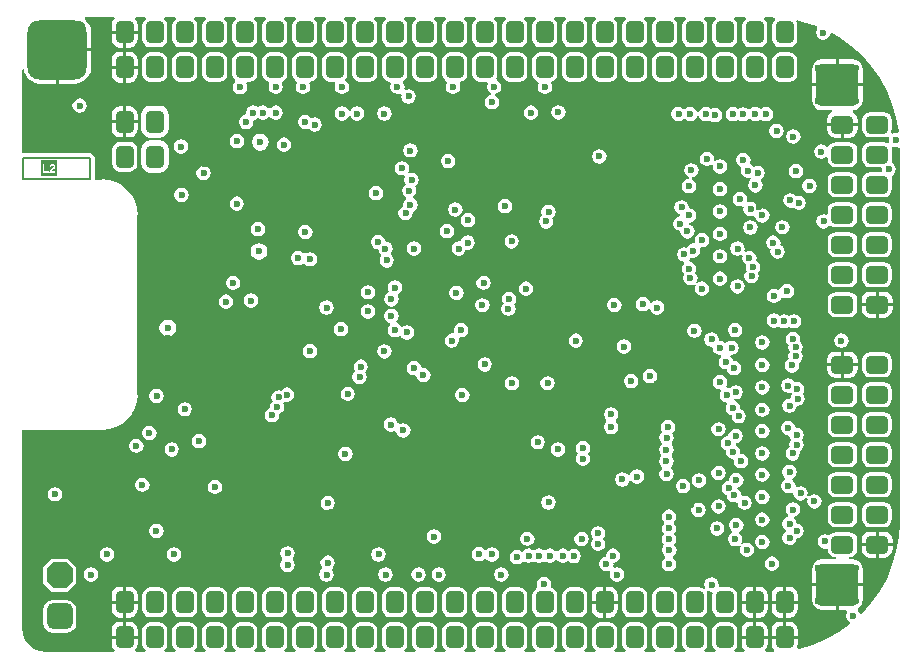
<source format=gbr>
%TF.GenerationSoftware,Altium Limited,Altium Designer,21.2.2 (38)*%
G04 Layer_Physical_Order=2*
G04 Layer_Color=36540*
%FSLAX45Y45*%
%MOMM*%
%TF.SameCoordinates,D1C1B47B-FFDC-44FD-B647-F1046EBF8E97*%
%TF.FilePolarity,Positive*%
%TF.FileFunction,Copper,L2,Inr,Signal*%
%TF.Part,Single*%
G01*
G75*
%TA.AperFunction,NonConductor*%
%ADD82C,0.15000*%
%TA.AperFunction,ComponentPad*%
G04:AMPARAMS|DCode=88|XSize=5mm|YSize=5mm|CornerRadius=1mm|HoleSize=0mm|Usage=FLASHONLY|Rotation=0.000|XOffset=0mm|YOffset=0mm|HoleType=Round|Shape=RoundedRectangle|*
%AMROUNDEDRECTD88*
21,1,5.00000,3.00000,0,0,0.0*
21,1,3.00000,5.00000,0,0,0.0*
1,1,2.00000,1.50000,-1.50000*
1,1,2.00000,-1.50000,-1.50000*
1,1,2.00000,-1.50000,1.50000*
1,1,2.00000,1.50000,1.50000*
%
%ADD88ROUNDEDRECTD88*%
G04:AMPARAMS|DCode=89|XSize=2.2mm|YSize=2.2mm|CornerRadius=0.55mm|HoleSize=0mm|Usage=FLASHONLY|Rotation=270.000|XOffset=0mm|YOffset=0mm|HoleType=Round|Shape=RoundedRectangle|*
%AMROUNDEDRECTD89*
21,1,2.20000,1.10000,0,0,270.0*
21,1,1.10000,2.20000,0,0,270.0*
1,1,1.10000,-0.55000,-0.55000*
1,1,1.10000,-0.55000,0.55000*
1,1,1.10000,0.55000,0.55000*
1,1,1.10000,0.55000,-0.55000*
%
%ADD89ROUNDEDRECTD89*%
G04:AMPARAMS|DCode=90|XSize=2.2mm|YSize=2.2mm|CornerRadius=0mm|HoleSize=0mm|Usage=FLASHONLY|Rotation=270.000|XOffset=0mm|YOffset=0mm|HoleType=Round|Shape=Octagon|*
%AMOCTAGOND90*
4,1,8,-0.55000,-1.10000,0.55000,-1.10000,1.10000,-0.55000,1.10000,0.55000,0.55000,1.10000,-0.55000,1.10000,-1.10000,0.55000,-1.10000,-0.55000,-0.55000,-1.10000,0.0*
%
%ADD90OCTAGOND90*%

%TA.AperFunction,ViaPad*%
%ADD91C,0.60000*%
%ADD92C,1.20000*%
%TA.AperFunction,ComponentPad*%
G04:AMPARAMS|DCode=93|XSize=1.5mm|YSize=1.9mm|CornerRadius=0.375mm|HoleSize=0mm|Usage=FLASHONLY|Rotation=0.000|XOffset=0mm|YOffset=0mm|HoleType=Round|Shape=RoundedRectangle|*
%AMROUNDEDRECTD93*
21,1,1.50000,1.15000,0,0,0.0*
21,1,0.75000,1.90000,0,0,0.0*
1,1,0.75000,0.37500,-0.57500*
1,1,0.75000,-0.37500,-0.57500*
1,1,0.75000,-0.37500,0.57500*
1,1,0.75000,0.37500,0.57500*
%
%ADD93ROUNDEDRECTD93*%
G04:AMPARAMS|DCode=94|XSize=1.5mm|YSize=1.9mm|CornerRadius=0.375mm|HoleSize=0mm|Usage=FLASHONLY|Rotation=270.000|XOffset=0mm|YOffset=0mm|HoleType=Round|Shape=RoundedRectangle|*
%AMROUNDEDRECTD94*
21,1,1.50000,1.15000,0,0,270.0*
21,1,0.75000,1.90000,0,0,270.0*
1,1,0.75000,-0.57500,-0.37500*
1,1,0.75000,-0.57500,0.37500*
1,1,0.75000,0.57500,0.37500*
1,1,0.75000,0.57500,-0.37500*
%
%ADD94ROUNDEDRECTD94*%
G04:AMPARAMS|DCode=95|XSize=3.6mm|YSize=3.6mm|CornerRadius=0.54mm|HoleSize=0mm|Usage=FLASHONLY|Rotation=0.000|XOffset=0mm|YOffset=0mm|HoleType=Round|Shape=RoundedRectangle|*
%AMROUNDEDRECTD95*
21,1,3.60000,2.52000,0,0,0.0*
21,1,2.52000,3.60000,0,0,0.0*
1,1,1.08000,1.26000,-1.26000*
1,1,1.08000,-1.26000,-1.26000*
1,1,1.08000,-1.26000,1.26000*
1,1,1.08000,1.26000,1.26000*
%
%ADD95ROUNDEDRECTD95*%
G36*
X7493002Y5417006D02*
Y5417006D01*
X7507894Y5416745D01*
X7534640Y5415242D01*
X7538805Y5399985D01*
X7533836Y5396664D01*
X7518917Y5374337D01*
X7513678Y5348000D01*
Y5233000D01*
X7518917Y5206663D01*
X7533836Y5184336D01*
X7556163Y5169417D01*
X7582500Y5164178D01*
X7657500D01*
X7683837Y5169417D01*
X7706164Y5184336D01*
X7721083Y5206663D01*
X7726322Y5233000D01*
Y5348000D01*
X7721083Y5374337D01*
X7717675Y5379438D01*
X7725832Y5392026D01*
X7737693Y5390011D01*
X7856187Y5355873D01*
X7892162Y5340972D01*
X7896631Y5322884D01*
X7888689Y5310999D01*
X7884032Y5287588D01*
X7888689Y5264177D01*
X7901950Y5244330D01*
X7921797Y5231069D01*
X7945208Y5226412D01*
X7968619Y5231069D01*
X7988465Y5244330D01*
X8001727Y5264177D01*
X8003500Y5273092D01*
X8020351Y5280918D01*
X8078040Y5249034D01*
X8178610Y5177676D01*
X8270558Y5095506D01*
X8352728Y5003559D01*
X8424085Y4902989D01*
X8483734Y4795062D01*
X8530925Y4681135D01*
X8565062Y4562641D01*
X8583960Y4451417D01*
X8570936Y4438753D01*
X8570825Y4438736D01*
X8561131Y4440664D01*
X8537720Y4436008D01*
X8533059Y4432893D01*
X8522245Y4443708D01*
X8523083Y4444963D01*
X8528322Y4471300D01*
Y4546300D01*
X8523083Y4572637D01*
X8508164Y4594964D01*
X8485837Y4609883D01*
X8459500Y4615122D01*
X8344500D01*
X8318163Y4609883D01*
X8295836Y4594964D01*
X8280917Y4572637D01*
X8275678Y4546300D01*
Y4471300D01*
X8280917Y4444963D01*
X8295836Y4422636D01*
X8318163Y4407717D01*
X8344500Y4402478D01*
X8459500D01*
X8485837Y4407717D01*
X8492978Y4412489D01*
X8502680Y4404492D01*
X8504456Y4402117D01*
X8499955Y4379489D01*
X8503396Y4362191D01*
X8489896Y4353171D01*
X8485837Y4355883D01*
X8459500Y4361122D01*
X8344500D01*
X8318163Y4355883D01*
X8295836Y4340964D01*
X8280917Y4318637D01*
X8275678Y4292300D01*
Y4217300D01*
X8280917Y4190963D01*
X8295836Y4168636D01*
X8318163Y4153717D01*
X8344500Y4148478D01*
X8430678D01*
X8440194Y4136883D01*
X8438825Y4130000D01*
X8441069Y4118717D01*
X8431553Y4107122D01*
X8344500D01*
X8318163Y4101883D01*
X8295836Y4086964D01*
X8280917Y4064637D01*
X8275678Y4038300D01*
Y3963300D01*
X8280917Y3936963D01*
X8295836Y3914636D01*
X8318163Y3899717D01*
X8344500Y3894478D01*
X8459500D01*
X8485837Y3899717D01*
X8508164Y3914636D01*
X8523083Y3936963D01*
X8528322Y3963300D01*
Y4038300D01*
X8524330Y4058370D01*
X8523411Y4073481D01*
X8543257Y4086743D01*
X8556519Y4106589D01*
X8561175Y4130000D01*
X8556519Y4153411D01*
X8543257Y4173258D01*
X8523411Y4186519D01*
X8525172Y4201463D01*
X8528322Y4217300D01*
Y4292300D01*
X8523984Y4314107D01*
X8536158Y4324014D01*
X8537720Y4322970D01*
X8561131Y4318313D01*
X8577406Y4321551D01*
X8577614Y4321532D01*
X8579625Y4321034D01*
X8590958Y4312181D01*
X8592056Y4310335D01*
Y1143246D01*
X8592006Y1142998D01*
X8592006D01*
X8591745Y1128106D01*
X8585667Y1019879D01*
X8565011Y898307D01*
X8530873Y779813D01*
X8483683Y665886D01*
X8424034Y557960D01*
X8352676Y457390D01*
X8272871Y368089D01*
X8258406Y369487D01*
X8257221Y369883D01*
X8256519Y373411D01*
X8243258Y393258D01*
X8236557Y397735D01*
Y412735D01*
X8254665Y424835D01*
X8274336Y454274D01*
X8281244Y489000D01*
Y602300D01*
X8077200D01*
Y398257D01*
X8142042D01*
X8150060Y383257D01*
X8143481Y373411D01*
X8138825Y350000D01*
X8143481Y326589D01*
X8156743Y306743D01*
X8171372Y296967D01*
X8172754Y294334D01*
X8173650Y282109D01*
X8172916Y279269D01*
X8077989Y211915D01*
X7970062Y152266D01*
X7856135Y105075D01*
X7737641Y70938D01*
X7732584Y70079D01*
X7724426Y82666D01*
X7725793Y84712D01*
X7731420Y113000D01*
Y157800D01*
X7508580D01*
Y113000D01*
X7514207Y84712D01*
X7530231Y60731D01*
X7531639Y59789D01*
X7527690Y45319D01*
X7495249Y43497D01*
X7493000Y43944D01*
X7457646D01*
X7453096Y58944D01*
X7455769Y60731D01*
X7471793Y84712D01*
X7477420Y113000D01*
Y157800D01*
X7254580D01*
Y113000D01*
X7260207Y84712D01*
X7276231Y60731D01*
X7278904Y58944D01*
X7274354Y43944D01*
X7194646D01*
X7190096Y58944D01*
X7198164Y64336D01*
X7213083Y86663D01*
X7218322Y113000D01*
Y228000D01*
X7213083Y254337D01*
X7198164Y276664D01*
X7175837Y291583D01*
X7149500Y296822D01*
X7074500D01*
X7048163Y291583D01*
X7025836Y276664D01*
X7010917Y254337D01*
X7005678Y228000D01*
Y113000D01*
X7010917Y86663D01*
X7025836Y64336D01*
X7033904Y58944D01*
X7029354Y43944D01*
X6940646D01*
X6936096Y58944D01*
X6944164Y64336D01*
X6959083Y86663D01*
X6964322Y113000D01*
Y228000D01*
X6959083Y254337D01*
X6944164Y276664D01*
X6921837Y291583D01*
X6895500Y296822D01*
X6820500D01*
X6794163Y291583D01*
X6771836Y276664D01*
X6756917Y254337D01*
X6751678Y228000D01*
Y113000D01*
X6756917Y86663D01*
X6771836Y64336D01*
X6779904Y58944D01*
X6775354Y43944D01*
X6686646D01*
X6682096Y58944D01*
X6690164Y64336D01*
X6705083Y86663D01*
X6710322Y113000D01*
Y228000D01*
X6705083Y254337D01*
X6690164Y276664D01*
X6667837Y291583D01*
X6641500Y296822D01*
X6566500D01*
X6540163Y291583D01*
X6517836Y276664D01*
X6502917Y254337D01*
X6497678Y228000D01*
Y113000D01*
X6502917Y86663D01*
X6517836Y64336D01*
X6525904Y58944D01*
X6521354Y43944D01*
X6432646D01*
X6428096Y58944D01*
X6436164Y64336D01*
X6451083Y86663D01*
X6456322Y113000D01*
Y228000D01*
X6451083Y254337D01*
X6436164Y276664D01*
X6413837Y291583D01*
X6387500Y296822D01*
X6312500D01*
X6286163Y291583D01*
X6263836Y276664D01*
X6248917Y254337D01*
X6243678Y228000D01*
Y113000D01*
X6248917Y86663D01*
X6263836Y64336D01*
X6271904Y58944D01*
X6267354Y43944D01*
X6178646D01*
X6174096Y58944D01*
X6182164Y64336D01*
X6197083Y86663D01*
X6202322Y113000D01*
Y228000D01*
X6197083Y254337D01*
X6182164Y276664D01*
X6159837Y291583D01*
X6133500Y296822D01*
X6058500D01*
X6032163Y291583D01*
X6009836Y276664D01*
X5994917Y254337D01*
X5989678Y228000D01*
Y113000D01*
X5994917Y86663D01*
X6009836Y64336D01*
X6017904Y58944D01*
X6013354Y43944D01*
X5924646D01*
X5920096Y58944D01*
X5928164Y64336D01*
X5943083Y86663D01*
X5948322Y113000D01*
Y228000D01*
X5943083Y254337D01*
X5928164Y276664D01*
X5905837Y291583D01*
X5879500Y296822D01*
X5804500D01*
X5778163Y291583D01*
X5755836Y276664D01*
X5740917Y254337D01*
X5735678Y228000D01*
Y113000D01*
X5740917Y86663D01*
X5755836Y64336D01*
X5763904Y58944D01*
X5759354Y43944D01*
X5670646D01*
X5666096Y58944D01*
X5674164Y64336D01*
X5689083Y86663D01*
X5694322Y113000D01*
Y228000D01*
X5689083Y254337D01*
X5674164Y276664D01*
X5651837Y291583D01*
X5625500Y296822D01*
X5550500D01*
X5524163Y291583D01*
X5501836Y276664D01*
X5486917Y254337D01*
X5481678Y228000D01*
Y113000D01*
X5486917Y86663D01*
X5501836Y64336D01*
X5509904Y58944D01*
X5505354Y43944D01*
X5416646D01*
X5412096Y58944D01*
X5420164Y64336D01*
X5435083Y86663D01*
X5440322Y113000D01*
Y228000D01*
X5435083Y254337D01*
X5420164Y276664D01*
X5397837Y291583D01*
X5371500Y296822D01*
X5296500D01*
X5270163Y291583D01*
X5247836Y276664D01*
X5232917Y254337D01*
X5227678Y228000D01*
Y113000D01*
X5232917Y86663D01*
X5247836Y64336D01*
X5255904Y58944D01*
X5251354Y43944D01*
X5162646D01*
X5158096Y58944D01*
X5166164Y64336D01*
X5181083Y86663D01*
X5186322Y113000D01*
Y228000D01*
X5181083Y254337D01*
X5166164Y276664D01*
X5143837Y291583D01*
X5117500Y296822D01*
X5042500D01*
X5016163Y291583D01*
X4993836Y276664D01*
X4978917Y254337D01*
X4973678Y228000D01*
Y113000D01*
X4978917Y86663D01*
X4993836Y64336D01*
X5001904Y58944D01*
X4997354Y43944D01*
X4908646D01*
X4904096Y58944D01*
X4912164Y64336D01*
X4927083Y86663D01*
X4932322Y113000D01*
Y228000D01*
X4927083Y254337D01*
X4912164Y276664D01*
X4889837Y291583D01*
X4863500Y296822D01*
X4788500D01*
X4762163Y291583D01*
X4739836Y276664D01*
X4724917Y254337D01*
X4719678Y228000D01*
Y113000D01*
X4724917Y86663D01*
X4739836Y64336D01*
X4747904Y58944D01*
X4743354Y43944D01*
X4654646D01*
X4650096Y58944D01*
X4658164Y64336D01*
X4673083Y86663D01*
X4678322Y113000D01*
Y228000D01*
X4673083Y254337D01*
X4658164Y276664D01*
X4635837Y291583D01*
X4609500Y296822D01*
X4534500D01*
X4508163Y291583D01*
X4485836Y276664D01*
X4470917Y254337D01*
X4465678Y228000D01*
Y113000D01*
X4470917Y86663D01*
X4485836Y64336D01*
X4493904Y58944D01*
X4489354Y43944D01*
X4400646D01*
X4396096Y58944D01*
X4404164Y64336D01*
X4419083Y86663D01*
X4424322Y113000D01*
Y228000D01*
X4419083Y254337D01*
X4404164Y276664D01*
X4381837Y291583D01*
X4355500Y296822D01*
X4280500D01*
X4254163Y291583D01*
X4231836Y276664D01*
X4216917Y254337D01*
X4211678Y228000D01*
Y113000D01*
X4216917Y86663D01*
X4231836Y64336D01*
X4239904Y58944D01*
X4235354Y43944D01*
X4146646D01*
X4142096Y58944D01*
X4150164Y64336D01*
X4165083Y86663D01*
X4170322Y113000D01*
Y228000D01*
X4165083Y254337D01*
X4150164Y276664D01*
X4127837Y291583D01*
X4101500Y296822D01*
X4026500D01*
X4000163Y291583D01*
X3977836Y276664D01*
X3962917Y254337D01*
X3957678Y228000D01*
Y113000D01*
X3962917Y86663D01*
X3977836Y64336D01*
X3985904Y58944D01*
X3981354Y43944D01*
X3892646D01*
X3888096Y58944D01*
X3896164Y64336D01*
X3911083Y86663D01*
X3916322Y113000D01*
Y228000D01*
X3911083Y254337D01*
X3896164Y276664D01*
X3873837Y291583D01*
X3847500Y296822D01*
X3772500D01*
X3746163Y291583D01*
X3723836Y276664D01*
X3708917Y254337D01*
X3703678Y228000D01*
Y113000D01*
X3708917Y86663D01*
X3723836Y64336D01*
X3731904Y58944D01*
X3727354Y43944D01*
X3638646D01*
X3634096Y58944D01*
X3642164Y64336D01*
X3657083Y86663D01*
X3662322Y113000D01*
Y228000D01*
X3657083Y254337D01*
X3642164Y276664D01*
X3619837Y291583D01*
X3593500Y296822D01*
X3518500D01*
X3492163Y291583D01*
X3469836Y276664D01*
X3454917Y254337D01*
X3449678Y228000D01*
Y113000D01*
X3454917Y86663D01*
X3469836Y64336D01*
X3477904Y58944D01*
X3473354Y43944D01*
X3384646D01*
X3380096Y58944D01*
X3388164Y64336D01*
X3403083Y86663D01*
X3408322Y113000D01*
Y228000D01*
X3403083Y254337D01*
X3388164Y276664D01*
X3365837Y291583D01*
X3339500Y296822D01*
X3264500D01*
X3238163Y291583D01*
X3215836Y276664D01*
X3200917Y254337D01*
X3195678Y228000D01*
Y113000D01*
X3200917Y86663D01*
X3215836Y64336D01*
X3223904Y58944D01*
X3219354Y43944D01*
X3130646D01*
X3126096Y58944D01*
X3134164Y64336D01*
X3149083Y86663D01*
X3154322Y113000D01*
Y228000D01*
X3149083Y254337D01*
X3134164Y276664D01*
X3111837Y291583D01*
X3085500Y296822D01*
X3010500D01*
X2984163Y291583D01*
X2961836Y276664D01*
X2946917Y254337D01*
X2941678Y228000D01*
Y113000D01*
X2946917Y86663D01*
X2961836Y64336D01*
X2969904Y58944D01*
X2965354Y43944D01*
X2876646D01*
X2872096Y58944D01*
X2880164Y64336D01*
X2895083Y86663D01*
X2900322Y113000D01*
Y228000D01*
X2895083Y254337D01*
X2880164Y276664D01*
X2857837Y291583D01*
X2831500Y296822D01*
X2756500D01*
X2730163Y291583D01*
X2707836Y276664D01*
X2692917Y254337D01*
X2687678Y228000D01*
Y113000D01*
X2692917Y86663D01*
X2707836Y64336D01*
X2715904Y58944D01*
X2711354Y43944D01*
X2622646D01*
X2618096Y58944D01*
X2626164Y64336D01*
X2641083Y86663D01*
X2646322Y113000D01*
Y228000D01*
X2641083Y254337D01*
X2626164Y276664D01*
X2603837Y291583D01*
X2577500Y296822D01*
X2502500D01*
X2476163Y291583D01*
X2453836Y276664D01*
X2438917Y254337D01*
X2433678Y228000D01*
Y113000D01*
X2438917Y86663D01*
X2453836Y64336D01*
X2461904Y58944D01*
X2457354Y43944D01*
X2368646D01*
X2364096Y58944D01*
X2372164Y64336D01*
X2387083Y86663D01*
X2392322Y113000D01*
Y228000D01*
X2387083Y254337D01*
X2372164Y276664D01*
X2349837Y291583D01*
X2323500Y296822D01*
X2248500D01*
X2222163Y291583D01*
X2199836Y276664D01*
X2184917Y254337D01*
X2179678Y228000D01*
Y113000D01*
X2184917Y86663D01*
X2199836Y64336D01*
X2207904Y58944D01*
X2203354Y43944D01*
X2123646D01*
X2119096Y58944D01*
X2121769Y60731D01*
X2137793Y84712D01*
X2143420Y113000D01*
Y157800D01*
X1920580D01*
Y113000D01*
X1926207Y84712D01*
X1942231Y60731D01*
X1944904Y58944D01*
X1940354Y43944D01*
X1371600D01*
X1369643Y43555D01*
X1317066Y50477D01*
X1266249Y71526D01*
X1222611Y105011D01*
X1189126Y148649D01*
X1168077Y199466D01*
X1161155Y252043D01*
X1161544Y254000D01*
Y1924556D01*
X1841500D01*
Y1923962D01*
X1899742Y1929699D01*
X1955745Y1946687D01*
X2007359Y1974275D01*
X2052598Y2011402D01*
X2089725Y2056641D01*
X2117313Y2108255D01*
X2134301Y2164258D01*
X2140038Y2222500D01*
X2139444D01*
Y3746500D01*
X2140038D01*
X2134301Y3804742D01*
X2117313Y3860745D01*
X2089725Y3912359D01*
X2052598Y3957598D01*
X2007359Y3994725D01*
X1955745Y4022313D01*
X1899742Y4039301D01*
X1841500Y4045038D01*
Y4044444D01*
X1782525D01*
X1776734Y4051500D01*
Y4228500D01*
X1773824Y4243132D01*
X1765536Y4255536D01*
X1753132Y4263824D01*
X1738500Y4266734D01*
X1171500D01*
X1161544Y4274905D01*
Y4975738D01*
X1176544Y4976721D01*
X1178975Y4958258D01*
X1192578Y4925418D01*
X1214217Y4897217D01*
X1242418Y4875578D01*
X1275258Y4861975D01*
X1310500Y4857335D01*
X1447800D01*
Y5143500D01*
X1460500D01*
Y5156200D01*
X1746665D01*
Y5293500D01*
X1742025Y5328742D01*
X1728422Y5361582D01*
X1706783Y5389783D01*
X1690789Y5402056D01*
X1695881Y5417056D01*
X1940354D01*
X1944904Y5402056D01*
X1942231Y5400269D01*
X1926207Y5376288D01*
X1920580Y5348000D01*
Y5303200D01*
X2143420D01*
Y5348000D01*
X2137793Y5376288D01*
X2121769Y5400269D01*
X2119096Y5402056D01*
X2123646Y5417056D01*
X2203354D01*
X2207904Y5402056D01*
X2199836Y5396664D01*
X2184917Y5374337D01*
X2179678Y5348000D01*
Y5233000D01*
X2184917Y5206663D01*
X2199836Y5184336D01*
X2222163Y5169417D01*
X2248500Y5164178D01*
X2323500D01*
X2349837Y5169417D01*
X2372164Y5184336D01*
X2387083Y5206663D01*
X2392322Y5233000D01*
Y5348000D01*
X2387083Y5374337D01*
X2372164Y5396664D01*
X2364096Y5402056D01*
X2368646Y5417056D01*
X2457354D01*
X2461904Y5402056D01*
X2453836Y5396664D01*
X2438917Y5374337D01*
X2433678Y5348000D01*
Y5233000D01*
X2438917Y5206663D01*
X2453836Y5184336D01*
X2476163Y5169417D01*
X2502500Y5164178D01*
X2577500D01*
X2603837Y5169417D01*
X2626164Y5184336D01*
X2641083Y5206663D01*
X2646322Y5233000D01*
Y5348000D01*
X2641083Y5374337D01*
X2626164Y5396664D01*
X2618096Y5402056D01*
X2622646Y5417056D01*
X2711354D01*
X2715904Y5402056D01*
X2707836Y5396664D01*
X2692917Y5374337D01*
X2687678Y5348000D01*
Y5233000D01*
X2692917Y5206663D01*
X2707836Y5184336D01*
X2730163Y5169417D01*
X2756500Y5164178D01*
X2831500D01*
X2857837Y5169417D01*
X2880164Y5184336D01*
X2895083Y5206663D01*
X2900322Y5233000D01*
Y5348000D01*
X2895083Y5374337D01*
X2880164Y5396664D01*
X2872096Y5402056D01*
X2876646Y5417056D01*
X2965354D01*
X2969904Y5402056D01*
X2961836Y5396664D01*
X2946917Y5374337D01*
X2941678Y5348000D01*
Y5233000D01*
X2946917Y5206663D01*
X2961836Y5184336D01*
X2984163Y5169417D01*
X3010500Y5164178D01*
X3085500D01*
X3111837Y5169417D01*
X3134164Y5184336D01*
X3149083Y5206663D01*
X3154322Y5233000D01*
Y5348000D01*
X3149083Y5374337D01*
X3134164Y5396664D01*
X3126096Y5402056D01*
X3130646Y5417056D01*
X3219354D01*
X3223904Y5402056D01*
X3215836Y5396664D01*
X3200917Y5374337D01*
X3195678Y5348000D01*
Y5233000D01*
X3200917Y5206663D01*
X3215836Y5184336D01*
X3238163Y5169417D01*
X3264500Y5164178D01*
X3339500D01*
X3365837Y5169417D01*
X3388164Y5184336D01*
X3403083Y5206663D01*
X3408322Y5233000D01*
Y5348000D01*
X3403083Y5374337D01*
X3388164Y5396664D01*
X3380096Y5402056D01*
X3384646Y5417056D01*
X3473354D01*
X3477904Y5402056D01*
X3469836Y5396664D01*
X3454917Y5374337D01*
X3449678Y5348000D01*
Y5233000D01*
X3454917Y5206663D01*
X3469836Y5184336D01*
X3492163Y5169417D01*
X3518500Y5164178D01*
X3593500D01*
X3619837Y5169417D01*
X3642164Y5184336D01*
X3657083Y5206663D01*
X3662322Y5233000D01*
Y5348000D01*
X3657083Y5374337D01*
X3642164Y5396664D01*
X3634096Y5402056D01*
X3638646Y5417056D01*
X3727354D01*
X3731904Y5402056D01*
X3723836Y5396664D01*
X3708917Y5374337D01*
X3703678Y5348000D01*
Y5233000D01*
X3708917Y5206663D01*
X3723836Y5184336D01*
X3746163Y5169417D01*
X3772500Y5164178D01*
X3847500D01*
X3873837Y5169417D01*
X3896164Y5184336D01*
X3911083Y5206663D01*
X3916322Y5233000D01*
Y5348000D01*
X3911083Y5374337D01*
X3896164Y5396664D01*
X3888096Y5402056D01*
X3892646Y5417056D01*
X3981354D01*
X3985904Y5402056D01*
X3977836Y5396664D01*
X3962917Y5374337D01*
X3957678Y5348000D01*
Y5233000D01*
X3962917Y5206663D01*
X3977836Y5184336D01*
X4000163Y5169417D01*
X4026500Y5164178D01*
X4101500D01*
X4127837Y5169417D01*
X4150164Y5184336D01*
X4165083Y5206663D01*
X4170322Y5233000D01*
Y5348000D01*
X4165083Y5374337D01*
X4150164Y5396664D01*
X4142096Y5402056D01*
X4146646Y5417056D01*
X4235354D01*
X4239904Y5402056D01*
X4231836Y5396664D01*
X4216917Y5374337D01*
X4211678Y5348000D01*
Y5233000D01*
X4216917Y5206663D01*
X4231836Y5184336D01*
X4254163Y5169417D01*
X4280500Y5164178D01*
X4355500D01*
X4381837Y5169417D01*
X4404164Y5184336D01*
X4419083Y5206663D01*
X4424322Y5233000D01*
Y5348000D01*
X4419083Y5374337D01*
X4404164Y5396664D01*
X4396096Y5402056D01*
X4400646Y5417056D01*
X4489354D01*
X4493904Y5402056D01*
X4485836Y5396664D01*
X4470917Y5374337D01*
X4465678Y5348000D01*
Y5233000D01*
X4470917Y5206663D01*
X4485836Y5184336D01*
X4508163Y5169417D01*
X4534500Y5164178D01*
X4609500D01*
X4635837Y5169417D01*
X4658164Y5184336D01*
X4673083Y5206663D01*
X4678322Y5233000D01*
Y5348000D01*
X4673083Y5374337D01*
X4658164Y5396664D01*
X4650096Y5402056D01*
X4654646Y5417056D01*
X4743354D01*
X4747904Y5402056D01*
X4739836Y5396664D01*
X4724917Y5374337D01*
X4719678Y5348000D01*
Y5233000D01*
X4724917Y5206663D01*
X4739836Y5184336D01*
X4762163Y5169417D01*
X4788500Y5164178D01*
X4863500D01*
X4889837Y5169417D01*
X4912164Y5184336D01*
X4927083Y5206663D01*
X4932322Y5233000D01*
Y5348000D01*
X4927083Y5374337D01*
X4912164Y5396664D01*
X4904096Y5402056D01*
X4908646Y5417056D01*
X4997354D01*
X5001904Y5402056D01*
X4993836Y5396664D01*
X4978917Y5374337D01*
X4973678Y5348000D01*
Y5233000D01*
X4978917Y5206663D01*
X4993836Y5184336D01*
X5016163Y5169417D01*
X5042500Y5164178D01*
X5117500D01*
X5143837Y5169417D01*
X5166164Y5184336D01*
X5181083Y5206663D01*
X5186322Y5233000D01*
Y5348000D01*
X5181083Y5374337D01*
X5166164Y5396664D01*
X5158096Y5402056D01*
X5162646Y5417056D01*
X5251354D01*
X5255904Y5402056D01*
X5247836Y5396664D01*
X5232917Y5374337D01*
X5227678Y5348000D01*
Y5233000D01*
X5232917Y5206663D01*
X5247836Y5184336D01*
X5270163Y5169417D01*
X5296500Y5164178D01*
X5371500D01*
X5397837Y5169417D01*
X5420164Y5184336D01*
X5435083Y5206663D01*
X5440322Y5233000D01*
Y5348000D01*
X5435083Y5374337D01*
X5420164Y5396664D01*
X5412096Y5402056D01*
X5416646Y5417056D01*
X5505354D01*
X5509904Y5402056D01*
X5501836Y5396664D01*
X5486917Y5374337D01*
X5481678Y5348000D01*
Y5233000D01*
X5486917Y5206663D01*
X5501836Y5184336D01*
X5524163Y5169417D01*
X5550500Y5164178D01*
X5625500D01*
X5651837Y5169417D01*
X5674164Y5184336D01*
X5689083Y5206663D01*
X5694322Y5233000D01*
Y5348000D01*
X5689083Y5374337D01*
X5674164Y5396664D01*
X5666096Y5402056D01*
X5670646Y5417056D01*
X5759354D01*
X5763904Y5402056D01*
X5755836Y5396664D01*
X5740917Y5374337D01*
X5735678Y5348000D01*
Y5233000D01*
X5740917Y5206663D01*
X5755836Y5184336D01*
X5778163Y5169417D01*
X5804500Y5164178D01*
X5879500D01*
X5905837Y5169417D01*
X5928164Y5184336D01*
X5943083Y5206663D01*
X5948322Y5233000D01*
Y5348000D01*
X5943083Y5374337D01*
X5928164Y5396664D01*
X5920096Y5402056D01*
X5924646Y5417056D01*
X6013354D01*
X6017904Y5402056D01*
X6009836Y5396664D01*
X5994917Y5374337D01*
X5989678Y5348000D01*
Y5233000D01*
X5994917Y5206663D01*
X6009836Y5184336D01*
X6032163Y5169417D01*
X6058500Y5164178D01*
X6133500D01*
X6159837Y5169417D01*
X6182164Y5184336D01*
X6197083Y5206663D01*
X6202322Y5233000D01*
Y5348000D01*
X6197083Y5374337D01*
X6182164Y5396664D01*
X6174096Y5402056D01*
X6178646Y5417056D01*
X6267354D01*
X6271904Y5402056D01*
X6263836Y5396664D01*
X6248917Y5374337D01*
X6243678Y5348000D01*
Y5233000D01*
X6248917Y5206663D01*
X6263836Y5184336D01*
X6286163Y5169417D01*
X6312500Y5164178D01*
X6387500D01*
X6413837Y5169417D01*
X6436164Y5184336D01*
X6451083Y5206663D01*
X6456322Y5233000D01*
Y5348000D01*
X6451083Y5374337D01*
X6436164Y5396664D01*
X6428096Y5402056D01*
X6432646Y5417056D01*
X6521354D01*
X6525904Y5402056D01*
X6517836Y5396664D01*
X6502917Y5374337D01*
X6497678Y5348000D01*
Y5233000D01*
X6502917Y5206663D01*
X6517836Y5184336D01*
X6540163Y5169417D01*
X6566500Y5164178D01*
X6641500D01*
X6667837Y5169417D01*
X6690164Y5184336D01*
X6705083Y5206663D01*
X6710322Y5233000D01*
Y5348000D01*
X6705083Y5374337D01*
X6690164Y5396664D01*
X6682096Y5402056D01*
X6686646Y5417056D01*
X6775354D01*
X6779904Y5402056D01*
X6771836Y5396664D01*
X6756917Y5374337D01*
X6751678Y5348000D01*
Y5233000D01*
X6756917Y5206663D01*
X6771836Y5184336D01*
X6794163Y5169417D01*
X6820500Y5164178D01*
X6895500D01*
X6921837Y5169417D01*
X6944164Y5184336D01*
X6959083Y5206663D01*
X6964322Y5233000D01*
Y5348000D01*
X6959083Y5374337D01*
X6944164Y5396664D01*
X6936096Y5402056D01*
X6940646Y5417056D01*
X7029354D01*
X7033904Y5402056D01*
X7025836Y5396664D01*
X7010917Y5374337D01*
X7005678Y5348000D01*
Y5233000D01*
X7010917Y5206663D01*
X7025836Y5184336D01*
X7048163Y5169417D01*
X7074500Y5164178D01*
X7149500D01*
X7175837Y5169417D01*
X7198164Y5184336D01*
X7213083Y5206663D01*
X7218322Y5233000D01*
Y5348000D01*
X7213083Y5374337D01*
X7198164Y5396664D01*
X7190096Y5402056D01*
X7194646Y5417056D01*
X7283354D01*
X7287904Y5402056D01*
X7279836Y5396664D01*
X7264917Y5374337D01*
X7259678Y5348000D01*
Y5233000D01*
X7264917Y5206663D01*
X7279836Y5184336D01*
X7302163Y5169417D01*
X7328500Y5164178D01*
X7403500D01*
X7429837Y5169417D01*
X7452164Y5184336D01*
X7467083Y5206663D01*
X7472322Y5233000D01*
Y5348000D01*
X7467083Y5374337D01*
X7452164Y5396664D01*
X7444096Y5402056D01*
X7448646Y5417056D01*
X7492754D01*
X7493002Y5417006D01*
D02*
G37*
G36*
X1455500Y4074500D02*
X1324500D01*
Y4205500D01*
X1455500D01*
Y4074500D01*
D02*
G37*
%LPC*%
G36*
X2143420Y5277800D02*
X2044700D01*
Y5159080D01*
X2069500D01*
X2097788Y5164707D01*
X2121769Y5180731D01*
X2137793Y5204712D01*
X2143420Y5233000D01*
Y5277800D01*
D02*
G37*
G36*
X2019300D02*
X1920580D01*
Y5233000D01*
X1926207Y5204712D01*
X1942231Y5180731D01*
X1966212Y5164707D01*
X1994500Y5159080D01*
X2019300D01*
Y5277800D01*
D02*
G37*
G36*
X2069500Y5127920D02*
X2044700D01*
Y5009200D01*
X2143420D01*
Y5054000D01*
X2137793Y5082288D01*
X2121769Y5106269D01*
X2097788Y5122293D01*
X2069500Y5127920D01*
D02*
G37*
G36*
X2019300D02*
X1994500D01*
X1966212Y5122293D01*
X1942231Y5106269D01*
X1926207Y5082288D01*
X1920580Y5054000D01*
Y5009200D01*
X2019300D01*
Y5127920D01*
D02*
G37*
G36*
X7657500Y5122822D02*
X7582500D01*
X7556163Y5117583D01*
X7533836Y5102664D01*
X7518917Y5080337D01*
X7513678Y5054000D01*
Y4939000D01*
X7518917Y4912663D01*
X7533836Y4890336D01*
X7556163Y4875417D01*
X7582500Y4870178D01*
X7657500D01*
X7683837Y4875417D01*
X7706164Y4890336D01*
X7721083Y4912663D01*
X7726322Y4939000D01*
Y5054000D01*
X7721083Y5080337D01*
X7706164Y5102664D01*
X7683837Y5117583D01*
X7657500Y5122822D01*
D02*
G37*
G36*
X7403500D02*
X7328500D01*
X7302163Y5117583D01*
X7279836Y5102664D01*
X7264917Y5080337D01*
X7259678Y5054000D01*
Y4939000D01*
X7264917Y4912663D01*
X7279836Y4890336D01*
X7302163Y4875417D01*
X7328500Y4870178D01*
X7403500D01*
X7429837Y4875417D01*
X7452164Y4890336D01*
X7467083Y4912663D01*
X7472322Y4939000D01*
Y5054000D01*
X7467083Y5080337D01*
X7452164Y5102664D01*
X7429837Y5117583D01*
X7403500Y5122822D01*
D02*
G37*
G36*
X7149500D02*
X7074500D01*
X7048163Y5117583D01*
X7025836Y5102664D01*
X7010917Y5080337D01*
X7005678Y5054000D01*
Y4939000D01*
X7010917Y4912663D01*
X7025836Y4890336D01*
X7048163Y4875417D01*
X7074500Y4870178D01*
X7149500D01*
X7175837Y4875417D01*
X7198164Y4890336D01*
X7213083Y4912663D01*
X7218322Y4939000D01*
Y5054000D01*
X7213083Y5080337D01*
X7198164Y5102664D01*
X7175837Y5117583D01*
X7149500Y5122822D01*
D02*
G37*
G36*
X6895500D02*
X6820500D01*
X6794163Y5117583D01*
X6771836Y5102664D01*
X6756917Y5080337D01*
X6751678Y5054000D01*
Y4939000D01*
X6756917Y4912663D01*
X6771836Y4890336D01*
X6794163Y4875417D01*
X6820500Y4870178D01*
X6895500D01*
X6921837Y4875417D01*
X6944164Y4890336D01*
X6959083Y4912663D01*
X6964322Y4939000D01*
Y5054000D01*
X6959083Y5080337D01*
X6944164Y5102664D01*
X6921837Y5117583D01*
X6895500Y5122822D01*
D02*
G37*
G36*
X6641500D02*
X6566500D01*
X6540163Y5117583D01*
X6517836Y5102664D01*
X6502917Y5080337D01*
X6497678Y5054000D01*
Y4939000D01*
X6502917Y4912663D01*
X6517836Y4890336D01*
X6540163Y4875417D01*
X6566500Y4870178D01*
X6641500D01*
X6667837Y4875417D01*
X6690164Y4890336D01*
X6705083Y4912663D01*
X6710322Y4939000D01*
Y5054000D01*
X6705083Y5080337D01*
X6690164Y5102664D01*
X6667837Y5117583D01*
X6641500Y5122822D01*
D02*
G37*
G36*
X6387500D02*
X6312500D01*
X6286163Y5117583D01*
X6263836Y5102664D01*
X6248917Y5080337D01*
X6243678Y5054000D01*
Y4939000D01*
X6248917Y4912663D01*
X6263836Y4890336D01*
X6286163Y4875417D01*
X6312500Y4870178D01*
X6387500D01*
X6413837Y4875417D01*
X6436164Y4890336D01*
X6451083Y4912663D01*
X6456322Y4939000D01*
Y5054000D01*
X6451083Y5080337D01*
X6436164Y5102664D01*
X6413837Y5117583D01*
X6387500Y5122822D01*
D02*
G37*
G36*
X6133500D02*
X6058500D01*
X6032163Y5117583D01*
X6009836Y5102664D01*
X5994917Y5080337D01*
X5989678Y5054000D01*
Y4939000D01*
X5994917Y4912663D01*
X6009836Y4890336D01*
X6032163Y4875417D01*
X6058500Y4870178D01*
X6133500D01*
X6159837Y4875417D01*
X6182164Y4890336D01*
X6197083Y4912663D01*
X6202322Y4939000D01*
Y5054000D01*
X6197083Y5080337D01*
X6182164Y5102664D01*
X6159837Y5117583D01*
X6133500Y5122822D01*
D02*
G37*
G36*
X5879500D02*
X5804500D01*
X5778163Y5117583D01*
X5755836Y5102664D01*
X5740917Y5080337D01*
X5735678Y5054000D01*
Y4939000D01*
X5740917Y4912663D01*
X5755836Y4890336D01*
X5778163Y4875417D01*
X5804500Y4870178D01*
X5879500D01*
X5905837Y4875417D01*
X5928164Y4890336D01*
X5943083Y4912663D01*
X5948322Y4939000D01*
Y5054000D01*
X5943083Y5080337D01*
X5928164Y5102664D01*
X5905837Y5117583D01*
X5879500Y5122822D01*
D02*
G37*
G36*
X5371500D02*
X5296500D01*
X5270163Y5117583D01*
X5247836Y5102664D01*
X5232917Y5080337D01*
X5227678Y5054000D01*
Y4939000D01*
X5232917Y4912663D01*
X5247836Y4890336D01*
X5270163Y4875417D01*
X5296500Y4870178D01*
X5371500D01*
X5397837Y4875417D01*
X5420164Y4890336D01*
X5435083Y4912663D01*
X5440322Y4939000D01*
Y5054000D01*
X5435083Y5080337D01*
X5420164Y5102664D01*
X5397837Y5117583D01*
X5371500Y5122822D01*
D02*
G37*
G36*
X4609500D02*
X4534500D01*
X4508163Y5117583D01*
X4485836Y5102664D01*
X4470917Y5080337D01*
X4465678Y5054000D01*
Y4939000D01*
X4470917Y4912663D01*
X4485836Y4890336D01*
X4508163Y4875417D01*
X4534500Y4870178D01*
X4609500D01*
X4635837Y4875417D01*
X4658164Y4890336D01*
X4673083Y4912663D01*
X4678322Y4939000D01*
Y5054000D01*
X4673083Y5080337D01*
X4658164Y5102664D01*
X4635837Y5117583D01*
X4609500Y5122822D01*
D02*
G37*
G36*
X4101500D02*
X4026500D01*
X4000163Y5117583D01*
X3977836Y5102664D01*
X3962917Y5080337D01*
X3957678Y5054000D01*
Y4939000D01*
X3962917Y4912663D01*
X3977836Y4890336D01*
X4000163Y4875417D01*
X4026500Y4870178D01*
X4101500D01*
X4127837Y4875417D01*
X4150164Y4890336D01*
X4165083Y4912663D01*
X4170322Y4939000D01*
Y5054000D01*
X4165083Y5080337D01*
X4150164Y5102664D01*
X4127837Y5117583D01*
X4101500Y5122822D01*
D02*
G37*
G36*
X2831500D02*
X2756500D01*
X2730163Y5117583D01*
X2707836Y5102664D01*
X2692917Y5080337D01*
X2687678Y5054000D01*
Y4939000D01*
X2692917Y4912663D01*
X2707836Y4890336D01*
X2730163Y4875417D01*
X2756500Y4870178D01*
X2831500D01*
X2857837Y4875417D01*
X2880164Y4890336D01*
X2895083Y4912663D01*
X2900322Y4939000D01*
Y5054000D01*
X2895083Y5080337D01*
X2880164Y5102664D01*
X2857837Y5117583D01*
X2831500Y5122822D01*
D02*
G37*
G36*
X2577500D02*
X2502500D01*
X2476163Y5117583D01*
X2453836Y5102664D01*
X2438917Y5080337D01*
X2433678Y5054000D01*
Y4939000D01*
X2438917Y4912663D01*
X2453836Y4890336D01*
X2476163Y4875417D01*
X2502500Y4870178D01*
X2577500D01*
X2603837Y4875417D01*
X2626164Y4890336D01*
X2641083Y4912663D01*
X2646322Y4939000D01*
Y5054000D01*
X2641083Y5080337D01*
X2626164Y5102664D01*
X2603837Y5117583D01*
X2577500Y5122822D01*
D02*
G37*
G36*
X2323500D02*
X2248500D01*
X2222163Y5117583D01*
X2199836Y5102664D01*
X2184917Y5080337D01*
X2179678Y5054000D01*
Y4939000D01*
X2184917Y4912663D01*
X2199836Y4890336D01*
X2222163Y4875417D01*
X2248500Y4870178D01*
X2323500D01*
X2349837Y4875417D01*
X2372164Y4890336D01*
X2387083Y4912663D01*
X2392322Y4939000D01*
Y5054000D01*
X2387083Y5080337D01*
X2372164Y5102664D01*
X2349837Y5117583D01*
X2323500Y5122822D01*
D02*
G37*
G36*
X2143420Y4983800D02*
X2044700D01*
Y4865080D01*
X2069500D01*
X2097788Y4870707D01*
X2121769Y4886731D01*
X2137793Y4910712D01*
X2143420Y4939000D01*
Y4983800D01*
D02*
G37*
G36*
X2019300D02*
X1920580D01*
Y4939000D01*
X1926207Y4910712D01*
X1942231Y4886731D01*
X1966212Y4870707D01*
X1994500Y4865080D01*
X2019300D01*
Y4983800D01*
D02*
G37*
G36*
X8190500Y5062743D02*
X8077200D01*
Y4858700D01*
X8281244D01*
Y4972000D01*
X8274336Y5006726D01*
X8254665Y5036165D01*
X8225226Y5055836D01*
X8190500Y5062743D01*
D02*
G37*
G36*
X8051800D02*
X7938500D01*
X7903774Y5055836D01*
X7874335Y5036165D01*
X7854664Y5006726D01*
X7847756Y4972000D01*
Y4858700D01*
X8051800D01*
Y5062743D01*
D02*
G37*
G36*
X1746665Y5130800D02*
X1473200D01*
Y4857335D01*
X1610500D01*
X1645742Y4861975D01*
X1678582Y4875578D01*
X1706783Y4897217D01*
X1728422Y4925418D01*
X1742025Y4958258D01*
X1746665Y4993500D01*
Y5130800D01*
D02*
G37*
G36*
X5625500Y5122822D02*
X5550500D01*
X5524163Y5117583D01*
X5501836Y5102664D01*
X5486917Y5080337D01*
X5481678Y5054000D01*
Y4939000D01*
X5486917Y4912663D01*
X5501836Y4890336D01*
X5524163Y4875417D01*
X5532127Y4873833D01*
X5537867Y4859975D01*
X5533481Y4853411D01*
X5528825Y4830000D01*
X5533481Y4806589D01*
X5546743Y4786743D01*
X5566589Y4773481D01*
X5590000Y4768825D01*
X5613411Y4773481D01*
X5633257Y4786743D01*
X5646519Y4806589D01*
X5651175Y4830000D01*
X5646519Y4853411D01*
X5641664Y4860677D01*
X5647404Y4874535D01*
X5651837Y4875417D01*
X5674164Y4890336D01*
X5689083Y4912663D01*
X5694322Y4939000D01*
Y5054000D01*
X5689083Y5080337D01*
X5674164Y5102664D01*
X5651837Y5117583D01*
X5625500Y5122822D01*
D02*
G37*
G36*
X4863500D02*
X4788500D01*
X4762163Y5117583D01*
X4739836Y5102664D01*
X4724917Y5080337D01*
X4719678Y5054000D01*
Y4939000D01*
X4724917Y4912663D01*
X4739836Y4890336D01*
X4754718Y4880391D01*
X4759932Y4862741D01*
X4759562Y4860640D01*
X4754731Y4853411D01*
X4750075Y4830000D01*
X4754731Y4806589D01*
X4767992Y4786743D01*
X4787839Y4773481D01*
X4811250Y4768825D01*
X4834661Y4773481D01*
X4854507Y4786743D01*
X4867769Y4806589D01*
X4872425Y4830000D01*
X4867769Y4853411D01*
X4866391Y4855473D01*
X4873303Y4872128D01*
X4889837Y4875417D01*
X4912164Y4890336D01*
X4927083Y4912663D01*
X4932322Y4939000D01*
Y5054000D01*
X4927083Y5080337D01*
X4912164Y5102664D01*
X4889837Y5117583D01*
X4863500Y5122822D01*
D02*
G37*
G36*
X3847500D02*
X3772500D01*
X3746163Y5117583D01*
X3723836Y5102664D01*
X3708917Y5080337D01*
X3703678Y5054000D01*
Y4939000D01*
X3708917Y4912663D01*
X3723836Y4890336D01*
X3746163Y4875417D01*
X3772500Y4870178D01*
X3808774D01*
X3815845Y4856949D01*
X3813481Y4853411D01*
X3808824Y4830000D01*
X3813481Y4806589D01*
X3826742Y4786743D01*
X3846589Y4773481D01*
X3870000Y4768825D01*
X3893411Y4773481D01*
X3913257Y4786743D01*
X3926519Y4806589D01*
X3931175Y4830000D01*
X3926519Y4853411D01*
X3913257Y4873257D01*
X3905074Y4878726D01*
X3896164Y4890336D01*
X3911083Y4912663D01*
X3916322Y4939000D01*
Y5054000D01*
X3911083Y5080337D01*
X3896164Y5102664D01*
X3873837Y5117583D01*
X3847500Y5122822D01*
D02*
G37*
G36*
X3593500D02*
X3518500D01*
X3492163Y5117583D01*
X3469836Y5102664D01*
X3454917Y5080337D01*
X3449678Y5054000D01*
Y4939000D01*
X3454917Y4912663D01*
X3469836Y4890336D01*
X3483854Y4880968D01*
X3488972Y4862509D01*
X3488627Y4861112D01*
X3483481Y4853411D01*
X3478825Y4830000D01*
X3483481Y4806589D01*
X3496743Y4786743D01*
X3516589Y4773481D01*
X3540000Y4768825D01*
X3563411Y4773481D01*
X3583258Y4786743D01*
X3596519Y4806589D01*
X3601175Y4830000D01*
X3596519Y4853411D01*
X3594949Y4855760D01*
X3602200Y4871908D01*
X3619837Y4875417D01*
X3642164Y4890336D01*
X3657083Y4912663D01*
X3662322Y4939000D01*
Y5054000D01*
X3657083Y5080337D01*
X3642164Y5102664D01*
X3619837Y5117583D01*
X3593500Y5122822D01*
D02*
G37*
G36*
X3339500D02*
X3264500D01*
X3238163Y5117583D01*
X3215836Y5102664D01*
X3200917Y5080337D01*
X3195678Y5054000D01*
Y4939000D01*
X3200917Y4912663D01*
X3215836Y4890336D01*
X3238163Y4875417D01*
X3248739Y4873313D01*
X3255643Y4856646D01*
X3253481Y4853411D01*
X3248825Y4830000D01*
X3253481Y4806589D01*
X3266743Y4786743D01*
X3286589Y4773481D01*
X3310000Y4768825D01*
X3333411Y4773481D01*
X3353257Y4786743D01*
X3366519Y4806589D01*
X3371175Y4830000D01*
X3366519Y4853411D01*
X3360624Y4862233D01*
X3368615Y4877273D01*
X3388164Y4890336D01*
X3403083Y4912663D01*
X3408322Y4939000D01*
Y5054000D01*
X3403083Y5080337D01*
X3388164Y5102664D01*
X3365837Y5117583D01*
X3339500Y5122822D01*
D02*
G37*
G36*
X3085500D02*
X3010500D01*
X2984163Y5117583D01*
X2961836Y5102664D01*
X2946917Y5080337D01*
X2941678Y5054000D01*
Y4939000D01*
X2946917Y4912663D01*
X2961836Y4890336D01*
X2966676Y4887102D01*
Y4872102D01*
X2963394Y4869909D01*
X2950133Y4850063D01*
X2945476Y4826652D01*
X2950133Y4803241D01*
X2963394Y4783394D01*
X2983241Y4770133D01*
X3006652Y4765476D01*
X3030063Y4770133D01*
X3049909Y4783394D01*
X3063171Y4803241D01*
X3067827Y4826652D01*
X3063171Y4850063D01*
X3059753Y4855178D01*
X3067770Y4870178D01*
X3085500D01*
X3111837Y4875417D01*
X3134164Y4890336D01*
X3149083Y4912663D01*
X3154322Y4939000D01*
Y5054000D01*
X3149083Y5080337D01*
X3134164Y5102664D01*
X3111837Y5117583D01*
X3085500Y5122822D01*
D02*
G37*
G36*
X4355500D02*
X4280500D01*
X4254163Y5117583D01*
X4231836Y5102664D01*
X4216917Y5080337D01*
X4211678Y5054000D01*
Y4939000D01*
X4216917Y4912663D01*
X4231836Y4890336D01*
X4254163Y4875417D01*
X4277097Y4870855D01*
X4285970Y4857136D01*
X4283481Y4853411D01*
X4278825Y4830000D01*
X4283481Y4806589D01*
X4296742Y4786743D01*
X4316589Y4773481D01*
X4340000Y4768825D01*
X4363411Y4773481D01*
X4376426Y4764137D01*
X4373116Y4747500D01*
X4377773Y4724089D01*
X4391034Y4704243D01*
X4410881Y4690981D01*
X4434292Y4686325D01*
X4457703Y4690981D01*
X4477549Y4704243D01*
X4490811Y4724089D01*
X4495467Y4747500D01*
X4490811Y4770911D01*
X4477549Y4790758D01*
X4457703Y4804019D01*
X4434292Y4808675D01*
X4410881Y4804019D01*
X4397866Y4813363D01*
X4401175Y4830000D01*
X4396519Y4853411D01*
X4390151Y4862941D01*
X4393403Y4883145D01*
X4404164Y4890336D01*
X4419083Y4912663D01*
X4424322Y4939000D01*
Y5054000D01*
X4419083Y5080337D01*
X4404164Y5102664D01*
X4381837Y5117583D01*
X4355500Y5122822D01*
D02*
G37*
G36*
X7460000Y4661175D02*
X7436589Y4656519D01*
X7426805Y4649981D01*
X7415000Y4644122D01*
X7403195Y4649981D01*
X7393411Y4656519D01*
X7370000Y4661175D01*
X7346589Y4656519D01*
X7326743Y4643257D01*
X7324636Y4640104D01*
X7313162D01*
X7307664Y4641703D01*
X7289449Y4653874D01*
X7266038Y4658531D01*
X7242627Y4653874D01*
X7224332Y4641649D01*
X7223258Y4643257D01*
X7203411Y4656519D01*
X7180000Y4661175D01*
X7156589Y4656519D01*
X7136743Y4643257D01*
X7123481Y4623411D01*
X7118825Y4600000D01*
X7123481Y4576589D01*
X7136743Y4556742D01*
X7156589Y4543481D01*
X7180000Y4538825D01*
X7203411Y4543481D01*
X7221706Y4555706D01*
X7222781Y4554098D01*
X7242627Y4540836D01*
X7266038Y4536180D01*
X7289449Y4540836D01*
X7309296Y4554098D01*
X7311403Y4557251D01*
X7326403D01*
X7326743Y4556742D01*
X7346589Y4543481D01*
X7370000Y4538825D01*
X7393411Y4543481D01*
X7403195Y4550019D01*
X7415000Y4555878D01*
X7426805Y4550019D01*
X7436589Y4543481D01*
X7460000Y4538825D01*
X7483411Y4543481D01*
X7503258Y4556742D01*
X7516519Y4576589D01*
X7521175Y4600000D01*
X7516519Y4623411D01*
X7503258Y4643257D01*
X7483411Y4656519D01*
X7460000Y4661175D01*
D02*
G37*
G36*
X5117500Y5122822D02*
X5042500D01*
X5016163Y5117583D01*
X4993836Y5102664D01*
X4978917Y5080337D01*
X4973678Y5054000D01*
Y4939000D01*
X4978917Y4912663D01*
X4993836Y4890336D01*
X5016163Y4875417D01*
X5042500Y4870178D01*
X5098775D01*
X5105846Y4856949D01*
X5103481Y4853411D01*
X5098825Y4830000D01*
X5103481Y4806589D01*
X5116743Y4786743D01*
X5132770Y4776033D01*
X5131194Y4760441D01*
X5131187Y4760424D01*
X5116195Y4757442D01*
X5096349Y4744181D01*
X5083087Y4724334D01*
X5078431Y4700923D01*
X5083087Y4677512D01*
X5096349Y4657666D01*
X5116195Y4644404D01*
X5139606Y4639748D01*
X5163017Y4644404D01*
X5182864Y4657666D01*
X5196125Y4677512D01*
X5200782Y4700923D01*
X5196125Y4724334D01*
X5182864Y4744181D01*
X5166836Y4754890D01*
X5168413Y4770482D01*
X5168420Y4770499D01*
X5183411Y4773481D01*
X5203258Y4786743D01*
X5216519Y4806589D01*
X5221175Y4830000D01*
X5216519Y4853411D01*
X5203258Y4873257D01*
X5183411Y4886519D01*
X5181861Y4886827D01*
X5174957Y4903494D01*
X5181083Y4912663D01*
X5186322Y4939000D01*
Y5054000D01*
X5181083Y5080337D01*
X5166164Y5102664D01*
X5143837Y5117583D01*
X5117500Y5122822D01*
D02*
G37*
G36*
X4000000Y4663675D02*
X3976589Y4659019D01*
X3956742Y4645758D01*
X3943481Y4625911D01*
X3942647Y4621717D01*
X3927353D01*
X3926519Y4625911D01*
X3913257Y4645758D01*
X3893411Y4659019D01*
X3870000Y4663675D01*
X3846589Y4659019D01*
X3826742Y4645758D01*
X3813481Y4625911D01*
X3808824Y4602500D01*
X3813481Y4579089D01*
X3826742Y4559243D01*
X3846589Y4545981D01*
X3870000Y4541325D01*
X3893411Y4545981D01*
X3913257Y4559243D01*
X3926519Y4579089D01*
X3927353Y4583283D01*
X3942647D01*
X3943481Y4579089D01*
X3956742Y4559243D01*
X3976589Y4545981D01*
X4000000Y4541325D01*
X4023411Y4545981D01*
X4043257Y4559243D01*
X4056519Y4579089D01*
X4061175Y4602500D01*
X4056519Y4625911D01*
X4043257Y4645758D01*
X4023411Y4659019D01*
X4000000Y4663675D01*
D02*
G37*
G36*
X6950000Y4661175D02*
X6926589Y4656519D01*
X6906743Y4643257D01*
X6893481Y4623411D01*
X6892647Y4619217D01*
X6877353D01*
X6876519Y4623411D01*
X6863258Y4643257D01*
X6843411Y4656519D01*
X6820000Y4661175D01*
X6796589Y4656519D01*
X6776743Y4643257D01*
X6759411Y4644318D01*
X6744106Y4654545D01*
X6720695Y4659202D01*
X6697284Y4654545D01*
X6677437Y4641284D01*
X6664176Y4621437D01*
X6659519Y4598026D01*
X6664176Y4574615D01*
X6677437Y4554769D01*
X6697284Y4541508D01*
X6720695Y4536851D01*
X6744106Y4541508D01*
X6763952Y4554769D01*
X6781284Y4553708D01*
X6796589Y4543481D01*
X6820000Y4538825D01*
X6843411Y4543481D01*
X6863258Y4556742D01*
X6876519Y4576589D01*
X6877353Y4580783D01*
X6892647D01*
X6893481Y4576589D01*
X6906743Y4556742D01*
X6926589Y4543481D01*
X6950000Y4538825D01*
X6973411Y4543481D01*
X6984134Y4550646D01*
X6986742Y4546742D01*
X7006589Y4533481D01*
X7030000Y4528825D01*
X7053411Y4533481D01*
X7073257Y4546742D01*
X7086519Y4566589D01*
X7091175Y4590000D01*
X7086519Y4613411D01*
X7073257Y4633257D01*
X7053411Y4646519D01*
X7030000Y4651175D01*
X7006589Y4646519D01*
X6995866Y4639354D01*
X6993258Y4643257D01*
X6973411Y4656519D01*
X6950000Y4661175D01*
D02*
G37*
G36*
X1650000Y4731175D02*
X1626589Y4726519D01*
X1606743Y4713258D01*
X1593481Y4693411D01*
X1588825Y4670000D01*
X1593481Y4646589D01*
X1606743Y4626743D01*
X1626589Y4613481D01*
X1650000Y4608825D01*
X1673411Y4613481D01*
X1693257Y4626743D01*
X1706519Y4646589D01*
X1711175Y4670000D01*
X1706519Y4693411D01*
X1693257Y4713258D01*
X1673411Y4726519D01*
X1650000Y4731175D01*
D02*
G37*
G36*
X5703349Y4674524D02*
X5679938Y4669867D01*
X5660091Y4656606D01*
X5646830Y4636759D01*
X5642173Y4613348D01*
X5646830Y4589937D01*
X5660091Y4570091D01*
X5679938Y4556830D01*
X5703349Y4552173D01*
X5726759Y4556830D01*
X5746606Y4570091D01*
X5759867Y4589937D01*
X5764524Y4613348D01*
X5759867Y4636759D01*
X5746606Y4656606D01*
X5726759Y4669867D01*
X5703349Y4674524D01*
D02*
G37*
G36*
X5470000Y4671175D02*
X5446589Y4666519D01*
X5426743Y4653257D01*
X5413481Y4633411D01*
X5408825Y4610000D01*
X5413481Y4586589D01*
X5426743Y4566742D01*
X5446589Y4553481D01*
X5470000Y4548825D01*
X5493411Y4553481D01*
X5513257Y4566742D01*
X5526519Y4586589D01*
X5531175Y4610000D01*
X5526519Y4633411D01*
X5513257Y4653257D01*
X5493411Y4666519D01*
X5470000Y4671175D01*
D02*
G37*
G36*
X3121034Y4672140D02*
X3097623Y4667483D01*
X3077777Y4654222D01*
X3064515Y4634376D01*
X3059859Y4610965D01*
X3061025Y4605101D01*
X3048939Y4588975D01*
X3036589Y4586519D01*
X3016743Y4573258D01*
X3003481Y4553411D01*
X2998825Y4530000D01*
X3003481Y4506589D01*
X3016743Y4486743D01*
X3036589Y4473481D01*
X3060000Y4468825D01*
X3083411Y4473481D01*
X3103257Y4486743D01*
X3116519Y4506589D01*
X3121175Y4530000D01*
X3120009Y4535863D01*
X3132096Y4551989D01*
X3144445Y4554446D01*
X3159795Y4564703D01*
X3176589Y4553481D01*
X3200000Y4548825D01*
X3223411Y4553481D01*
X3243257Y4566742D01*
X3247500Y4573092D01*
X3262500D01*
X3266743Y4566742D01*
X3286589Y4553481D01*
X3310000Y4548825D01*
X3333411Y4553481D01*
X3353257Y4566742D01*
X3366519Y4586589D01*
X3371175Y4610000D01*
X3366519Y4633411D01*
X3353257Y4653257D01*
X3333411Y4666519D01*
X3310000Y4671175D01*
X3286589Y4666519D01*
X3266743Y4653257D01*
X3262500Y4646908D01*
X3247500D01*
X3243257Y4653257D01*
X3223411Y4666519D01*
X3200000Y4671175D01*
X3176589Y4666519D01*
X3161239Y4656262D01*
X3144445Y4667483D01*
X3121034Y4672140D01*
D02*
G37*
G36*
X2069500Y4663820D02*
X2044700D01*
Y4545100D01*
X2143420D01*
Y4589900D01*
X2137793Y4618188D01*
X2121769Y4642169D01*
X2097788Y4658193D01*
X2069500Y4663820D01*
D02*
G37*
G36*
X2019300D02*
X1994500D01*
X1966212Y4658193D01*
X1942231Y4642169D01*
X1926207Y4618188D01*
X1920580Y4589900D01*
Y4545100D01*
X2019300D01*
Y4663820D01*
D02*
G37*
G36*
X4230000Y4663675D02*
X4206589Y4659019D01*
X4186742Y4645758D01*
X4173481Y4625911D01*
X4168825Y4602500D01*
X4173481Y4579089D01*
X4186742Y4559243D01*
X4206589Y4545981D01*
X4230000Y4541325D01*
X4253411Y4545981D01*
X4273257Y4559243D01*
X4286519Y4579089D01*
X4291175Y4602500D01*
X4286519Y4625911D01*
X4273257Y4645758D01*
X4253411Y4659019D01*
X4230000Y4663675D01*
D02*
G37*
G36*
X8281244Y4833300D02*
X7847756D01*
Y4720000D01*
X7854664Y4685274D01*
X7874335Y4655834D01*
X7903774Y4636164D01*
X7938500Y4629256D01*
X8019213D01*
X8022000Y4615630D01*
X8021708Y4614256D01*
X7998231Y4598569D01*
X7982207Y4574588D01*
X7976580Y4546300D01*
Y4521500D01*
X8108000D01*
X8239420D01*
Y4546300D01*
X8233793Y4574588D01*
X8217769Y4598569D01*
X8193788Y4614593D01*
X8193729Y4614605D01*
Y4629899D01*
X8225226Y4636164D01*
X8254665Y4655834D01*
X8274336Y4685274D01*
X8281244Y4720000D01*
Y4833300D01*
D02*
G37*
G36*
X3560000Y4591175D02*
X3536589Y4586519D01*
X3516743Y4573258D01*
X3503481Y4553411D01*
X3498825Y4530000D01*
X3503481Y4506589D01*
X3516743Y4486743D01*
X3536589Y4473481D01*
X3560000Y4468825D01*
X3583411Y4473481D01*
X3589515Y4477560D01*
X3596743Y4466743D01*
X3616589Y4453481D01*
X3640000Y4448825D01*
X3663411Y4453481D01*
X3683258Y4466743D01*
X3696519Y4486589D01*
X3701175Y4510000D01*
X3696519Y4533411D01*
X3683258Y4553258D01*
X3663411Y4566519D01*
X3640000Y4571176D01*
X3616589Y4566519D01*
X3610485Y4562440D01*
X3603257Y4573258D01*
X3583411Y4586519D01*
X3560000Y4591175D01*
D02*
G37*
G36*
X2143420Y4519700D02*
X2044700D01*
Y4400980D01*
X2069500D01*
X2097788Y4406607D01*
X2121769Y4422630D01*
X2137793Y4446612D01*
X2143420Y4474900D01*
Y4519700D01*
D02*
G37*
G36*
X2019300D02*
X1920580D01*
Y4474900D01*
X1926207Y4446612D01*
X1942231Y4422630D01*
X1966212Y4406607D01*
X1994500Y4400980D01*
X2019300D01*
Y4519700D01*
D02*
G37*
G36*
X8239420Y4496100D02*
X8120700D01*
Y4397380D01*
X8165500D01*
X8193788Y4403007D01*
X8217769Y4419031D01*
X8233793Y4443012D01*
X8239420Y4471300D01*
Y4496100D01*
D02*
G37*
G36*
X8095300D02*
X7976580D01*
Y4471300D01*
X7982207Y4443012D01*
X7998231Y4419031D01*
X8022212Y4403007D01*
X8050500Y4397380D01*
X8095300D01*
Y4496100D01*
D02*
G37*
G36*
X2323500Y4668918D02*
X2248500D01*
X2218261Y4662903D01*
X2192626Y4645774D01*
X2175497Y4620139D01*
X2169482Y4589900D01*
Y4474900D01*
X2175497Y4444661D01*
X2192626Y4419026D01*
X2218261Y4401897D01*
X2248500Y4395882D01*
X2323500D01*
X2353739Y4401897D01*
X2379374Y4419026D01*
X2396503Y4444661D01*
X2402518Y4474900D01*
Y4589900D01*
X2396503Y4620139D01*
X2379374Y4645774D01*
X2353739Y4662903D01*
X2323500Y4668918D01*
D02*
G37*
G36*
X7550000Y4516440D02*
X7526589Y4511783D01*
X7506742Y4498522D01*
X7493481Y4478676D01*
X7488824Y4455265D01*
X7493481Y4431854D01*
X7506742Y4412007D01*
X7526589Y4398746D01*
X7550000Y4394089D01*
X7573411Y4398746D01*
X7593257Y4412007D01*
X7606519Y4431854D01*
X7611175Y4455265D01*
X7606519Y4478676D01*
X7593257Y4498522D01*
X7573411Y4511783D01*
X7550000Y4516440D01*
D02*
G37*
G36*
X7691850Y4469325D02*
X7668439Y4464669D01*
X7648593Y4451407D01*
X7635331Y4431561D01*
X7630675Y4408150D01*
X7635331Y4384739D01*
X7648593Y4364892D01*
X7668439Y4351631D01*
X7691850Y4346975D01*
X7715261Y4351631D01*
X7735108Y4364892D01*
X7748369Y4384739D01*
X7753026Y4408150D01*
X7748369Y4431561D01*
X7735108Y4451407D01*
X7715261Y4464669D01*
X7691850Y4469325D01*
D02*
G37*
G36*
X8165500Y4361122D02*
X8050500D01*
X8024163Y4355883D01*
X8001836Y4340964D01*
X7990651Y4324226D01*
X7973603Y4322740D01*
X7973257Y4323258D01*
X7953411Y4336519D01*
X7930000Y4341175D01*
X7906589Y4336519D01*
X7886742Y4323258D01*
X7873481Y4303411D01*
X7868824Y4280000D01*
X7873481Y4256589D01*
X7886742Y4236743D01*
X7906589Y4223481D01*
X7930000Y4218825D01*
X7953411Y4223481D01*
X7966678Y4232346D01*
X7981678Y4224401D01*
Y4217300D01*
X7986917Y4190963D01*
X8001836Y4168636D01*
X8024163Y4153717D01*
X8050500Y4148478D01*
X8165500D01*
X8191837Y4153717D01*
X8214164Y4168636D01*
X8229083Y4190963D01*
X8234322Y4217300D01*
Y4292300D01*
X8229083Y4318637D01*
X8214164Y4340964D01*
X8191837Y4355883D01*
X8165500Y4361122D01*
D02*
G37*
G36*
X2982500Y4431175D02*
X2959089Y4426519D01*
X2939243Y4413257D01*
X2925981Y4393411D01*
X2921325Y4370000D01*
X2925981Y4346589D01*
X2939243Y4326742D01*
X2959089Y4313481D01*
X2982500Y4308825D01*
X3005911Y4313481D01*
X3025758Y4326742D01*
X3039019Y4346589D01*
X3043676Y4370000D01*
X3039019Y4393411D01*
X3025758Y4413257D01*
X3005911Y4426519D01*
X2982500Y4431175D01*
D02*
G37*
G36*
X3180000Y4431371D02*
X3152687Y4425938D01*
X3129533Y4410467D01*
X3114062Y4387313D01*
X3108629Y4360000D01*
X3114062Y4332687D01*
X3129533Y4309533D01*
X3152687Y4294062D01*
X3180000Y4288629D01*
X3207313Y4294062D01*
X3230467Y4309533D01*
X3245938Y4332687D01*
X3251371Y4360000D01*
X3245938Y4387313D01*
X3230467Y4410467D01*
X3207313Y4425938D01*
X3180000Y4431371D01*
D02*
G37*
G36*
X3380000Y4401175D02*
X3356589Y4396519D01*
X3336743Y4383257D01*
X3323481Y4363411D01*
X3318825Y4340000D01*
X3323481Y4316589D01*
X3336743Y4296742D01*
X3356589Y4283481D01*
X3380000Y4278825D01*
X3403411Y4283481D01*
X3423258Y4296742D01*
X3436519Y4316589D01*
X3441175Y4340000D01*
X3436519Y4363411D01*
X3423258Y4383257D01*
X3403411Y4396519D01*
X3380000Y4401175D01*
D02*
G37*
G36*
X2508228Y4384346D02*
X2484817Y4379690D01*
X2464971Y4366428D01*
X2451709Y4346582D01*
X2447053Y4323171D01*
X2451709Y4299760D01*
X2464971Y4279913D01*
X2484817Y4266652D01*
X2508228Y4261996D01*
X2531639Y4266652D01*
X2551486Y4279913D01*
X2564747Y4299760D01*
X2569404Y4323171D01*
X2564747Y4346582D01*
X2551486Y4366428D01*
X2531639Y4379690D01*
X2508228Y4384346D01*
D02*
G37*
G36*
X4450000Y4351175D02*
X4426589Y4346519D01*
X4406743Y4333258D01*
X4393481Y4313411D01*
X4388825Y4290000D01*
X4393481Y4266589D01*
X4406743Y4246743D01*
X4426589Y4233481D01*
X4450000Y4228825D01*
X4473411Y4233481D01*
X4493257Y4246743D01*
X4506519Y4266589D01*
X4511175Y4290000D01*
X4506519Y4313411D01*
X4493257Y4333258D01*
X4473411Y4346519D01*
X4450000Y4351175D01*
D02*
G37*
G36*
X6050000Y4301175D02*
X6026589Y4296519D01*
X6006743Y4283257D01*
X5993481Y4263411D01*
X5988825Y4240000D01*
X5993481Y4216589D01*
X6006743Y4196742D01*
X6026589Y4183481D01*
X6050000Y4178825D01*
X6073411Y4183481D01*
X6093258Y4196742D01*
X6106519Y4216589D01*
X6111175Y4240000D01*
X6106519Y4263411D01*
X6093258Y4283257D01*
X6073411Y4296519D01*
X6050000Y4301175D01*
D02*
G37*
G36*
X4770000Y4261175D02*
X4746589Y4256519D01*
X4726743Y4243257D01*
X4713481Y4223411D01*
X4708825Y4200000D01*
X4713481Y4176589D01*
X4726743Y4156743D01*
X4746589Y4143481D01*
X4770000Y4138825D01*
X4793411Y4143481D01*
X4813258Y4156743D01*
X4826519Y4176589D01*
X4831176Y4200000D01*
X4826519Y4223411D01*
X4813258Y4243257D01*
X4793411Y4256519D01*
X4770000Y4261175D01*
D02*
G37*
G36*
X2069500Y4364722D02*
X1994500D01*
X1968163Y4359483D01*
X1945836Y4344564D01*
X1930917Y4322237D01*
X1925678Y4295900D01*
Y4180900D01*
X1930917Y4154563D01*
X1945836Y4132236D01*
X1968163Y4117317D01*
X1994500Y4112078D01*
X2069500D01*
X2095837Y4117317D01*
X2118164Y4132236D01*
X2133083Y4154563D01*
X2138322Y4180900D01*
Y4295900D01*
X2133083Y4322237D01*
X2118164Y4344564D01*
X2095837Y4359483D01*
X2069500Y4364722D01*
D02*
G37*
G36*
X2323500Y4374918D02*
X2248500D01*
X2218261Y4368903D01*
X2192626Y4351774D01*
X2175497Y4326139D01*
X2169482Y4295900D01*
Y4180900D01*
X2175497Y4150661D01*
X2192626Y4125026D01*
X2218261Y4107897D01*
X2248500Y4101882D01*
X2323500D01*
X2353739Y4107897D01*
X2379374Y4125026D01*
X2396503Y4150661D01*
X2402518Y4180900D01*
Y4295900D01*
X2396503Y4326139D01*
X2379374Y4351774D01*
X2353739Y4368903D01*
X2323500Y4374918D01*
D02*
G37*
G36*
X6960000Y4281175D02*
X6936589Y4276519D01*
X6916743Y4263257D01*
X6903481Y4243411D01*
X6898825Y4220000D01*
X6903481Y4196589D01*
X6916743Y4176742D01*
X6936589Y4163481D01*
X6960000Y4158825D01*
X6983411Y4163481D01*
X6997027Y4172579D01*
X7010527Y4163559D01*
X7008824Y4155000D01*
X7013481Y4131589D01*
X7026742Y4111743D01*
X7046589Y4098481D01*
X7070000Y4093825D01*
X7093411Y4098481D01*
X7113257Y4111743D01*
X7126519Y4131589D01*
X7131175Y4155000D01*
X7126519Y4178411D01*
X7113257Y4198258D01*
X7093411Y4211519D01*
X7070000Y4216175D01*
X7046589Y4211519D01*
X7032973Y4202421D01*
X7019473Y4211441D01*
X7021175Y4220000D01*
X7016519Y4243411D01*
X7003258Y4263257D01*
X6983411Y4276519D01*
X6960000Y4281175D01*
D02*
G37*
G36*
X7714497Y4176678D02*
X7691086Y4172021D01*
X7671240Y4158760D01*
X7657979Y4138913D01*
X7653322Y4115503D01*
X7657979Y4092092D01*
X7671240Y4072245D01*
X7691086Y4058984D01*
X7714497Y4054327D01*
X7737908Y4058984D01*
X7757755Y4072245D01*
X7771016Y4092092D01*
X7775673Y4115503D01*
X7771016Y4138913D01*
X7757755Y4158760D01*
X7737908Y4172021D01*
X7714497Y4176678D01*
D02*
G37*
G36*
X2700000Y4161175D02*
X2676589Y4156519D01*
X2656742Y4143257D01*
X2643481Y4123411D01*
X2638825Y4100000D01*
X2643481Y4076589D01*
X2656742Y4056742D01*
X2676589Y4043481D01*
X2700000Y4038825D01*
X2723411Y4043481D01*
X2743257Y4056742D01*
X2756519Y4076589D01*
X2761175Y4100000D01*
X2756519Y4123411D01*
X2743257Y4143257D01*
X2723411Y4156519D01*
X2700000Y4161175D01*
D02*
G37*
G36*
X7269342Y4270517D02*
X7245931Y4265860D01*
X7226084Y4252599D01*
X7212823Y4232753D01*
X7208166Y4209342D01*
X7212823Y4185931D01*
X7226084Y4166084D01*
X7245931Y4152823D01*
X7248895Y4152233D01*
X7252822Y4142752D01*
X7248166Y4119342D01*
X7252822Y4095931D01*
X7266084Y4076084D01*
X7285930Y4062823D01*
X7309341Y4058166D01*
X7325654Y4061411D01*
X7329641Y4058053D01*
X7328480Y4039419D01*
X7326743Y4038258D01*
X7313481Y4018411D01*
X7308825Y3995000D01*
X7313481Y3971589D01*
X7326743Y3951743D01*
X7346589Y3938482D01*
X7370000Y3933825D01*
X7393411Y3938482D01*
X7413257Y3951743D01*
X7426519Y3971589D01*
X7431175Y3995000D01*
X7426519Y4018411D01*
X7418591Y4030275D01*
X7414744Y4040083D01*
X7422415Y4049497D01*
X7433257Y4056742D01*
X7446519Y4076589D01*
X7451175Y4100000D01*
X7446519Y4123411D01*
X7433257Y4143257D01*
X7413411Y4156519D01*
X7390000Y4161175D01*
X7366589Y4156519D01*
X7359726Y4151933D01*
X7352599Y4162599D01*
X7332752Y4175860D01*
X7329787Y4176450D01*
X7325860Y4185931D01*
X7330517Y4209342D01*
X7325860Y4232753D01*
X7312599Y4252599D01*
X7292752Y4265860D01*
X7269342Y4270517D01*
D02*
G37*
G36*
X7830000Y4051175D02*
X7806589Y4046519D01*
X7786743Y4033257D01*
X7773481Y4013411D01*
X7768825Y3990000D01*
X7773481Y3966589D01*
X7786743Y3946742D01*
X7806589Y3933481D01*
X7830000Y3928825D01*
X7853411Y3933481D01*
X7873258Y3946742D01*
X7886519Y3966589D01*
X7891175Y3990000D01*
X7886519Y4013411D01*
X7873258Y4033257D01*
X7853411Y4046519D01*
X7830000Y4051175D01*
D02*
G37*
G36*
X6830000Y4183246D02*
X6806589Y4178590D01*
X6786743Y4165328D01*
X6773481Y4145482D01*
X6768825Y4122071D01*
X6773481Y4098660D01*
X6786743Y4078814D01*
X6806314Y4065736D01*
X6806544Y4064427D01*
X6805990Y4050377D01*
X6786589Y4046519D01*
X6766743Y4033257D01*
X6753481Y4013411D01*
X6748825Y3990000D01*
X6753481Y3966589D01*
X6766743Y3946742D01*
X6786589Y3933481D01*
X6810000Y3928825D01*
X6833411Y3933481D01*
X6853258Y3946742D01*
X6866519Y3966589D01*
X6871175Y3990000D01*
X6866519Y4013411D01*
X6853258Y4033257D01*
X6833686Y4046335D01*
X6833456Y4047644D01*
X6834010Y4061693D01*
X6853411Y4065552D01*
X6873258Y4078814D01*
X6886519Y4098660D01*
X6891175Y4122071D01*
X6886519Y4145482D01*
X6873258Y4165328D01*
X6853411Y4178590D01*
X6830000Y4183246D01*
D02*
G37*
G36*
X7070000Y4026175D02*
X7046589Y4021519D01*
X7026742Y4008257D01*
X7013481Y3988411D01*
X7008824Y3965000D01*
X7013481Y3941589D01*
X7026742Y3921742D01*
X7046589Y3908481D01*
X7070000Y3903825D01*
X7093411Y3908481D01*
X7113257Y3921742D01*
X7126519Y3941589D01*
X7131175Y3965000D01*
X7126519Y3988411D01*
X7113257Y4008257D01*
X7093411Y4021519D01*
X7070000Y4026175D01*
D02*
G37*
G36*
X8165500Y4107122D02*
X8050500D01*
X8024163Y4101883D01*
X8001836Y4086964D01*
X7986917Y4064637D01*
X7981678Y4038300D01*
Y3963300D01*
X7986917Y3936963D01*
X8001836Y3914636D01*
X8024163Y3899717D01*
X8050500Y3894478D01*
X8165500D01*
X8191837Y3899717D01*
X8214164Y3914636D01*
X8229083Y3936963D01*
X8234322Y3963300D01*
Y4038300D01*
X8229083Y4064637D01*
X8214164Y4086964D01*
X8191837Y4101883D01*
X8165500Y4107122D01*
D02*
G37*
G36*
X4160000Y3991175D02*
X4136589Y3986519D01*
X4116743Y3973257D01*
X4103481Y3953411D01*
X4098825Y3930000D01*
X4103481Y3906589D01*
X4116743Y3886743D01*
X4136589Y3873481D01*
X4160000Y3868825D01*
X4183411Y3873481D01*
X4203258Y3886743D01*
X4216519Y3906589D01*
X4221175Y3930000D01*
X4216519Y3953411D01*
X4203258Y3973257D01*
X4183411Y3986519D01*
X4160000Y3991175D01*
D02*
G37*
G36*
X2512123Y3973299D02*
X2488712Y3968642D01*
X2468866Y3955381D01*
X2455604Y3935534D01*
X2450948Y3912123D01*
X2455604Y3888713D01*
X2468866Y3868866D01*
X2488712Y3855605D01*
X2512123Y3850948D01*
X2535534Y3855605D01*
X2555381Y3868866D01*
X2568642Y3888713D01*
X2573299Y3912123D01*
X2568642Y3935534D01*
X2555381Y3955381D01*
X2535534Y3968642D01*
X2512123Y3973299D01*
D02*
G37*
G36*
X7666231Y3929224D02*
X7642820Y3924567D01*
X7622974Y3911306D01*
X7609712Y3891459D01*
X7605056Y3868048D01*
X7609712Y3844637D01*
X7622974Y3824791D01*
X7642820Y3811530D01*
X7666231Y3806873D01*
X7689642Y3811530D01*
X7690133Y3811858D01*
X7695139Y3804366D01*
X7714985Y3791105D01*
X7738396Y3786448D01*
X7761807Y3791105D01*
X7781653Y3804366D01*
X7794915Y3824213D01*
X7799571Y3847623D01*
X7794915Y3871034D01*
X7781653Y3890881D01*
X7761807Y3904142D01*
X7738396Y3908799D01*
X7714985Y3904142D01*
X7714494Y3903814D01*
X7709489Y3911306D01*
X7689642Y3924567D01*
X7666231Y3929224D01*
D02*
G37*
G36*
X2980000Y3901175D02*
X2956589Y3896519D01*
X2936742Y3883257D01*
X2923481Y3863411D01*
X2918824Y3840000D01*
X2923481Y3816589D01*
X2936742Y3796742D01*
X2956589Y3783481D01*
X2980000Y3778825D01*
X3003411Y3783481D01*
X3023257Y3796742D01*
X3036519Y3816589D01*
X3041175Y3840000D01*
X3036519Y3863411D01*
X3023257Y3883257D01*
X3003411Y3896519D01*
X2980000Y3901175D01*
D02*
G37*
G36*
X5250000Y3881176D02*
X5226589Y3876519D01*
X5206742Y3863258D01*
X5193481Y3843411D01*
X5188825Y3820000D01*
X5193481Y3796589D01*
X5206742Y3776743D01*
X5226589Y3763481D01*
X5250000Y3758825D01*
X5273411Y3763481D01*
X5293257Y3776743D01*
X5306519Y3796589D01*
X5311175Y3820000D01*
X5306519Y3843411D01*
X5293257Y3863258D01*
X5273411Y3876519D01*
X5250000Y3881176D01*
D02*
G37*
G36*
X8165500Y3853122D02*
X8050500D01*
X8024163Y3847883D01*
X8001836Y3832964D01*
X7986917Y3810637D01*
X7981678Y3784300D01*
Y3756111D01*
X7966678Y3747396D01*
X7947678Y3751175D01*
X7924267Y3746519D01*
X7904421Y3733257D01*
X7891159Y3713411D01*
X7886503Y3690000D01*
X7891159Y3666589D01*
X7904421Y3646743D01*
X7924267Y3633481D01*
X7947678Y3628825D01*
X7971089Y3633481D01*
X7990936Y3646743D01*
X8000219Y3660636D01*
X8001836D01*
X8024163Y3645717D01*
X8050500Y3640478D01*
X8165500D01*
X8191837Y3645717D01*
X8214164Y3660636D01*
X8229083Y3682963D01*
X8234322Y3709300D01*
Y3784300D01*
X8229083Y3810637D01*
X8214164Y3832964D01*
X8191837Y3847883D01*
X8165500Y3853122D01*
D02*
G37*
G36*
X4829990Y3851168D02*
X4806579Y3846511D01*
X4786733Y3833250D01*
X4773472Y3813403D01*
X4768815Y3789992D01*
X4773472Y3766581D01*
X4786733Y3746735D01*
X4806579Y3733474D01*
X4829990Y3728817D01*
X4853401Y3733474D01*
X4873248Y3746735D01*
X4886509Y3766581D01*
X4891166Y3789992D01*
X4886509Y3813403D01*
X4873248Y3833250D01*
X4853401Y3846511D01*
X4829990Y3851168D01*
D02*
G37*
G36*
X7070000Y3836175D02*
X7046589Y3831519D01*
X7026743Y3818258D01*
X7013481Y3798411D01*
X7008825Y3775000D01*
X7013481Y3751589D01*
X7026743Y3731743D01*
X7046589Y3718481D01*
X7070000Y3713825D01*
X7093411Y3718481D01*
X7113258Y3731743D01*
X7126519Y3751589D01*
X7131175Y3775000D01*
X7126519Y3798411D01*
X7113258Y3818258D01*
X7093411Y3831519D01*
X7070000Y3836175D01*
D02*
G37*
G36*
X4380000Y4201175D02*
X4356589Y4196519D01*
X4336742Y4183258D01*
X4323481Y4163411D01*
X4318824Y4140000D01*
X4323481Y4116589D01*
X4336742Y4096743D01*
X4356589Y4083481D01*
X4380000Y4078825D01*
X4398152Y4082435D01*
X4407646Y4069644D01*
X4403481Y4063411D01*
X4398825Y4040000D01*
X4403481Y4016589D01*
X4412179Y4003572D01*
X4396743Y3993257D01*
X4383481Y3973411D01*
X4378825Y3950000D01*
X4383481Y3926589D01*
X4396743Y3906743D01*
X4413300Y3895679D01*
X4415331Y3883614D01*
X4414687Y3878566D01*
X4406743Y3873257D01*
X4393481Y3853411D01*
X4388825Y3830000D01*
X4391319Y3817460D01*
X4386589Y3816519D01*
X4366743Y3803258D01*
X4353481Y3783411D01*
X4348825Y3760000D01*
X4353481Y3736589D01*
X4366743Y3716743D01*
X4386589Y3703481D01*
X4410000Y3698825D01*
X4433411Y3703481D01*
X4453258Y3716743D01*
X4466519Y3736589D01*
X4471175Y3760000D01*
X4468681Y3772540D01*
X4473411Y3773481D01*
X4493257Y3786742D01*
X4506519Y3806589D01*
X4511175Y3830000D01*
X4506519Y3853411D01*
X4493257Y3873257D01*
X4476700Y3884321D01*
X4474669Y3896386D01*
X4475313Y3901434D01*
X4483257Y3906743D01*
X4496519Y3926589D01*
X4501175Y3950000D01*
X4496519Y3973411D01*
X4487821Y3986428D01*
X4503257Y3996743D01*
X4516519Y4016589D01*
X4521175Y4040000D01*
X4516519Y4063411D01*
X4503257Y4083258D01*
X4483411Y4096519D01*
X4460000Y4101175D01*
X4441847Y4097565D01*
X4432354Y4110356D01*
X4436519Y4116589D01*
X4441175Y4140000D01*
X4436519Y4163411D01*
X4423257Y4183258D01*
X4403411Y4196519D01*
X4380000Y4201175D01*
D02*
G37*
G36*
X7240000Y3941176D02*
X7216589Y3936519D01*
X7196743Y3923258D01*
X7183481Y3903411D01*
X7178825Y3880000D01*
X7183481Y3856589D01*
X7196743Y3836743D01*
X7216589Y3823481D01*
X7240000Y3818825D01*
X7260094Y3822822D01*
X7269010Y3815568D01*
X7272078Y3811232D01*
X7268719Y3794343D01*
X7273376Y3770933D01*
X7286637Y3751086D01*
X7306483Y3737825D01*
X7329894Y3733168D01*
X7353305Y3737825D01*
X7354409Y3738562D01*
X7370553Y3731309D01*
X7373481Y3716589D01*
X7386743Y3696742D01*
X7406589Y3683481D01*
X7430000Y3678824D01*
X7453411Y3683481D01*
X7473258Y3696742D01*
X7486519Y3716589D01*
X7491176Y3740000D01*
X7486519Y3763411D01*
X7473258Y3783257D01*
X7453411Y3796519D01*
X7430000Y3801175D01*
X7406589Y3796519D01*
X7405486Y3795781D01*
X7389341Y3803034D01*
X7386413Y3817754D01*
X7373152Y3837601D01*
X7353305Y3850862D01*
X7329894Y3855519D01*
X7309800Y3851522D01*
X7300884Y3858775D01*
X7297816Y3863111D01*
X7301175Y3880000D01*
X7296519Y3903411D01*
X7283257Y3923258D01*
X7263411Y3936519D01*
X7240000Y3941176D01*
D02*
G37*
G36*
X4937951Y3763225D02*
X4914540Y3758568D01*
X4894693Y3745307D01*
X4881432Y3725460D01*
X4876775Y3702049D01*
X4881432Y3678638D01*
X4894693Y3658792D01*
X4914540Y3645530D01*
X4937951Y3640874D01*
X4961362Y3645530D01*
X4981208Y3658792D01*
X4994470Y3678638D01*
X4999126Y3702049D01*
X4994470Y3725460D01*
X4981208Y3745307D01*
X4961362Y3758568D01*
X4937951Y3763225D01*
D02*
G37*
G36*
X8459500Y3853122D02*
X8344500D01*
X8318163Y3847883D01*
X8295836Y3832964D01*
X8280917Y3810637D01*
X8275678Y3784300D01*
Y3709300D01*
X8280917Y3682963D01*
X8295836Y3660636D01*
X8318163Y3645717D01*
X8344500Y3640478D01*
X8459500D01*
X8485837Y3645717D01*
X8508164Y3660636D01*
X8523083Y3682963D01*
X8528322Y3709300D01*
Y3784300D01*
X8523083Y3810637D01*
X8508164Y3832964D01*
X8485837Y3847883D01*
X8459500Y3853122D01*
D02*
G37*
G36*
X5620000Y3831175D02*
X5596589Y3826519D01*
X5576742Y3813258D01*
X5563481Y3793411D01*
X5558825Y3770000D01*
X5563481Y3746589D01*
X5567560Y3740485D01*
X5556743Y3733257D01*
X5543481Y3713411D01*
X5538825Y3690000D01*
X5543481Y3666589D01*
X5556743Y3646743D01*
X5576589Y3633481D01*
X5600000Y3628825D01*
X5623411Y3633481D01*
X5643257Y3646743D01*
X5656519Y3666589D01*
X5661175Y3690000D01*
X5656519Y3713411D01*
X5652440Y3719515D01*
X5663257Y3726743D01*
X5676519Y3746589D01*
X5681175Y3770000D01*
X5676519Y3793411D01*
X5663257Y3813258D01*
X5643411Y3826519D01*
X5620000Y3831175D01*
D02*
G37*
G36*
X7600000Y3701175D02*
X7576589Y3696519D01*
X7556743Y3683258D01*
X7543481Y3663411D01*
X7538825Y3640000D01*
X7543481Y3616589D01*
X7556743Y3596743D01*
X7576589Y3583481D01*
X7600000Y3578825D01*
X7623411Y3583481D01*
X7643258Y3596743D01*
X7656519Y3616589D01*
X7661175Y3640000D01*
X7656519Y3663411D01*
X7643258Y3683258D01*
X7623411Y3696519D01*
X7600000Y3701175D01*
D02*
G37*
G36*
X7329038Y3700214D02*
X7305627Y3695557D01*
X7285781Y3682296D01*
X7272519Y3662449D01*
X7267863Y3639038D01*
X7272519Y3615627D01*
X7285781Y3595781D01*
X7305627Y3582519D01*
X7329038Y3577863D01*
X7352449Y3582519D01*
X7372296Y3595781D01*
X7385557Y3615627D01*
X7390214Y3639038D01*
X7385557Y3662449D01*
X7372296Y3682296D01*
X7352449Y3695557D01*
X7329038Y3700214D01*
D02*
G37*
G36*
X3159857Y3686914D02*
X3136446Y3682257D01*
X3116599Y3668996D01*
X3103338Y3649149D01*
X3098681Y3625738D01*
X3103338Y3602328D01*
X3116599Y3582481D01*
X3136446Y3569220D01*
X3159857Y3564563D01*
X3183268Y3569220D01*
X3203114Y3582481D01*
X3216376Y3602328D01*
X3221032Y3625738D01*
X3216376Y3649149D01*
X3203114Y3668996D01*
X3183268Y3682257D01*
X3159857Y3686914D01*
D02*
G37*
G36*
X4761155Y3670144D02*
X4737744Y3665488D01*
X4717898Y3652226D01*
X4704637Y3632380D01*
X4699980Y3608969D01*
X4704637Y3585558D01*
X4717898Y3565711D01*
X4737744Y3552450D01*
X4761155Y3547794D01*
X4784566Y3552450D01*
X4804413Y3565711D01*
X4817674Y3585558D01*
X4822331Y3608969D01*
X4817674Y3632380D01*
X4804413Y3652226D01*
X4784566Y3665488D01*
X4761155Y3670144D01*
D02*
G37*
G36*
X6746078Y3870636D02*
X6722668Y3865979D01*
X6702821Y3852718D01*
X6689560Y3832871D01*
X6684903Y3809461D01*
X6689560Y3786050D01*
X6702821Y3766203D01*
X6722668Y3752942D01*
X6735221Y3750445D01*
X6736827Y3745423D01*
X6736810Y3745025D01*
X6726426Y3729224D01*
X6712825Y3726519D01*
X6692978Y3713257D01*
X6679717Y3693411D01*
X6675060Y3670000D01*
X6679717Y3646589D01*
X6692978Y3626743D01*
X6712825Y3613481D01*
X6735297Y3609011D01*
X6734657Y3605790D01*
X6739313Y3582379D01*
X6752575Y3562533D01*
X6772421Y3549272D01*
X6795832Y3544615D01*
X6819243Y3549272D01*
X6839089Y3562533D01*
X6852351Y3582379D01*
X6857007Y3605790D01*
X6852351Y3629201D01*
X6839089Y3649048D01*
X6819243Y3662309D01*
X6808625Y3664421D01*
X6810000Y3678824D01*
X6833411Y3683481D01*
X6853258Y3696742D01*
X6866519Y3716589D01*
X6871175Y3740000D01*
X6866519Y3763411D01*
X6853258Y3783257D01*
X6833411Y3796519D01*
X6810000Y3801175D01*
X6806017Y3815677D01*
X6802597Y3832871D01*
X6789336Y3852718D01*
X6769489Y3865979D01*
X6746078Y3870636D01*
D02*
G37*
G36*
X3560000Y3661175D02*
X3536589Y3656519D01*
X3516743Y3643257D01*
X3503481Y3623411D01*
X3498825Y3600000D01*
X3503481Y3576589D01*
X3516743Y3556742D01*
X3536589Y3543481D01*
X3560000Y3538825D01*
X3583411Y3543481D01*
X3603257Y3556742D01*
X3616519Y3576589D01*
X3621175Y3600000D01*
X3616519Y3623411D01*
X3603257Y3643257D01*
X3583411Y3656519D01*
X3560000Y3661175D01*
D02*
G37*
G36*
X7070000Y3646175D02*
X7046589Y3641519D01*
X7026743Y3628257D01*
X7013481Y3608411D01*
X7008825Y3585000D01*
X7013481Y3561589D01*
X7026743Y3541742D01*
X7046589Y3528481D01*
X7070000Y3523825D01*
X7093411Y3528481D01*
X7113258Y3541742D01*
X7126519Y3561589D01*
X7131175Y3585000D01*
X7126519Y3608411D01*
X7113258Y3628257D01*
X7093411Y3641519D01*
X7070000Y3646175D01*
D02*
G37*
G36*
X4935771Y3571989D02*
X4912360Y3567332D01*
X4892514Y3554071D01*
X4879252Y3534224D01*
X4876023Y3517988D01*
X4860000Y3521175D01*
X4836589Y3516519D01*
X4816742Y3503257D01*
X4803481Y3483411D01*
X4798825Y3460000D01*
X4803481Y3436589D01*
X4816742Y3416742D01*
X4836589Y3403481D01*
X4860000Y3398825D01*
X4883411Y3403481D01*
X4903257Y3416742D01*
X4916519Y3436589D01*
X4919748Y3452825D01*
X4935771Y3449638D01*
X4959182Y3454294D01*
X4979029Y3467556D01*
X4992290Y3487402D01*
X4996947Y3510813D01*
X4992290Y3534224D01*
X4979029Y3554071D01*
X4959182Y3567332D01*
X4935771Y3571989D01*
D02*
G37*
G36*
X6919593Y3592438D02*
X6896182Y3587781D01*
X6876335Y3574520D01*
X6863074Y3554674D01*
X6858418Y3531263D01*
X6861624Y3515142D01*
X6850389Y3502280D01*
X6850080Y3502144D01*
X6842207Y3503710D01*
X6818796Y3499053D01*
X6798949Y3485792D01*
X6786932Y3467807D01*
X6770000Y3471175D01*
X6746589Y3466519D01*
X6726742Y3453258D01*
X6713481Y3433411D01*
X6708825Y3410000D01*
X6713481Y3386589D01*
X6726742Y3366743D01*
X6746589Y3353481D01*
X6764637Y3349891D01*
X6768425Y3334382D01*
X6766743Y3333257D01*
X6753481Y3313411D01*
X6748825Y3290000D01*
X6753481Y3266589D01*
X6766743Y3246743D01*
X6770646Y3244134D01*
X6763481Y3233411D01*
X6758825Y3210000D01*
X6763481Y3186589D01*
X6776743Y3166742D01*
X6796589Y3153481D01*
X6820000Y3148825D01*
X6843411Y3153481D01*
X6859234Y3164054D01*
X6870048Y3153240D01*
X6863481Y3143411D01*
X6858824Y3120000D01*
X6863481Y3096589D01*
X6876742Y3076743D01*
X6896589Y3063481D01*
X6920000Y3058825D01*
X6943411Y3063481D01*
X6963257Y3076743D01*
X6976519Y3096589D01*
X6981175Y3120000D01*
X6976519Y3143411D01*
X6963257Y3163258D01*
X6943411Y3176519D01*
X6920000Y3181176D01*
X6896589Y3176519D01*
X6880766Y3165946D01*
X6869951Y3176760D01*
X6876519Y3186589D01*
X6881175Y3210000D01*
X6876519Y3233411D01*
X6863258Y3253257D01*
X6859354Y3255866D01*
X6866519Y3266589D01*
X6871175Y3290000D01*
X6866519Y3313411D01*
X6853258Y3333257D01*
X6833411Y3346519D01*
X6815363Y3350109D01*
X6811575Y3365618D01*
X6813257Y3366743D01*
X6825275Y3384727D01*
X6842207Y3381359D01*
X6865618Y3386016D01*
X6885464Y3399277D01*
X6898726Y3419124D01*
X6903382Y3442535D01*
X6900176Y3458656D01*
X6911410Y3471517D01*
X6911720Y3471653D01*
X6919593Y3470087D01*
X6943004Y3474744D01*
X6962850Y3488005D01*
X6976112Y3507852D01*
X6980768Y3531263D01*
X6976112Y3554674D01*
X6962850Y3574520D01*
X6943004Y3587781D01*
X6919593Y3592438D01*
D02*
G37*
G36*
X5307936Y3582562D02*
X5284525Y3577905D01*
X5264679Y3564644D01*
X5251417Y3544797D01*
X5246761Y3521386D01*
X5251417Y3497975D01*
X5264679Y3478129D01*
X5284525Y3464867D01*
X5307936Y3460211D01*
X5331347Y3464867D01*
X5351194Y3478129D01*
X5364455Y3497975D01*
X5369111Y3521386D01*
X5364455Y3544797D01*
X5351194Y3564644D01*
X5331347Y3577905D01*
X5307936Y3582562D01*
D02*
G37*
G36*
X4480000Y3521175D02*
X4456589Y3516519D01*
X4436742Y3503257D01*
X4423481Y3483411D01*
X4418825Y3460000D01*
X4423481Y3436589D01*
X4436742Y3416742D01*
X4456589Y3403481D01*
X4480000Y3398825D01*
X4503411Y3403481D01*
X4523257Y3416742D01*
X4536519Y3436589D01*
X4541175Y3460000D01*
X4536519Y3483411D01*
X4523257Y3503257D01*
X4503411Y3516519D01*
X4480000Y3521175D01*
D02*
G37*
G36*
X8459500Y3599122D02*
X8344500D01*
X8318163Y3593883D01*
X8295836Y3578964D01*
X8280917Y3556637D01*
X8275678Y3530300D01*
Y3455300D01*
X8280917Y3428963D01*
X8295836Y3406636D01*
X8318163Y3391717D01*
X8344500Y3386478D01*
X8459500D01*
X8485837Y3391717D01*
X8508164Y3406636D01*
X8523083Y3428963D01*
X8528322Y3455300D01*
Y3530300D01*
X8523083Y3556637D01*
X8508164Y3578964D01*
X8485837Y3593883D01*
X8459500Y3599122D01*
D02*
G37*
G36*
X8165500D02*
X8050500D01*
X8024163Y3593883D01*
X8001836Y3578964D01*
X7986917Y3556637D01*
X7981678Y3530300D01*
Y3455300D01*
X7986917Y3428963D01*
X8001836Y3406636D01*
X8024163Y3391717D01*
X8050500Y3386478D01*
X8165500D01*
X8191837Y3391717D01*
X8214164Y3406636D01*
X8229083Y3428963D01*
X8234322Y3455300D01*
Y3530300D01*
X8229083Y3556637D01*
X8214164Y3578964D01*
X8191837Y3593883D01*
X8165500Y3599122D01*
D02*
G37*
G36*
X7522500Y3571175D02*
X7499089Y3566519D01*
X7479243Y3553258D01*
X7465981Y3533411D01*
X7461325Y3510000D01*
X7465981Y3486589D01*
X7479243Y3466743D01*
X7499089Y3453481D01*
X7502371Y3452829D01*
X7498825Y3435000D01*
X7503481Y3411589D01*
X7516743Y3391743D01*
X7536589Y3378481D01*
X7560000Y3373825D01*
X7583411Y3378481D01*
X7603258Y3391743D01*
X7616519Y3411589D01*
X7621176Y3435000D01*
X7616519Y3458411D01*
X7603258Y3478258D01*
X7583411Y3491519D01*
X7580129Y3492172D01*
X7583675Y3510000D01*
X7579019Y3533411D01*
X7565758Y3553258D01*
X7545911Y3566519D01*
X7522500Y3571175D01*
D02*
G37*
G36*
X3168209Y3507857D02*
X3140896Y3502424D01*
X3117742Y3486952D01*
X3102271Y3463798D01*
X3096838Y3436485D01*
X3102271Y3409173D01*
X3117742Y3386018D01*
X3140896Y3370547D01*
X3168209Y3365114D01*
X3195522Y3370547D01*
X3218676Y3386018D01*
X3234147Y3409173D01*
X3239580Y3436485D01*
X3234147Y3463798D01*
X3218676Y3486952D01*
X3195522Y3502424D01*
X3168209Y3507857D01*
D02*
G37*
G36*
X7070000Y3456175D02*
X7046589Y3451519D01*
X7026742Y3438258D01*
X7013481Y3418411D01*
X7008824Y3395000D01*
X7013481Y3371589D01*
X7026742Y3351743D01*
X7046589Y3338481D01*
X7070000Y3333825D01*
X7093411Y3338481D01*
X7113257Y3351743D01*
X7126519Y3371589D01*
X7131175Y3395000D01*
X7126519Y3418411D01*
X7113257Y3438258D01*
X7093411Y3451519D01*
X7070000Y3456175D01*
D02*
G37*
G36*
X3500000Y3441175D02*
X3476589Y3436519D01*
X3456743Y3423258D01*
X3443481Y3403411D01*
X3438825Y3380000D01*
X3443481Y3356589D01*
X3456743Y3336743D01*
X3476589Y3323481D01*
X3500000Y3318825D01*
X3523411Y3323481D01*
X3543257Y3336743D01*
X3550061D01*
X3556742Y3326743D01*
X3576589Y3313481D01*
X3600000Y3308825D01*
X3623411Y3313481D01*
X3643257Y3326743D01*
X3656519Y3346589D01*
X3661175Y3370000D01*
X3656519Y3393411D01*
X3643257Y3413258D01*
X3623411Y3426519D01*
X3600000Y3431176D01*
X3576589Y3426519D01*
X3564511Y3418449D01*
X3545007Y3420639D01*
X3543258Y3423258D01*
X3523411Y3436519D01*
X3500000Y3441175D01*
D02*
G37*
G36*
X4177500Y3576175D02*
X4154089Y3571519D01*
X4134242Y3558258D01*
X4120981Y3538411D01*
X4116325Y3515000D01*
X4120981Y3491589D01*
X4134242Y3471743D01*
X4154089Y3458481D01*
X4177500Y3453825D01*
X4178599Y3454043D01*
X4182052Y3436686D01*
X4195313Y3416839D01*
X4198720Y3414563D01*
X4201152Y3394897D01*
X4193473Y3383404D01*
X4188816Y3359993D01*
X4193473Y3336582D01*
X4206734Y3316736D01*
X4226581Y3303474D01*
X4249991Y3298818D01*
X4273402Y3303474D01*
X4293249Y3316736D01*
X4306510Y3336582D01*
X4311167Y3359993D01*
X4306510Y3383404D01*
X4293249Y3403251D01*
X4289842Y3405527D01*
X4286648Y3424053D01*
X4295089Y3436686D01*
X4299746Y3460097D01*
X4295089Y3483508D01*
X4281828Y3503354D01*
X4261981Y3516616D01*
X4238570Y3521272D01*
X4237471Y3521053D01*
X4234019Y3538411D01*
X4220757Y3558258D01*
X4200911Y3571519D01*
X4177500Y3576175D01*
D02*
G37*
G36*
X7220000Y3521175D02*
X7196589Y3516519D01*
X7176743Y3503257D01*
X7163481Y3483411D01*
X7158825Y3460000D01*
X7163481Y3436589D01*
X7176743Y3416742D01*
X7196589Y3403481D01*
X7220000Y3398825D01*
X7243411Y3403481D01*
X7248607Y3406953D01*
X7262107Y3397933D01*
X7258825Y3381432D01*
X7263481Y3358021D01*
X7276743Y3338174D01*
X7293609Y3326904D01*
X7293481Y3326713D01*
X7288825Y3303303D01*
X7293481Y3279892D01*
X7299363Y3271089D01*
X7296158Y3268947D01*
X7282897Y3249101D01*
X7278240Y3225690D01*
X7282897Y3202279D01*
X7296158Y3182433D01*
X7316004Y3169171D01*
X7339415Y3164515D01*
X7362826Y3169171D01*
X7382673Y3182433D01*
X7395934Y3202279D01*
X7400591Y3225690D01*
X7395934Y3249101D01*
X7390052Y3257903D01*
X7393258Y3260045D01*
X7406519Y3279892D01*
X7411175Y3303303D01*
X7406519Y3326713D01*
X7393258Y3346560D01*
X7376391Y3357830D01*
X7376519Y3358021D01*
X7381175Y3381432D01*
X7376519Y3404843D01*
X7363258Y3424689D01*
X7343411Y3437951D01*
X7320000Y3442607D01*
X7296589Y3437951D01*
X7291393Y3434479D01*
X7277893Y3443499D01*
X7281175Y3460000D01*
X7276519Y3483411D01*
X7263258Y3503257D01*
X7243411Y3516519D01*
X7220000Y3521175D01*
D02*
G37*
G36*
X7070000Y3266175D02*
X7046589Y3261519D01*
X7026742Y3248257D01*
X7013481Y3228411D01*
X7008824Y3205000D01*
X7013481Y3181589D01*
X7026742Y3161742D01*
X7046589Y3148481D01*
X7070000Y3143825D01*
X7093411Y3148481D01*
X7113257Y3161742D01*
X7126519Y3181589D01*
X7131175Y3205000D01*
X7126519Y3228411D01*
X7113257Y3248257D01*
X7093411Y3261519D01*
X7070000Y3266175D01*
D02*
G37*
G36*
X8459500Y3345122D02*
X8344500D01*
X8318163Y3339883D01*
X8295836Y3324964D01*
X8280917Y3302637D01*
X8275678Y3276300D01*
Y3201300D01*
X8280917Y3174963D01*
X8295836Y3152636D01*
X8318163Y3137717D01*
X8344500Y3132478D01*
X8459500D01*
X8485837Y3137717D01*
X8508164Y3152636D01*
X8523083Y3174963D01*
X8528322Y3201300D01*
Y3276300D01*
X8523083Y3302637D01*
X8508164Y3324964D01*
X8485837Y3339883D01*
X8459500Y3345122D01*
D02*
G37*
G36*
X8165500D02*
X8050500D01*
X8024163Y3339883D01*
X8001836Y3324964D01*
X7986917Y3302637D01*
X7981678Y3276300D01*
Y3201300D01*
X7986917Y3174963D01*
X8001836Y3152636D01*
X8024163Y3137717D01*
X8050500Y3132478D01*
X8165500D01*
X8191837Y3137717D01*
X8214164Y3152636D01*
X8229083Y3174963D01*
X8234322Y3201300D01*
Y3276300D01*
X8229083Y3302637D01*
X8214164Y3324964D01*
X8191837Y3339883D01*
X8165500Y3345122D01*
D02*
G37*
G36*
X5070000Y3231175D02*
X5046589Y3226519D01*
X5026743Y3213257D01*
X5013481Y3193411D01*
X5008825Y3170000D01*
X5013481Y3146589D01*
X5026743Y3126743D01*
X5046589Y3113481D01*
X5070000Y3108825D01*
X5093411Y3113481D01*
X5113257Y3126743D01*
X5126519Y3146589D01*
X5131175Y3170000D01*
X5126519Y3193411D01*
X5113257Y3213257D01*
X5093411Y3226519D01*
X5070000Y3231175D01*
D02*
G37*
G36*
X2950000D02*
X2926589Y3226519D01*
X2906742Y3213257D01*
X2893481Y3193411D01*
X2888825Y3170000D01*
X2893481Y3146589D01*
X2906742Y3126743D01*
X2926589Y3113481D01*
X2950000Y3108825D01*
X2973411Y3113481D01*
X2993257Y3126743D01*
X3006519Y3146589D01*
X3011175Y3170000D01*
X3006519Y3193411D01*
X2993257Y3213257D01*
X2973411Y3226519D01*
X2950000Y3231175D01*
D02*
G37*
G36*
X7640000Y3161175D02*
X7616589Y3156519D01*
X7596742Y3143257D01*
X7583481Y3123411D01*
X7581870Y3115312D01*
X7565244Y3108612D01*
X7553411Y3116519D01*
X7530000Y3121175D01*
X7506589Y3116519D01*
X7486742Y3103257D01*
X7473481Y3083411D01*
X7468825Y3060000D01*
X7473481Y3036589D01*
X7486742Y3016743D01*
X7506589Y3003481D01*
X7530000Y2998825D01*
X7553411Y3003481D01*
X7573257Y3016743D01*
X7586519Y3036589D01*
X7588130Y3044688D01*
X7604756Y3051388D01*
X7616589Y3043481D01*
X7640000Y3038825D01*
X7663411Y3043481D01*
X7683257Y3056742D01*
X7696519Y3076589D01*
X7701175Y3100000D01*
X7696519Y3123411D01*
X7683257Y3143257D01*
X7663411Y3156519D01*
X7640000Y3161175D01*
D02*
G37*
G36*
X7220000Y3201175D02*
X7196589Y3196519D01*
X7176743Y3183258D01*
X7163481Y3163411D01*
X7158825Y3140000D01*
X7163481Y3116589D01*
X7176743Y3096743D01*
X7196589Y3083481D01*
X7220000Y3078825D01*
X7243411Y3083481D01*
X7263258Y3096743D01*
X7276519Y3116589D01*
X7281175Y3140000D01*
X7276519Y3163411D01*
X7263258Y3183258D01*
X7243411Y3196519D01*
X7220000Y3201175D01*
D02*
G37*
G36*
X5430000Y3181176D02*
X5406589Y3176519D01*
X5386743Y3163258D01*
X5373481Y3143411D01*
X5368825Y3120000D01*
X5373481Y3096589D01*
X5386743Y3076743D01*
X5406589Y3063481D01*
X5430000Y3058825D01*
X5453411Y3063481D01*
X5473258Y3076743D01*
X5486519Y3096589D01*
X5491175Y3120000D01*
X5486519Y3143411D01*
X5473258Y3163258D01*
X5453411Y3176519D01*
X5430000Y3181176D01*
D02*
G37*
G36*
X4092500Y3151175D02*
X4069089Y3146519D01*
X4049243Y3133257D01*
X4035981Y3113411D01*
X4031325Y3090000D01*
X4035981Y3066589D01*
X4049243Y3046742D01*
X4069089Y3033481D01*
X4092500Y3028825D01*
X4115911Y3033481D01*
X4135758Y3046742D01*
X4149019Y3066589D01*
X4153675Y3090000D01*
X4149019Y3113411D01*
X4135758Y3133257D01*
X4115911Y3146519D01*
X4092500Y3151175D01*
D02*
G37*
G36*
X4840000Y3146178D02*
X4816589Y3141522D01*
X4796743Y3128260D01*
X4783481Y3108414D01*
X4778825Y3085003D01*
X4783481Y3061592D01*
X4796743Y3041745D01*
X4816589Y3028484D01*
X4840000Y3023827D01*
X4863411Y3028484D01*
X4883257Y3041745D01*
X4896519Y3061592D01*
X4901175Y3085003D01*
X4896519Y3108414D01*
X4883257Y3128260D01*
X4863411Y3141522D01*
X4840000Y3146178D01*
D02*
G37*
G36*
X8459500Y3096220D02*
X8414700D01*
Y2997500D01*
X8533420D01*
Y3022300D01*
X8527793Y3050588D01*
X8511769Y3074569D01*
X8487788Y3090593D01*
X8459500Y3096220D01*
D02*
G37*
G36*
X8389300D02*
X8344500D01*
X8316212Y3090593D01*
X8292231Y3074569D01*
X8276207Y3050588D01*
X8270580Y3022300D01*
Y2997500D01*
X8389300D01*
Y3096220D01*
D02*
G37*
G36*
X4320000Y3191175D02*
X4296589Y3186519D01*
X4276743Y3173258D01*
X4263481Y3153411D01*
X4258825Y3130000D01*
X4263481Y3106589D01*
X4267350Y3100800D01*
X4263211Y3084262D01*
X4246743Y3073258D01*
X4233481Y3053411D01*
X4228825Y3030000D01*
X4233481Y3006589D01*
X4246743Y2986743D01*
X4266589Y2973481D01*
X4290000Y2968825D01*
X4313411Y2973481D01*
X4333258Y2986743D01*
X4346519Y3006589D01*
X4351175Y3030000D01*
X4346519Y3053411D01*
X4342650Y3059200D01*
X4346789Y3075738D01*
X4363257Y3086743D01*
X4376519Y3106589D01*
X4381175Y3130000D01*
X4376519Y3153411D01*
X4363257Y3173258D01*
X4343411Y3186519D01*
X4320000Y3191175D01*
D02*
G37*
G36*
X3101353Y3081175D02*
X3077942Y3076519D01*
X3058095Y3063258D01*
X3044834Y3043411D01*
X3040178Y3020000D01*
X3044834Y2996589D01*
X3058095Y2976743D01*
X3077942Y2963481D01*
X3101353Y2958825D01*
X3124764Y2963481D01*
X3144610Y2976743D01*
X3157872Y2996589D01*
X3162528Y3020000D01*
X3157872Y3043411D01*
X3144610Y3063258D01*
X3124764Y3076519D01*
X3101353Y3081175D01*
D02*
G37*
G36*
X2890000Y3071175D02*
X2866589Y3066519D01*
X2846743Y3053258D01*
X2833481Y3033411D01*
X2828825Y3010000D01*
X2833481Y2986589D01*
X2846743Y2966743D01*
X2866589Y2953481D01*
X2890000Y2948825D01*
X2913411Y2953481D01*
X2933258Y2966743D01*
X2946519Y2986589D01*
X2951175Y3010000D01*
X2946519Y3033411D01*
X2933258Y3053258D01*
X2913411Y3066519D01*
X2890000Y3071175D01*
D02*
G37*
G36*
X6177130Y3044045D02*
X6153719Y3039388D01*
X6133873Y3026127D01*
X6120612Y3006280D01*
X6115955Y2982870D01*
X6120612Y2959459D01*
X6133873Y2939612D01*
X6153719Y2926351D01*
X6177130Y2921694D01*
X6200541Y2926351D01*
X6220388Y2939612D01*
X6233649Y2959459D01*
X6238306Y2982870D01*
X6233649Y3006280D01*
X6220388Y3026127D01*
X6200541Y3039388D01*
X6177130Y3044045D01*
D02*
G37*
G36*
X5060000Y3041178D02*
X5036589Y3036521D01*
X5016743Y3023260D01*
X5003481Y3003414D01*
X4998825Y2980003D01*
X5003481Y2956592D01*
X5016743Y2936745D01*
X5036589Y2923484D01*
X5060000Y2918827D01*
X5083411Y2923484D01*
X5103258Y2936745D01*
X5116519Y2956592D01*
X5121175Y2980003D01*
X5116519Y3003414D01*
X5103258Y3023260D01*
X5083411Y3036521D01*
X5060000Y3041178D01*
D02*
G37*
G36*
X6420002Y3051178D02*
X6396591Y3046521D01*
X6376745Y3033260D01*
X6363484Y3013413D01*
X6358827Y2990002D01*
X6363484Y2966591D01*
X6376745Y2946745D01*
X6396591Y2933484D01*
X6420002Y2928827D01*
X6443413Y2933484D01*
X6463260Y2946745D01*
X6465500Y2950098D01*
X6481424Y2946930D01*
X6483481Y2936589D01*
X6496742Y2916742D01*
X6516589Y2903481D01*
X6540000Y2898825D01*
X6563411Y2903481D01*
X6583257Y2916742D01*
X6596519Y2936589D01*
X6601175Y2960000D01*
X6596519Y2983411D01*
X6583257Y3003257D01*
X6563411Y3016519D01*
X6540000Y3021175D01*
X6516589Y3016519D01*
X6496742Y3003257D01*
X6494502Y2999905D01*
X6478578Y3003072D01*
X6476521Y3013413D01*
X6463260Y3033260D01*
X6443413Y3046521D01*
X6420002Y3051178D01*
D02*
G37*
G36*
X3740000Y3021175D02*
X3716589Y3016519D01*
X3696742Y3003257D01*
X3683481Y2983411D01*
X3678824Y2960000D01*
X3683481Y2936589D01*
X3696742Y2916742D01*
X3716589Y2903481D01*
X3740000Y2898825D01*
X3763411Y2903481D01*
X3783257Y2916742D01*
X3796519Y2936589D01*
X3801175Y2960000D01*
X3796519Y2983411D01*
X3783257Y3003257D01*
X3763411Y3016519D01*
X3740000Y3021175D01*
D02*
G37*
G36*
X5286249Y3094927D02*
X5262838Y3090270D01*
X5242991Y3077009D01*
X5229730Y3057162D01*
X5225073Y3033751D01*
X5229730Y3010340D01*
X5239786Y2995291D01*
X5236743Y2993257D01*
X5223481Y2973411D01*
X5218825Y2950000D01*
X5223481Y2926589D01*
X5236743Y2906742D01*
X5256589Y2893481D01*
X5280000Y2888825D01*
X5303411Y2893481D01*
X5323258Y2906742D01*
X5336519Y2926589D01*
X5341175Y2950000D01*
X5336519Y2973411D01*
X5326463Y2988460D01*
X5329506Y2990494D01*
X5342768Y3010340D01*
X5347424Y3033751D01*
X5342768Y3057162D01*
X5329506Y3077009D01*
X5309660Y3090270D01*
X5286249Y3094927D01*
D02*
G37*
G36*
X8165500Y3091122D02*
X8050500D01*
X8024163Y3085883D01*
X8001836Y3070964D01*
X7986917Y3048637D01*
X7981678Y3022300D01*
Y2947300D01*
X7986917Y2920963D01*
X8001836Y2898636D01*
X8024163Y2883717D01*
X8050500Y2878478D01*
X8165500D01*
X8191837Y2883717D01*
X8214164Y2898636D01*
X8229083Y2920963D01*
X8234322Y2947300D01*
Y3022300D01*
X8229083Y3048637D01*
X8214164Y3070964D01*
X8191837Y3085883D01*
X8165500Y3091122D01*
D02*
G37*
G36*
X8533420Y2972100D02*
X8414700D01*
Y2873380D01*
X8459500D01*
X8487788Y2879007D01*
X8511769Y2895031D01*
X8527793Y2919012D01*
X8533420Y2947300D01*
Y2972100D01*
D02*
G37*
G36*
X8389300D02*
X8270580D01*
Y2947300D01*
X8276207Y2919012D01*
X8292231Y2895031D01*
X8316212Y2879007D01*
X8344500Y2873380D01*
X8389300D01*
Y2972100D01*
D02*
G37*
G36*
X4090098Y2989760D02*
X4066688Y2985104D01*
X4046841Y2971842D01*
X4033580Y2951996D01*
X4028923Y2928585D01*
X4033580Y2905174D01*
X4046841Y2885327D01*
X4066688Y2872066D01*
X4090098Y2867409D01*
X4113509Y2872066D01*
X4133356Y2885327D01*
X4146617Y2905174D01*
X4151274Y2928585D01*
X4146617Y2951996D01*
X4133356Y2971842D01*
X4113509Y2985104D01*
X4090098Y2989760D01*
D02*
G37*
G36*
X7530000Y2911175D02*
X7506589Y2906519D01*
X7486742Y2893257D01*
X7473481Y2873411D01*
X7468825Y2850000D01*
X7473481Y2826589D01*
X7486742Y2806742D01*
X7506589Y2793481D01*
X7530000Y2788824D01*
X7553411Y2793481D01*
X7570083Y2804622D01*
X7572007Y2801742D01*
X7591854Y2788481D01*
X7615265Y2783825D01*
X7638676Y2788481D01*
X7657632Y2801148D01*
X7676589Y2788481D01*
X7700000Y2783825D01*
X7723411Y2788481D01*
X7743258Y2801742D01*
X7756519Y2821589D01*
X7761175Y2845000D01*
X7756519Y2868411D01*
X7743258Y2888257D01*
X7723411Y2901519D01*
X7700000Y2906175D01*
X7676589Y2901519D01*
X7657632Y2888852D01*
X7638676Y2901519D01*
X7615265Y2906175D01*
X7591854Y2901519D01*
X7575181Y2890378D01*
X7573257Y2893257D01*
X7553411Y2906519D01*
X7530000Y2911175D01*
D02*
G37*
G36*
X4880000Y2831175D02*
X4856589Y2826519D01*
X4836742Y2813258D01*
X4823481Y2793411D01*
X4818824Y2770000D01*
X4822402Y2752013D01*
X4813416Y2740551D01*
X4810858Y2739016D01*
X4800000Y2741175D01*
X4776589Y2736519D01*
X4756743Y2723257D01*
X4743481Y2703411D01*
X4738825Y2680000D01*
X4743481Y2656589D01*
X4756743Y2636743D01*
X4776589Y2623481D01*
X4800000Y2618825D01*
X4823411Y2623481D01*
X4843258Y2636743D01*
X4856519Y2656589D01*
X4861175Y2680000D01*
X4857598Y2697987D01*
X4866584Y2709449D01*
X4869142Y2710984D01*
X4880000Y2708825D01*
X4903411Y2713481D01*
X4923257Y2726743D01*
X4936519Y2746589D01*
X4941175Y2770000D01*
X4936519Y2793411D01*
X4923257Y2813258D01*
X4903411Y2826519D01*
X4880000Y2831175D01*
D02*
G37*
G36*
X3862500Y2841175D02*
X3839089Y2836519D01*
X3819243Y2823257D01*
X3805981Y2803411D01*
X3801325Y2780000D01*
X3805981Y2756589D01*
X3819243Y2736743D01*
X3839089Y2723481D01*
X3862500Y2718825D01*
X3885911Y2723481D01*
X3905758Y2736743D01*
X3919019Y2756589D01*
X3923676Y2780000D01*
X3919019Y2803411D01*
X3905758Y2823257D01*
X3885911Y2836519D01*
X3862500Y2841175D01*
D02*
G37*
G36*
X2395669Y2858072D02*
X2368356Y2852639D01*
X2345202Y2837168D01*
X2329731Y2814014D01*
X2324298Y2786701D01*
X2329731Y2759388D01*
X2345202Y2736234D01*
X2368356Y2720763D01*
X2395669Y2715330D01*
X2422982Y2720763D01*
X2446136Y2736234D01*
X2461607Y2759388D01*
X2467040Y2786701D01*
X2461607Y2814014D01*
X2446136Y2837168D01*
X2422982Y2852639D01*
X2395669Y2858072D01*
D02*
G37*
G36*
X7200000Y2831175D02*
X7176589Y2826519D01*
X7156743Y2813258D01*
X7143481Y2793411D01*
X7138825Y2770000D01*
X7143481Y2746589D01*
X7156743Y2726743D01*
X7176589Y2713481D01*
X7200000Y2708825D01*
X7223411Y2713481D01*
X7243258Y2726743D01*
X7256519Y2746589D01*
X7261175Y2770000D01*
X7256519Y2793411D01*
X7243258Y2813258D01*
X7223411Y2826519D01*
X7200000Y2831175D01*
D02*
G37*
G36*
X6855000Y2824741D02*
X6831589Y2820085D01*
X6811743Y2806823D01*
X6798481Y2786977D01*
X6793825Y2763566D01*
X6798481Y2740155D01*
X6811743Y2720308D01*
X6831589Y2707047D01*
X6855000Y2702390D01*
X6878411Y2707047D01*
X6898257Y2720308D01*
X6911519Y2740155D01*
X6916175Y2763566D01*
X6911519Y2786977D01*
X6898257Y2806823D01*
X6878411Y2820085D01*
X6855000Y2824741D01*
D02*
G37*
G36*
X4290000Y2951176D02*
X4266589Y2946519D01*
X4246743Y2933258D01*
X4233481Y2913411D01*
X4228825Y2890000D01*
X4233481Y2866589D01*
X4246743Y2846743D01*
X4266589Y2833482D01*
X4276932Y2831424D01*
X4280099Y2815500D01*
X4276743Y2813258D01*
X4263481Y2793411D01*
X4258825Y2770000D01*
X4263481Y2746589D01*
X4276743Y2726743D01*
X4296589Y2713481D01*
X4320000Y2708825D01*
X4343411Y2713481D01*
X4351819Y2719099D01*
X4363398Y2726535D01*
X4371041Y2715276D01*
X4376743Y2706743D01*
X4396589Y2693481D01*
X4420000Y2688825D01*
X4443411Y2693481D01*
X4463258Y2706743D01*
X4476519Y2726589D01*
X4481175Y2750000D01*
X4476519Y2773411D01*
X4463258Y2793258D01*
X4443411Y2806519D01*
X4420000Y2811175D01*
X4396589Y2806519D01*
X4388181Y2800901D01*
X4376602Y2793465D01*
X4368959Y2804724D01*
X4363257Y2813258D01*
X4343411Y2826519D01*
X4333069Y2828576D01*
X4329901Y2844500D01*
X4333258Y2846743D01*
X4346519Y2866589D01*
X4351175Y2890000D01*
X4346519Y2913411D01*
X4333258Y2933258D01*
X4313411Y2946519D01*
X4290000Y2951176D01*
D02*
G37*
G36*
X8100000Y2741175D02*
X8076589Y2736519D01*
X8056743Y2723257D01*
X8043481Y2703411D01*
X8038825Y2680000D01*
X8043481Y2656589D01*
X8056743Y2636743D01*
X8076589Y2623481D01*
X8100000Y2618825D01*
X8123411Y2623481D01*
X8143258Y2636743D01*
X8156519Y2656589D01*
X8161175Y2680000D01*
X8156519Y2703411D01*
X8143258Y2723257D01*
X8123411Y2736519D01*
X8100000Y2741175D01*
D02*
G37*
G36*
X5850000D02*
X5826589Y2736519D01*
X5806743Y2723257D01*
X5793481Y2703411D01*
X5788825Y2680000D01*
X5793481Y2656589D01*
X5806743Y2636743D01*
X5826589Y2623481D01*
X5850000Y2618825D01*
X5873411Y2623481D01*
X5893257Y2636743D01*
X5906519Y2656589D01*
X5911175Y2680000D01*
X5906519Y2703411D01*
X5893257Y2723257D01*
X5873411Y2736519D01*
X5850000Y2741175D01*
D02*
G37*
G36*
X7430000Y2726175D02*
X7406589Y2721519D01*
X7386742Y2708257D01*
X7373481Y2688411D01*
X7368824Y2665000D01*
X7373481Y2641589D01*
X7386742Y2621743D01*
X7406589Y2608481D01*
X7430000Y2603825D01*
X7453411Y2608481D01*
X7473257Y2621743D01*
X7486519Y2641589D01*
X7491175Y2665000D01*
X7486519Y2688411D01*
X7473257Y2708257D01*
X7453411Y2721519D01*
X7430000Y2726175D01*
D02*
G37*
G36*
X6260000Y2691175D02*
X6236589Y2686519D01*
X6216742Y2673258D01*
X6203481Y2653411D01*
X6198825Y2630000D01*
X6203481Y2606589D01*
X6216742Y2586743D01*
X6236589Y2573481D01*
X6260000Y2568825D01*
X6283411Y2573481D01*
X6303257Y2586743D01*
X6316519Y2606589D01*
X6321175Y2630000D01*
X6316519Y2653411D01*
X6303257Y2673258D01*
X6283411Y2686519D01*
X6260000Y2691175D01*
D02*
G37*
G36*
X7000000Y2751175D02*
X6976589Y2746519D01*
X6956743Y2733257D01*
X6943481Y2713411D01*
X6938825Y2690000D01*
X6943481Y2666589D01*
X6956743Y2646742D01*
X6976589Y2633481D01*
X6995465Y2629727D01*
X7003718Y2623718D01*
X7009726Y2615465D01*
X7013481Y2596589D01*
X7026742Y2576743D01*
X7046589Y2563481D01*
X7070000Y2558825D01*
X7076671Y2560152D01*
X7082524Y2546022D01*
X7077401Y2542599D01*
X7064140Y2522752D01*
X7059483Y2499341D01*
X7064140Y2475931D01*
X7077401Y2456084D01*
X7097248Y2442823D01*
X7120659Y2438166D01*
X7130763Y2440176D01*
X7133467Y2426584D01*
X7146728Y2406738D01*
X7166575Y2393476D01*
X7189986Y2388820D01*
X7213397Y2393476D01*
X7233243Y2406738D01*
X7246504Y2426584D01*
X7251161Y2449995D01*
X7246504Y2473406D01*
X7233243Y2493253D01*
X7213397Y2506514D01*
X7189986Y2511170D01*
X7179881Y2509161D01*
X7177177Y2522752D01*
X7163916Y2542599D01*
X7159369Y2545637D01*
X7165222Y2559767D01*
X7169986Y2558819D01*
X7193397Y2563476D01*
X7213243Y2576737D01*
X7226504Y2596584D01*
X7231161Y2619995D01*
X7226504Y2643406D01*
X7213243Y2663252D01*
X7193397Y2676514D01*
X7169986Y2681170D01*
X7146575Y2676514D01*
X7129890Y2665365D01*
X7113257Y2663258D01*
X7093411Y2676519D01*
X7074535Y2680274D01*
X7066282Y2686282D01*
X7060273Y2694535D01*
X7056519Y2713411D01*
X7043257Y2733257D01*
X7023411Y2746519D01*
X7000000Y2751175D01*
D02*
G37*
G36*
X3598750Y2652425D02*
X3575339Y2647769D01*
X3555493Y2634508D01*
X3542231Y2614661D01*
X3537575Y2591250D01*
X3542231Y2567839D01*
X3555493Y2547993D01*
X3575339Y2534731D01*
X3598750Y2530075D01*
X3622161Y2534731D01*
X3642008Y2547993D01*
X3655269Y2567839D01*
X3659926Y2591250D01*
X3655269Y2614661D01*
X3642008Y2634508D01*
X3622161Y2647769D01*
X3598750Y2652425D01*
D02*
G37*
G36*
X4230625Y2651175D02*
X4207214Y2646519D01*
X4187368Y2633257D01*
X4174106Y2613411D01*
X4169450Y2590000D01*
X4174106Y2566589D01*
X4187368Y2546742D01*
X4207214Y2533481D01*
X4230625Y2528825D01*
X4254036Y2533481D01*
X4273883Y2546742D01*
X4287144Y2566589D01*
X4291801Y2590000D01*
X4287144Y2613411D01*
X4273883Y2633257D01*
X4254036Y2646519D01*
X4230625Y2651175D01*
D02*
G37*
G36*
X8165500Y2588220D02*
X8120700D01*
Y2489500D01*
X8239420D01*
Y2514300D01*
X8233793Y2542588D01*
X8217769Y2566569D01*
X8193788Y2582593D01*
X8165500Y2588220D01*
D02*
G37*
G36*
X8095300D02*
X8050500D01*
X8022212Y2582593D01*
X7998231Y2566569D01*
X7982207Y2542588D01*
X7976580Y2514300D01*
Y2489500D01*
X8095300D01*
Y2588220D01*
D02*
G37*
G36*
X5080000Y2541176D02*
X5056589Y2536519D01*
X5036743Y2523258D01*
X5023481Y2503411D01*
X5018825Y2480000D01*
X5023481Y2456589D01*
X5036743Y2436743D01*
X5056589Y2423481D01*
X5080000Y2418825D01*
X5103411Y2423481D01*
X5123257Y2436743D01*
X5136519Y2456589D01*
X5141175Y2480000D01*
X5136519Y2503411D01*
X5123257Y2523258D01*
X5103411Y2536519D01*
X5080000Y2541176D01*
D02*
G37*
G36*
X7430000Y2536175D02*
X7406589Y2531519D01*
X7386742Y2518257D01*
X7373481Y2498411D01*
X7368824Y2475000D01*
X7373481Y2451589D01*
X7386742Y2431742D01*
X7406589Y2418481D01*
X7430000Y2413824D01*
X7453411Y2418481D01*
X7473257Y2431742D01*
X7486519Y2451589D01*
X7491175Y2475000D01*
X7486519Y2498411D01*
X7473257Y2518257D01*
X7453411Y2531519D01*
X7430000Y2536175D01*
D02*
G37*
G36*
X7687944Y2756176D02*
X7664533Y2751519D01*
X7644686Y2738258D01*
X7631425Y2718411D01*
X7626768Y2695000D01*
X7631425Y2671589D01*
X7644686Y2651743D01*
X7653997Y2645521D01*
X7649631Y2623570D01*
X7654287Y2600159D01*
X7663656Y2586138D01*
X7654196Y2571981D01*
X7649539Y2548570D01*
X7654196Y2525159D01*
X7654307Y2524994D01*
X7636742Y2513257D01*
X7623481Y2493411D01*
X7618824Y2470000D01*
X7623481Y2446589D01*
X7636742Y2426742D01*
X7656589Y2413481D01*
X7680000Y2408824D01*
X7703411Y2413481D01*
X7723257Y2426742D01*
X7736519Y2446589D01*
X7741175Y2470000D01*
X7736519Y2493411D01*
X7736408Y2493576D01*
X7753972Y2505313D01*
X7767234Y2525159D01*
X7771890Y2548570D01*
X7767234Y2571981D01*
X7757865Y2586002D01*
X7767325Y2600159D01*
X7771982Y2623570D01*
X7767325Y2646981D01*
X7754064Y2666827D01*
X7744753Y2673049D01*
X7749119Y2695000D01*
X7744463Y2718411D01*
X7731201Y2738258D01*
X7711355Y2751519D01*
X7687944Y2756176D01*
D02*
G37*
G36*
X8459500Y2583122D02*
X8344500D01*
X8318163Y2577883D01*
X8295836Y2562964D01*
X8280917Y2540637D01*
X8275678Y2514300D01*
Y2439300D01*
X8280917Y2412963D01*
X8295836Y2390636D01*
X8318163Y2375717D01*
X8344500Y2370478D01*
X8459500D01*
X8485837Y2375717D01*
X8508164Y2390636D01*
X8523083Y2412963D01*
X8528322Y2439300D01*
Y2514300D01*
X8523083Y2540637D01*
X8508164Y2562964D01*
X8485837Y2577883D01*
X8459500Y2583122D01*
D02*
G37*
G36*
X8239420Y2464100D02*
X8120700D01*
Y2365380D01*
X8165500D01*
X8193788Y2371007D01*
X8217769Y2387031D01*
X8233793Y2411012D01*
X8239420Y2439300D01*
Y2464100D01*
D02*
G37*
G36*
X8095300D02*
X7976580D01*
Y2439300D01*
X7982207Y2411012D01*
X7998231Y2387031D01*
X8022212Y2371007D01*
X8050500Y2365380D01*
X8095300D01*
Y2464100D01*
D02*
G37*
G36*
X4480000Y2511175D02*
X4456589Y2506519D01*
X4436742Y2493257D01*
X4423481Y2473411D01*
X4418825Y2450000D01*
X4423481Y2426589D01*
X4436742Y2406742D01*
X4456589Y2393481D01*
X4480000Y2388825D01*
X4484645Y2389748D01*
X4501123Y2378443D01*
X4503481Y2366589D01*
X4516743Y2346743D01*
X4536589Y2333481D01*
X4560000Y2328825D01*
X4583411Y2333481D01*
X4603257Y2346743D01*
X4616519Y2366589D01*
X4621175Y2390000D01*
X4616519Y2413411D01*
X4603257Y2433258D01*
X4583411Y2446519D01*
X4560000Y2451175D01*
X4555355Y2450252D01*
X4538877Y2461557D01*
X4536519Y2473411D01*
X4523257Y2493257D01*
X4503411Y2506519D01*
X4480000Y2511175D01*
D02*
G37*
G36*
X6480000Y2441175D02*
X6456589Y2436519D01*
X6436743Y2423258D01*
X6423481Y2403411D01*
X6418825Y2380000D01*
X6423481Y2356589D01*
X6436743Y2336743D01*
X6456589Y2323481D01*
X6480000Y2318825D01*
X6503411Y2323481D01*
X6523257Y2336743D01*
X6536519Y2356589D01*
X6541175Y2380000D01*
X6536519Y2403411D01*
X6523257Y2423258D01*
X6503411Y2436519D01*
X6480000Y2441175D01*
D02*
G37*
G36*
X4030000Y2521175D02*
X4006589Y2516519D01*
X3986743Y2503257D01*
X3973481Y2483411D01*
X3968825Y2460000D01*
X3973481Y2436589D01*
X3985054Y2419270D01*
X3976743Y2413716D01*
X3963481Y2393870D01*
X3958825Y2370459D01*
X3963481Y2347048D01*
X3976743Y2327201D01*
X3996589Y2313940D01*
X4020000Y2309283D01*
X4043411Y2313940D01*
X4063258Y2327201D01*
X4076519Y2347048D01*
X4081175Y2370459D01*
X4076519Y2393870D01*
X4064946Y2411189D01*
X4073258Y2416742D01*
X4086519Y2436589D01*
X4091175Y2460000D01*
X4086519Y2483411D01*
X4073258Y2503257D01*
X4053411Y2516519D01*
X4030000Y2521175D01*
D02*
G37*
G36*
X6320000Y2401175D02*
X6296589Y2396519D01*
X6276743Y2383257D01*
X6263481Y2363411D01*
X6258825Y2340000D01*
X6263481Y2316589D01*
X6276743Y2296742D01*
X6296589Y2283481D01*
X6320000Y2278824D01*
X6343411Y2283481D01*
X6363258Y2296742D01*
X6376519Y2316589D01*
X6381175Y2340000D01*
X6376519Y2363411D01*
X6363258Y2383257D01*
X6343411Y2396519D01*
X6320000Y2401175D01*
D02*
G37*
G36*
X5612500Y2381175D02*
X5589089Y2376519D01*
X5569243Y2363257D01*
X5555981Y2343411D01*
X5551325Y2320000D01*
X5555981Y2296589D01*
X5569243Y2276742D01*
X5589089Y2263481D01*
X5612500Y2258825D01*
X5635911Y2263481D01*
X5655758Y2276742D01*
X5669019Y2296589D01*
X5673675Y2320000D01*
X5669019Y2343411D01*
X5655758Y2363257D01*
X5635911Y2376519D01*
X5612500Y2381175D01*
D02*
G37*
G36*
X5310000D02*
X5286589Y2376519D01*
X5266743Y2363257D01*
X5253481Y2343411D01*
X5248825Y2320000D01*
X5253481Y2296589D01*
X5266743Y2276742D01*
X5286589Y2263481D01*
X5310000Y2258825D01*
X5333411Y2263481D01*
X5353258Y2276742D01*
X5366519Y2296589D01*
X5371175Y2320000D01*
X5366519Y2343411D01*
X5353258Y2363257D01*
X5333411Y2376519D01*
X5310000Y2381175D01*
D02*
G37*
G36*
X3406530Y2283723D02*
X3383119Y2279066D01*
X3363272Y2265805D01*
X3357225Y2256754D01*
X3334999Y2261175D01*
X3311588Y2256519D01*
X3291742Y2243257D01*
X3278481Y2223411D01*
X3273824Y2200000D01*
X3278481Y2176589D01*
X3284102Y2168175D01*
X3276742Y2163258D01*
X3263481Y2143411D01*
X3258825Y2120000D01*
X3261293Y2107592D01*
X3255896Y2106519D01*
X3236049Y2093257D01*
X3222788Y2073411D01*
X3218131Y2050000D01*
X3222788Y2026589D01*
X3236049Y2006742D01*
X3255896Y1993481D01*
X3279307Y1988825D01*
X3302718Y1993481D01*
X3322564Y2006742D01*
X3335825Y2026589D01*
X3340482Y2050000D01*
X3338014Y2062408D01*
X3343411Y2063481D01*
X3363257Y2076743D01*
X3376519Y2096589D01*
X3381175Y2120000D01*
X3376519Y2143411D01*
X3370897Y2151824D01*
X3378257Y2156742D01*
X3384304Y2165793D01*
X3406530Y2161372D01*
X3429941Y2166029D01*
X3449787Y2179290D01*
X3463048Y2199137D01*
X3467705Y2222547D01*
X3463048Y2245958D01*
X3449787Y2265805D01*
X3429941Y2279066D01*
X3406530Y2283723D01*
D02*
G37*
G36*
X7430000Y2346175D02*
X7406589Y2341519D01*
X7386742Y2328257D01*
X7373481Y2308411D01*
X7368824Y2285000D01*
X7373481Y2261589D01*
X7386742Y2241743D01*
X7406589Y2228481D01*
X7430000Y2223825D01*
X7453411Y2228481D01*
X7473257Y2241743D01*
X7486519Y2261589D01*
X7491175Y2285000D01*
X7486519Y2308411D01*
X7473257Y2328257D01*
X7453411Y2341519D01*
X7430000Y2346175D01*
D02*
G37*
G36*
X7070000Y2391175D02*
X7046589Y2386519D01*
X7026743Y2373257D01*
X7013481Y2353411D01*
X7008825Y2330000D01*
X7013481Y2306589D01*
X7026743Y2286742D01*
X7046589Y2273481D01*
X7070000Y2268825D01*
X7072793Y2269380D01*
X7081813Y2255880D01*
X7073481Y2243411D01*
X7068825Y2220000D01*
X7073481Y2196589D01*
X7086742Y2176742D01*
X7106589Y2163481D01*
X7125250Y2159769D01*
X7132042Y2148262D01*
X7132840Y2144130D01*
X7124798Y2132094D01*
X7120142Y2108683D01*
X7124798Y2085272D01*
X7138060Y2065426D01*
X7157906Y2052165D01*
X7170724Y2049615D01*
X7168810Y2039996D01*
X7173467Y2016585D01*
X7186728Y1996738D01*
X7206575Y1983477D01*
X7229986Y1978821D01*
X7253396Y1983477D01*
X7273243Y1996738D01*
X7286504Y2016585D01*
X7291161Y2039996D01*
X7286504Y2063407D01*
X7273243Y2083253D01*
X7253396Y2096515D01*
X7240579Y2099064D01*
X7242493Y2108683D01*
X7237836Y2132094D01*
X7224575Y2151941D01*
X7204728Y2165202D01*
X7199793Y2166184D01*
X7193184Y2182792D01*
X7194336Y2184416D01*
X7205153Y2182264D01*
X7228564Y2186921D01*
X7248410Y2200182D01*
X7261672Y2220029D01*
X7266328Y2243440D01*
X7261672Y2266851D01*
X7248410Y2286697D01*
X7228564Y2299959D01*
X7205153Y2304615D01*
X7181742Y2299959D01*
X7161896Y2286697D01*
X7154575Y2275741D01*
X7153411Y2276519D01*
X7130000Y2281175D01*
X7127207Y2280620D01*
X7118187Y2294120D01*
X7126519Y2306589D01*
X7131175Y2330000D01*
X7126519Y2353411D01*
X7113258Y2373257D01*
X7093411Y2386519D01*
X7070000Y2391175D01*
D02*
G37*
G36*
X3920000Y2291176D02*
X3896589Y2286519D01*
X3876743Y2273258D01*
X3863481Y2253411D01*
X3858825Y2230000D01*
X3863481Y2206589D01*
X3876743Y2186743D01*
X3896589Y2173481D01*
X3920000Y2168825D01*
X3943411Y2173481D01*
X3963258Y2186743D01*
X3976519Y2206589D01*
X3981175Y2230000D01*
X3976519Y2253411D01*
X3963258Y2273258D01*
X3943411Y2286519D01*
X3920000Y2291176D01*
D02*
G37*
G36*
X4890000Y2281175D02*
X4866589Y2276519D01*
X4846743Y2263257D01*
X4833481Y2243411D01*
X4828825Y2220000D01*
X4833481Y2196589D01*
X4846743Y2176742D01*
X4866589Y2163481D01*
X4890000Y2158824D01*
X4913411Y2163481D01*
X4933258Y2176742D01*
X4946519Y2196589D01*
X4951176Y2220000D01*
X4946519Y2243411D01*
X4933258Y2263257D01*
X4913411Y2276519D01*
X4890000Y2281175D01*
D02*
G37*
G36*
X2300573Y2272246D02*
X2277162Y2267589D01*
X2257316Y2254328D01*
X2244054Y2234481D01*
X2239398Y2211071D01*
X2244054Y2187660D01*
X2257316Y2167813D01*
X2277162Y2154552D01*
X2300573Y2149895D01*
X2323984Y2154552D01*
X2343830Y2167813D01*
X2357092Y2187660D01*
X2361748Y2211071D01*
X2357092Y2234481D01*
X2343830Y2254328D01*
X2323984Y2267589D01*
X2300573Y2272246D01*
D02*
G37*
G36*
X8459500Y2329122D02*
X8344500D01*
X8318163Y2323883D01*
X8295836Y2308964D01*
X8280917Y2286637D01*
X8275678Y2260300D01*
Y2185300D01*
X8280917Y2158963D01*
X8295836Y2136636D01*
X8318163Y2121717D01*
X8344500Y2116478D01*
X8459500D01*
X8485837Y2121717D01*
X8508164Y2136636D01*
X8523083Y2158963D01*
X8528322Y2185300D01*
Y2260300D01*
X8523083Y2286637D01*
X8508164Y2308964D01*
X8485837Y2323883D01*
X8459500Y2329122D01*
D02*
G37*
G36*
X8165500D02*
X8050500D01*
X8024163Y2323883D01*
X8001836Y2308964D01*
X7986917Y2286637D01*
X7981678Y2260300D01*
Y2185300D01*
X7986917Y2158963D01*
X8001836Y2136636D01*
X8024163Y2121717D01*
X8050500Y2116478D01*
X8165500D01*
X8191837Y2121717D01*
X8214164Y2136636D01*
X8229083Y2158963D01*
X8234322Y2185300D01*
Y2260300D01*
X8229083Y2286637D01*
X8214164Y2308964D01*
X8191837Y2323883D01*
X8165500Y2329122D01*
D02*
G37*
G36*
X7649985Y2361171D02*
X7626574Y2356514D01*
X7606727Y2343253D01*
X7593466Y2323406D01*
X7588809Y2299995D01*
X7593466Y2276584D01*
X7606727Y2256738D01*
X7626574Y2243477D01*
X7649985Y2238820D01*
X7671112Y2243022D01*
X7681531Y2227430D01*
X7672164Y2213411D01*
X7670249Y2203783D01*
X7659984Y2191171D01*
X7653348Y2189851D01*
X7636574Y2186515D01*
X7616727Y2173253D01*
X7603466Y2153407D01*
X7598809Y2129996D01*
X7603466Y2106585D01*
X7616727Y2086738D01*
X7636574Y2073477D01*
X7659985Y2068820D01*
X7683396Y2073477D01*
X7703242Y2086738D01*
X7716503Y2106585D01*
X7718296Y2115596D01*
X7728683Y2128825D01*
X7752094Y2133481D01*
X7771940Y2146742D01*
X7785202Y2166589D01*
X7789858Y2190000D01*
X7785202Y2213411D01*
X7772406Y2232560D01*
X7781773Y2246579D01*
X7786430Y2269990D01*
X7781773Y2293401D01*
X7768512Y2313247D01*
X7748665Y2326509D01*
X7725255Y2331165D01*
X7704127Y2326963D01*
X7693242Y2343253D01*
X7673396Y2356514D01*
X7649985Y2361171D01*
D02*
G37*
G36*
X2540000Y2161176D02*
X2516589Y2156519D01*
X2496743Y2143258D01*
X2483481Y2123411D01*
X2478825Y2100000D01*
X2483481Y2076589D01*
X2496743Y2056743D01*
X2516589Y2043481D01*
X2540000Y2038825D01*
X2563411Y2043481D01*
X2583257Y2056743D01*
X2596519Y2076589D01*
X2601175Y2100000D01*
X2596519Y2123411D01*
X2583257Y2143258D01*
X2563411Y2156519D01*
X2540000Y2161176D01*
D02*
G37*
G36*
X7430000Y2156175D02*
X7406589Y2151519D01*
X7386742Y2138257D01*
X7373481Y2118411D01*
X7368824Y2095000D01*
X7373481Y2071589D01*
X7386742Y2051742D01*
X7406589Y2038481D01*
X7430000Y2033824D01*
X7453411Y2038481D01*
X7473257Y2051742D01*
X7486519Y2071589D01*
X7491175Y2095000D01*
X7486519Y2118411D01*
X7473257Y2138257D01*
X7453411Y2151519D01*
X7430000Y2156175D01*
D02*
G37*
G36*
X6150000Y2116176D02*
X6126589Y2111519D01*
X6106742Y2098258D01*
X6093481Y2078411D01*
X6088824Y2055000D01*
X6093481Y2031589D01*
X6106742Y2011743D01*
X6109350Y2010000D01*
Y1995000D01*
X6106742Y1993257D01*
X6093481Y1973411D01*
X6088824Y1950000D01*
X6093481Y1926589D01*
X6106742Y1906742D01*
X6126589Y1893481D01*
X6150000Y1888825D01*
X6173411Y1893481D01*
X6193257Y1906742D01*
X6206519Y1926589D01*
X6211175Y1950000D01*
X6206519Y1973411D01*
X6193257Y1993257D01*
X6190649Y1995000D01*
Y2010000D01*
X6193257Y2011743D01*
X6206519Y2031589D01*
X6211175Y2055000D01*
X6206519Y2078411D01*
X6193257Y2098258D01*
X6173411Y2111519D01*
X6150000Y2116176D01*
D02*
G37*
G36*
X7060000Y1991175D02*
X7036589Y1986519D01*
X7016743Y1973257D01*
X7003481Y1953411D01*
X6998825Y1930000D01*
X7003481Y1906589D01*
X7016743Y1886742D01*
X7036589Y1873481D01*
X7060000Y1868825D01*
X7083411Y1873481D01*
X7103258Y1886742D01*
X7116519Y1906589D01*
X7121175Y1930000D01*
X7116519Y1953411D01*
X7103258Y1973257D01*
X7083411Y1986519D01*
X7060000Y1991175D01*
D02*
G37*
G36*
X8459500Y2075122D02*
X8344500D01*
X8318163Y2069883D01*
X8295836Y2054964D01*
X8280917Y2032637D01*
X8275678Y2006300D01*
Y1931300D01*
X8280917Y1904963D01*
X8295836Y1882636D01*
X8318163Y1867717D01*
X8344500Y1862478D01*
X8459500D01*
X8485837Y1867717D01*
X8508164Y1882636D01*
X8523083Y1904963D01*
X8528322Y1931300D01*
Y2006300D01*
X8523083Y2032637D01*
X8508164Y2054964D01*
X8485837Y2069883D01*
X8459500Y2075122D01*
D02*
G37*
G36*
X8165500D02*
X8050500D01*
X8024163Y2069883D01*
X8001836Y2054964D01*
X7986917Y2032637D01*
X7981678Y2006300D01*
Y1931300D01*
X7986917Y1904963D01*
X8001836Y1882636D01*
X8024163Y1867717D01*
X8050500Y1862478D01*
X8165500D01*
X8191837Y1867717D01*
X8214164Y1882636D01*
X8229083Y1904963D01*
X8234322Y1931300D01*
Y2006300D01*
X8229083Y2032637D01*
X8214164Y2054964D01*
X8191837Y2069883D01*
X8165500Y2075122D01*
D02*
G37*
G36*
X4283724Y2030872D02*
X4260313Y2026216D01*
X4240467Y2012955D01*
X4227205Y1993108D01*
X4222549Y1969697D01*
X4227205Y1946286D01*
X4240467Y1926440D01*
X4260313Y1913178D01*
X4283724Y1908522D01*
X4307135Y1913178D01*
X4314289Y1917958D01*
X4330645Y1910847D01*
X4333481Y1896589D01*
X4346743Y1876742D01*
X4366589Y1863481D01*
X4390000Y1858825D01*
X4413411Y1863481D01*
X4433258Y1876742D01*
X4446519Y1896589D01*
X4451176Y1920000D01*
X4446519Y1943411D01*
X4433258Y1963257D01*
X4413411Y1976519D01*
X4390000Y1981175D01*
X4366589Y1976519D01*
X4359436Y1971739D01*
X4343079Y1978850D01*
X4340243Y1993108D01*
X4326982Y2012955D01*
X4307135Y2026216D01*
X4283724Y2030872D01*
D02*
G37*
G36*
X7430000Y1976175D02*
X7406589Y1971519D01*
X7386742Y1958257D01*
X7373481Y1938411D01*
X7368824Y1915000D01*
X7373481Y1891589D01*
X7386742Y1871743D01*
X7406589Y1858481D01*
X7430000Y1853825D01*
X7453411Y1858481D01*
X7473257Y1871743D01*
X7486519Y1891589D01*
X7491175Y1915000D01*
X7486519Y1938411D01*
X7473257Y1958257D01*
X7453411Y1971519D01*
X7430000Y1976175D01*
D02*
G37*
G36*
X2240000Y1960118D02*
X2216589Y1955461D01*
X2196743Y1942200D01*
X2183481Y1922354D01*
X2178825Y1898943D01*
X2183481Y1875532D01*
X2196743Y1855685D01*
X2216589Y1842424D01*
X2240000Y1837767D01*
X2263411Y1842424D01*
X2283258Y1855685D01*
X2296519Y1875532D01*
X2301175Y1898943D01*
X2296519Y1922354D01*
X2283258Y1942200D01*
X2263411Y1955461D01*
X2240000Y1960118D01*
D02*
G37*
G36*
X2660000Y1891175D02*
X2636589Y1886519D01*
X2616743Y1873257D01*
X2603481Y1853411D01*
X2598825Y1830000D01*
X2603481Y1806589D01*
X2616743Y1786742D01*
X2636589Y1773481D01*
X2660000Y1768825D01*
X2683411Y1773481D01*
X2703257Y1786742D01*
X2716519Y1806589D01*
X2721175Y1830000D01*
X2716519Y1853411D01*
X2703257Y1873257D01*
X2683411Y1886519D01*
X2660000Y1891175D01*
D02*
G37*
G36*
X5528224Y1881100D02*
X5504813Y1876444D01*
X5484966Y1863182D01*
X5471705Y1843336D01*
X5467048Y1819925D01*
X5471705Y1796514D01*
X5484966Y1776668D01*
X5504813Y1763406D01*
X5528224Y1758750D01*
X5551635Y1763406D01*
X5571481Y1776668D01*
X5584742Y1796514D01*
X5589399Y1819925D01*
X5584742Y1843336D01*
X5571481Y1863182D01*
X5551635Y1876444D01*
X5528224Y1881100D01*
D02*
G37*
G36*
X2130000Y1851175D02*
X2106589Y1846519D01*
X2086743Y1833257D01*
X2073481Y1813411D01*
X2068825Y1790000D01*
X2073481Y1766589D01*
X2086743Y1746743D01*
X2106589Y1733481D01*
X2130000Y1728825D01*
X2153411Y1733481D01*
X2173258Y1746743D01*
X2186519Y1766589D01*
X2191175Y1790000D01*
X2186519Y1813411D01*
X2173258Y1833257D01*
X2153411Y1846519D01*
X2130000Y1851175D01*
D02*
G37*
G36*
X2430000Y1821176D02*
X2406589Y1816519D01*
X2386743Y1803258D01*
X2373481Y1783411D01*
X2368825Y1760000D01*
X2373481Y1736589D01*
X2386743Y1716743D01*
X2406589Y1703481D01*
X2430000Y1698825D01*
X2453411Y1703481D01*
X2473258Y1716743D01*
X2486519Y1736589D01*
X2491176Y1760000D01*
X2486519Y1783411D01*
X2473258Y1803258D01*
X2453411Y1816519D01*
X2430000Y1821176D01*
D02*
G37*
G36*
X5700000Y1821175D02*
X5676589Y1816519D01*
X5656743Y1803258D01*
X5643481Y1783411D01*
X5638825Y1760000D01*
X5643481Y1736589D01*
X5656743Y1716743D01*
X5676589Y1703481D01*
X5700000Y1698825D01*
X5723411Y1703481D01*
X5743257Y1716743D01*
X5756519Y1736589D01*
X5761175Y1760000D01*
X5756519Y1783411D01*
X5743257Y1803258D01*
X5723411Y1816519D01*
X5700000Y1821175D01*
D02*
G37*
G36*
X7650000Y2001175D02*
X7626589Y1996519D01*
X7606742Y1983257D01*
X7593481Y1963411D01*
X7588825Y1940000D01*
X7593481Y1916589D01*
X7606742Y1896742D01*
X7626589Y1883481D01*
X7650000Y1878825D01*
X7661640Y1865846D01*
X7663481Y1856589D01*
X7674566Y1840000D01*
X7663481Y1823411D01*
X7658825Y1800000D01*
X7662456Y1781746D01*
X7644070Y1769461D01*
X7630808Y1749614D01*
X7626152Y1726203D01*
X7630808Y1702792D01*
X7644070Y1682946D01*
X7663916Y1669684D01*
X7687327Y1665028D01*
X7710738Y1669684D01*
X7730585Y1682946D01*
X7743846Y1702792D01*
X7748503Y1726203D01*
X7744872Y1744457D01*
X7763258Y1756742D01*
X7776519Y1776589D01*
X7781175Y1800000D01*
X7776519Y1823411D01*
X7765434Y1840000D01*
X7776519Y1856589D01*
X7781175Y1880000D01*
X7776519Y1903411D01*
X7763258Y1923258D01*
X7743411Y1936519D01*
X7720000Y1941175D01*
X7708360Y1954154D01*
X7706519Y1963411D01*
X7693257Y1983257D01*
X7673411Y1996519D01*
X7650000Y2001175D01*
D02*
G37*
G36*
X7430000Y1786175D02*
X7406589Y1781519D01*
X7386742Y1768257D01*
X7373481Y1748411D01*
X7368824Y1725000D01*
X7373481Y1701589D01*
X7386742Y1681742D01*
X7406589Y1668481D01*
X7430000Y1663824D01*
X7453411Y1668481D01*
X7473257Y1681742D01*
X7486519Y1701589D01*
X7491175Y1725000D01*
X7486519Y1748411D01*
X7473257Y1768257D01*
X7453411Y1781519D01*
X7430000Y1786175D01*
D02*
G37*
G36*
X3900000Y1781176D02*
X3876589Y1776519D01*
X3856743Y1763258D01*
X3843481Y1743411D01*
X3838825Y1720000D01*
X3843481Y1696589D01*
X3856743Y1676743D01*
X3876589Y1663481D01*
X3900000Y1658825D01*
X3923411Y1663481D01*
X3943258Y1676743D01*
X3956519Y1696589D01*
X3961175Y1720000D01*
X3956519Y1743411D01*
X3943258Y1763258D01*
X3923411Y1776519D01*
X3900000Y1781176D01*
D02*
G37*
G36*
X5910000Y1831175D02*
X5886589Y1826519D01*
X5866743Y1813257D01*
X5853481Y1793411D01*
X5848825Y1770000D01*
X5853481Y1746589D01*
X5866743Y1726743D01*
X5860020Y1713698D01*
X5854019Y1704717D01*
X5849362Y1681306D01*
X5854019Y1657895D01*
X5867280Y1638048D01*
X5887127Y1624787D01*
X5910538Y1620130D01*
X5933949Y1624787D01*
X5953795Y1638048D01*
X5967057Y1657895D01*
X5971713Y1681306D01*
X5967057Y1704717D01*
X5953795Y1724563D01*
X5960518Y1737608D01*
X5966519Y1746589D01*
X5971176Y1770000D01*
X5966519Y1793411D01*
X5953258Y1813257D01*
X5933411Y1826519D01*
X5910000Y1831175D01*
D02*
G37*
G36*
X8459500Y1821122D02*
X8344500D01*
X8318163Y1815883D01*
X8295836Y1800964D01*
X8280917Y1778637D01*
X8275678Y1752300D01*
Y1677300D01*
X8280917Y1650963D01*
X8295836Y1628636D01*
X8318163Y1613717D01*
X8344500Y1608478D01*
X8459500D01*
X8485837Y1613717D01*
X8508164Y1628636D01*
X8523083Y1650963D01*
X8528322Y1677300D01*
Y1752300D01*
X8523083Y1778637D01*
X8508164Y1800964D01*
X8485837Y1815883D01*
X8459500Y1821122D01*
D02*
G37*
G36*
X8165500D02*
X8050500D01*
X8024163Y1815883D01*
X8001836Y1800964D01*
X7986917Y1778637D01*
X7981678Y1752300D01*
Y1677300D01*
X7986917Y1650963D01*
X8001836Y1628636D01*
X8024163Y1613717D01*
X8050500Y1608478D01*
X8165500D01*
X8191837Y1613717D01*
X8214164Y1628636D01*
X8229083Y1650963D01*
X8234322Y1677300D01*
Y1752300D01*
X8229083Y1778637D01*
X8214164Y1800964D01*
X8191837Y1815883D01*
X8165500Y1821122D01*
D02*
G37*
G36*
X7203538Y1933396D02*
X7180127Y1928739D01*
X7160280Y1915478D01*
X7147019Y1895631D01*
X7142362Y1872221D01*
X7127760Y1868741D01*
X7116589Y1866519D01*
X7096742Y1853257D01*
X7083481Y1833411D01*
X7078825Y1810000D01*
X7083481Y1786589D01*
X7096742Y1766742D01*
X7116589Y1753481D01*
X7121319Y1752540D01*
X7118825Y1740000D01*
X7123481Y1716589D01*
X7136743Y1696743D01*
X7156589Y1683481D01*
X7180000Y1678825D01*
X7190484Y1668341D01*
X7188825Y1660000D01*
X7193481Y1636589D01*
X7206743Y1616743D01*
X7226589Y1603481D01*
X7250000Y1598825D01*
X7273411Y1603481D01*
X7293257Y1616743D01*
X7306519Y1636589D01*
X7311175Y1660000D01*
X7306519Y1683411D01*
X7293257Y1703257D01*
X7273411Y1716519D01*
X7250000Y1721175D01*
X7239516Y1731659D01*
X7241176Y1740000D01*
X7236519Y1763411D01*
X7223258Y1783258D01*
X7203411Y1796519D01*
X7203111Y1796980D01*
X7206338Y1811230D01*
X7215777Y1813479D01*
X7226948Y1815701D01*
X7246795Y1828963D01*
X7260056Y1848809D01*
X7264713Y1872220D01*
X7260056Y1895631D01*
X7246795Y1915478D01*
X7226948Y1928739D01*
X7203538Y1933396D01*
D02*
G37*
G36*
X6370000Y1591175D02*
X6346589Y1586519D01*
X6326742Y1573257D01*
X6313481Y1553411D01*
X6311044Y1541156D01*
X6295119Y1537989D01*
X6288258Y1548258D01*
X6268411Y1561519D01*
X6245000Y1566176D01*
X6221589Y1561519D01*
X6201743Y1548258D01*
X6188481Y1528411D01*
X6183825Y1505000D01*
X6188481Y1481589D01*
X6201743Y1461743D01*
X6221589Y1448481D01*
X6245000Y1443825D01*
X6268411Y1448481D01*
X6288258Y1461743D01*
X6301519Y1481589D01*
X6303957Y1493844D01*
X6319881Y1497012D01*
X6326742Y1486743D01*
X6346589Y1473481D01*
X6370000Y1468825D01*
X6393411Y1473481D01*
X6413257Y1486743D01*
X6426519Y1506589D01*
X6431175Y1530000D01*
X6426519Y1553411D01*
X6413257Y1573257D01*
X6393411Y1586519D01*
X6370000Y1591175D01*
D02*
G37*
G36*
X7060000Y1621175D02*
X7036589Y1616519D01*
X7016743Y1603257D01*
X7003481Y1583411D01*
X6998825Y1560000D01*
X7003481Y1536589D01*
X7016743Y1516742D01*
X7036589Y1503481D01*
X7060000Y1498825D01*
X7083411Y1503481D01*
X7103258Y1516742D01*
X7116519Y1536589D01*
X7121175Y1560000D01*
X7116519Y1583411D01*
X7103258Y1603257D01*
X7083411Y1616519D01*
X7060000Y1621175D01*
D02*
G37*
G36*
X6630000Y2011175D02*
X6606589Y2006519D01*
X6586742Y1993257D01*
X6573481Y1973411D01*
X6568825Y1950000D01*
X6573481Y1926589D01*
X6585266Y1908953D01*
X6576742Y1903258D01*
X6563481Y1883411D01*
X6558825Y1860000D01*
X6563481Y1836589D01*
X6575021Y1819318D01*
X6576742Y1805789D01*
Y1804983D01*
X6574065Y1800491D01*
X6560981Y1780911D01*
X6556325Y1757500D01*
X6560981Y1734089D01*
X6574243Y1714243D01*
X6573777Y1699971D01*
X6561482Y1681570D01*
X6556825Y1658159D01*
X6561482Y1634748D01*
X6574743Y1614902D01*
X6580715Y1610911D01*
Y1595911D01*
X6576742Y1593257D01*
X6563481Y1573411D01*
X6558825Y1550000D01*
X6563481Y1526589D01*
X6576742Y1506742D01*
X6596589Y1493481D01*
X6620000Y1488825D01*
X6643411Y1493481D01*
X6663257Y1506742D01*
X6676519Y1526589D01*
X6681175Y1550000D01*
X6676519Y1573411D01*
X6663257Y1593257D01*
X6657286Y1597248D01*
Y1612247D01*
X6661258Y1614902D01*
X6674519Y1634748D01*
X6679176Y1658159D01*
X6674519Y1681570D01*
X6661258Y1701416D01*
X6661724Y1715688D01*
X6674019Y1734089D01*
X6678675Y1757500D01*
X6674019Y1780911D01*
X6662479Y1798182D01*
X6660758Y1811712D01*
Y1812517D01*
X6663435Y1817009D01*
X6676519Y1836589D01*
X6681175Y1860000D01*
X6676519Y1883411D01*
X6664734Y1901047D01*
X6673257Y1906742D01*
X6686519Y1926589D01*
X6691175Y1950000D01*
X6686519Y1973411D01*
X6673257Y1993257D01*
X6653411Y2006519D01*
X6630000Y2011175D01*
D02*
G37*
G36*
X7430000Y1606175D02*
X7406589Y1601519D01*
X7386742Y1588257D01*
X7373481Y1568411D01*
X7368824Y1545000D01*
X7373481Y1521589D01*
X7386742Y1501742D01*
X7406589Y1488481D01*
X7430000Y1483825D01*
X7453411Y1488481D01*
X7473257Y1501742D01*
X7486519Y1521589D01*
X7491175Y1545000D01*
X7486519Y1568411D01*
X7473257Y1588257D01*
X7453411Y1601519D01*
X7430000Y1606175D01*
D02*
G37*
G36*
X6892648Y1559198D02*
X6869237Y1554542D01*
X6849390Y1541280D01*
X6836129Y1521434D01*
X6831472Y1498023D01*
X6836129Y1474612D01*
X6849390Y1454765D01*
X6869237Y1441504D01*
X6892648Y1436848D01*
X6916059Y1441504D01*
X6935905Y1454765D01*
X6949166Y1474612D01*
X6953823Y1498023D01*
X6949166Y1521434D01*
X6935905Y1541280D01*
X6916059Y1554542D01*
X6892648Y1559198D01*
D02*
G37*
G36*
X2180000Y1521175D02*
X2156589Y1516519D01*
X2136742Y1503257D01*
X2123481Y1483411D01*
X2118825Y1460000D01*
X2123481Y1436589D01*
X2136742Y1416742D01*
X2156589Y1403481D01*
X2180000Y1398824D01*
X2203411Y1403481D01*
X2223257Y1416742D01*
X2236519Y1436589D01*
X2241175Y1460000D01*
X2236519Y1483411D01*
X2223257Y1503257D01*
X2203411Y1516519D01*
X2180000Y1521175D01*
D02*
G37*
G36*
X6760000Y1511175D02*
X6736589Y1506519D01*
X6716742Y1493257D01*
X6703481Y1473411D01*
X6698825Y1450000D01*
X6703481Y1426589D01*
X6716742Y1406742D01*
X6736589Y1393481D01*
X6760000Y1388825D01*
X6783411Y1393481D01*
X6803257Y1406742D01*
X6816519Y1426589D01*
X6821175Y1450000D01*
X6816519Y1473411D01*
X6803257Y1493257D01*
X6783411Y1506519D01*
X6760000Y1511175D01*
D02*
G37*
G36*
X2794608Y1504161D02*
X2771197Y1499505D01*
X2751351Y1486243D01*
X2738089Y1466397D01*
X2733433Y1442986D01*
X2738089Y1419575D01*
X2751351Y1399728D01*
X2771197Y1386467D01*
X2794608Y1381811D01*
X2818019Y1386467D01*
X2837866Y1399728D01*
X2851127Y1419575D01*
X2855783Y1442986D01*
X2851127Y1466397D01*
X2837866Y1486243D01*
X2818019Y1499505D01*
X2794608Y1504161D01*
D02*
G37*
G36*
X8459500Y1567122D02*
X8344500D01*
X8318163Y1561883D01*
X8295836Y1546964D01*
X8280917Y1524637D01*
X8275678Y1498300D01*
Y1423300D01*
X8280917Y1396963D01*
X8295836Y1374636D01*
X8318163Y1359717D01*
X8344500Y1354478D01*
X8459500D01*
X8485837Y1359717D01*
X8508164Y1374636D01*
X8523083Y1396963D01*
X8528322Y1423300D01*
Y1498300D01*
X8523083Y1524637D01*
X8508164Y1546964D01*
X8485837Y1561883D01*
X8459500Y1567122D01*
D02*
G37*
G36*
X8165500D02*
X8050500D01*
X8024163Y1561883D01*
X8001836Y1546964D01*
X7986917Y1524637D01*
X7981678Y1498300D01*
Y1423300D01*
X7986917Y1396963D01*
X8001836Y1374636D01*
X8024163Y1359717D01*
X8050500Y1354478D01*
X8165500D01*
X8191837Y1359717D01*
X8214164Y1374636D01*
X8229083Y1396963D01*
X8234322Y1423300D01*
Y1498300D01*
X8229083Y1524637D01*
X8214164Y1546964D01*
X8191837Y1561883D01*
X8165500Y1567122D01*
D02*
G37*
G36*
X1440000Y1441175D02*
X1416589Y1436519D01*
X1396742Y1423258D01*
X1383481Y1403411D01*
X1378825Y1380000D01*
X1383481Y1356589D01*
X1396742Y1336743D01*
X1416589Y1323481D01*
X1440000Y1318825D01*
X1463411Y1323481D01*
X1483257Y1336743D01*
X1496519Y1356589D01*
X1501175Y1380000D01*
X1496519Y1403411D01*
X1483257Y1423258D01*
X1463411Y1436519D01*
X1440000Y1441175D01*
D02*
G37*
G36*
X7430000Y1416175D02*
X7406589Y1411519D01*
X7386742Y1398257D01*
X7373481Y1378411D01*
X7368824Y1355000D01*
X7373481Y1331589D01*
X7386742Y1311742D01*
X7406589Y1298481D01*
X7430000Y1293824D01*
X7453411Y1298481D01*
X7473257Y1311742D01*
X7486519Y1331589D01*
X7491175Y1355000D01*
X7486519Y1378411D01*
X7473257Y1398257D01*
X7453411Y1411519D01*
X7430000Y1416175D01*
D02*
G37*
G36*
X7660000Y1631175D02*
X7636589Y1626519D01*
X7616742Y1613257D01*
X7603481Y1593411D01*
X7598825Y1570000D01*
X7603481Y1546589D01*
X7616742Y1526742D01*
X7624686Y1521434D01*
X7625326Y1516374D01*
X7623294Y1504324D01*
X7606727Y1493255D01*
X7593466Y1473408D01*
X7588809Y1449997D01*
X7593466Y1426586D01*
X7606727Y1406740D01*
X7626574Y1393478D01*
X7649985Y1388822D01*
X7673396Y1393478D01*
X7679704Y1397693D01*
X7693204Y1388673D01*
X7692970Y1387500D01*
X7697627Y1364089D01*
X7710888Y1344242D01*
X7730735Y1330981D01*
X7754146Y1326324D01*
X7777556Y1330981D01*
X7797403Y1344242D01*
X7798755Y1346266D01*
X7812885Y1340413D01*
X7808825Y1320000D01*
X7813481Y1296589D01*
X7826743Y1276742D01*
X7846589Y1263481D01*
X7870000Y1258825D01*
X7893411Y1263481D01*
X7913257Y1276742D01*
X7926519Y1296589D01*
X7931175Y1320000D01*
X7926519Y1343411D01*
X7913257Y1363257D01*
X7893411Y1376519D01*
X7870000Y1381175D01*
X7846589Y1376519D01*
X7826743Y1363257D01*
X7825390Y1361233D01*
X7811260Y1367086D01*
X7815321Y1387500D01*
X7810664Y1410911D01*
X7797403Y1430757D01*
X7777556Y1444019D01*
X7754146Y1448675D01*
X7730735Y1444019D01*
X7724427Y1439804D01*
X7710927Y1448824D01*
X7711160Y1449997D01*
X7706504Y1473408D01*
X7693242Y1493255D01*
X7685298Y1498563D01*
X7684658Y1503623D01*
X7686691Y1515673D01*
X7703257Y1526742D01*
X7716519Y1546589D01*
X7721175Y1570000D01*
X7716519Y1593411D01*
X7703257Y1613257D01*
X7683411Y1626519D01*
X7660000Y1631175D01*
D02*
G37*
G36*
X5620000Y1371175D02*
X5596589Y1366519D01*
X5576742Y1353257D01*
X5563481Y1333411D01*
X5558825Y1310000D01*
X5563481Y1286589D01*
X5576742Y1266742D01*
X5596589Y1253481D01*
X5620000Y1248825D01*
X5643411Y1253481D01*
X5663257Y1266742D01*
X5676519Y1286589D01*
X5681175Y1310000D01*
X5676519Y1333411D01*
X5663257Y1353257D01*
X5643411Y1366519D01*
X5620000Y1371175D01*
D02*
G37*
G36*
X7209986Y1561172D02*
X7186575Y1556516D01*
X7166728Y1543254D01*
X7153467Y1523408D01*
X7148810Y1499997D01*
X7135071Y1492179D01*
X7124202Y1490017D01*
X7104356Y1476755D01*
X7091094Y1456909D01*
X7086438Y1433498D01*
X7091094Y1410087D01*
X7104356Y1390240D01*
X7124202Y1376979D01*
X7129579Y1375910D01*
X7128711Y1371546D01*
X7133367Y1348135D01*
X7146629Y1328289D01*
X7166475Y1315028D01*
X7189886Y1310371D01*
X7204687Y1313315D01*
X7216715Y1308367D01*
X7219877Y1302207D01*
X7223481Y1284089D01*
X7236742Y1264243D01*
X7256589Y1250981D01*
X7280000Y1246325D01*
X7303411Y1250981D01*
X7323257Y1264243D01*
X7336519Y1284089D01*
X7341175Y1307500D01*
X7336519Y1330911D01*
X7323257Y1350758D01*
X7303411Y1364019D01*
X7280000Y1368675D01*
X7265199Y1365731D01*
X7253171Y1370679D01*
X7250009Y1376840D01*
X7246405Y1394957D01*
X7233144Y1414804D01*
X7217770Y1425076D01*
X7219976Y1439864D01*
X7222527Y1441316D01*
X7233397Y1443478D01*
X7253243Y1456740D01*
X7266504Y1476586D01*
X7271161Y1499997D01*
X7266504Y1523408D01*
X7253243Y1543254D01*
X7233397Y1556516D01*
X7209986Y1561172D01*
D02*
G37*
G36*
X3750434Y1367514D02*
X3727023Y1362857D01*
X3707176Y1349596D01*
X3693915Y1329749D01*
X3689259Y1306338D01*
X3693915Y1282927D01*
X3707176Y1263081D01*
X3727023Y1249819D01*
X3750434Y1245163D01*
X3773845Y1249819D01*
X3793691Y1263081D01*
X3806953Y1282927D01*
X3811609Y1306338D01*
X3806953Y1329749D01*
X3793691Y1349596D01*
X3773845Y1362857D01*
X3750434Y1367514D01*
D02*
G37*
G36*
X7060000Y1338575D02*
X7036589Y1333918D01*
X7016743Y1320657D01*
X7003481Y1300810D01*
X6998825Y1277400D01*
X7003481Y1253989D01*
X7016743Y1234142D01*
X7036589Y1220881D01*
X7060000Y1216224D01*
X7083411Y1220881D01*
X7103258Y1234142D01*
X7116519Y1253989D01*
X7121175Y1277400D01*
X7116519Y1300810D01*
X7103258Y1320657D01*
X7083411Y1333918D01*
X7060000Y1338575D01*
D02*
G37*
G36*
X6889704Y1306851D02*
X6866293Y1302195D01*
X6846446Y1288933D01*
X6833185Y1269087D01*
X6828528Y1245676D01*
X6833185Y1222265D01*
X6846446Y1202418D01*
X6866293Y1189157D01*
X6889704Y1184501D01*
X6913115Y1189157D01*
X6932961Y1202418D01*
X6946223Y1222265D01*
X6950879Y1245676D01*
X6946223Y1269087D01*
X6932961Y1288933D01*
X6913115Y1302195D01*
X6889704Y1306851D01*
D02*
G37*
G36*
X7430000Y1226175D02*
X7406589Y1221519D01*
X7386742Y1208257D01*
X7373481Y1188411D01*
X7368824Y1165000D01*
X7373481Y1141589D01*
X7386742Y1121742D01*
X7406589Y1108481D01*
X7430000Y1103825D01*
X7453411Y1108481D01*
X7473257Y1121742D01*
X7486519Y1141589D01*
X7491175Y1165000D01*
X7486519Y1188411D01*
X7473257Y1208257D01*
X7453411Y1221519D01*
X7430000Y1226175D01*
D02*
G37*
G36*
X8459500Y1313122D02*
X8344500D01*
X8318163Y1307883D01*
X8295836Y1292964D01*
X8280917Y1270637D01*
X8275678Y1244300D01*
Y1169300D01*
X8280917Y1142963D01*
X8295836Y1120636D01*
X8318163Y1105717D01*
X8344500Y1100478D01*
X8459500D01*
X8485837Y1105717D01*
X8508164Y1120636D01*
X8523083Y1142963D01*
X8528322Y1169300D01*
Y1244300D01*
X8523083Y1270637D01*
X8508164Y1292964D01*
X8485837Y1307883D01*
X8459500Y1313122D01*
D02*
G37*
G36*
X8165500D02*
X8050500D01*
X8024163Y1307883D01*
X8001836Y1292964D01*
X7986917Y1270637D01*
X7981678Y1244300D01*
Y1169300D01*
X7986917Y1142963D01*
X8001836Y1120636D01*
X8024163Y1105717D01*
X8050500Y1100478D01*
X8165500D01*
X8191837Y1105717D01*
X8214164Y1120636D01*
X8229083Y1142963D01*
X8234322Y1169300D01*
Y1244300D01*
X8229083Y1270637D01*
X8214164Y1292964D01*
X8191837Y1307883D01*
X8165500Y1313122D01*
D02*
G37*
G36*
X7047500Y1151834D02*
X7024089Y1147177D01*
X7004243Y1133916D01*
X6990981Y1114069D01*
X6986325Y1090658D01*
X6990981Y1067248D01*
X7004243Y1047401D01*
X7024089Y1034140D01*
X7047500Y1029483D01*
X7070911Y1034140D01*
X7090757Y1047401D01*
X7104019Y1067248D01*
X7108675Y1090658D01*
X7104019Y1114069D01*
X7090757Y1133916D01*
X7070911Y1147177D01*
X7047500Y1151834D01*
D02*
G37*
G36*
X8165500Y1059122D02*
X8050500D01*
X8024163Y1053883D01*
X8001836Y1038964D01*
X7995019Y1028762D01*
X7983411Y1036519D01*
X7960000Y1041175D01*
X7936589Y1036519D01*
X7916743Y1023258D01*
X7903481Y1003411D01*
X7898825Y980000D01*
X7903481Y956589D01*
X7916743Y936743D01*
X7936589Y923481D01*
X7960000Y918825D01*
X7973992Y921608D01*
X7981678Y915300D01*
X7986917Y888963D01*
X8001836Y866636D01*
X8024163Y851717D01*
X8050500Y846478D01*
X8049859Y831744D01*
X7938500D01*
X7903774Y824836D01*
X7874335Y805166D01*
X7854664Y775726D01*
X7847756Y741000D01*
Y627700D01*
X8281244D01*
Y741000D01*
X8274336Y775726D01*
X8254665Y805166D01*
X8225226Y824836D01*
X8190500Y831744D01*
X8166141D01*
X8165500Y846478D01*
X8191837Y851717D01*
X8214164Y866636D01*
X8229083Y888963D01*
X8234322Y915300D01*
Y990300D01*
X8229083Y1016637D01*
X8214164Y1038964D01*
X8191837Y1053883D01*
X8165500Y1059122D01*
D02*
G37*
G36*
X2300000Y1131175D02*
X2276589Y1126519D01*
X2256743Y1113257D01*
X2243481Y1093411D01*
X2238825Y1070000D01*
X2243481Y1046589D01*
X2256743Y1026742D01*
X2276589Y1013481D01*
X2300000Y1008825D01*
X2323411Y1013481D01*
X2343257Y1026742D01*
X2356519Y1046589D01*
X2361175Y1070000D01*
X2356519Y1093411D01*
X2343257Y1113257D01*
X2323411Y1126519D01*
X2300000Y1131175D01*
D02*
G37*
G36*
X8459500Y1064220D02*
X8414700D01*
Y965500D01*
X8533420D01*
Y990300D01*
X8527793Y1018588D01*
X8511769Y1042569D01*
X8487788Y1058593D01*
X8459500Y1064220D01*
D02*
G37*
G36*
X8389300D02*
X8344500D01*
X8316212Y1058593D01*
X8292231Y1042569D01*
X8276207Y1018588D01*
X8270580Y990300D01*
Y965500D01*
X8389300D01*
Y1064220D01*
D02*
G37*
G36*
X4650239Y1083138D02*
X4626828Y1078481D01*
X4606981Y1065220D01*
X4593720Y1045373D01*
X4589063Y1021962D01*
X4593720Y998551D01*
X4606981Y978705D01*
X4626828Y965443D01*
X4650239Y960787D01*
X4673650Y965443D01*
X4693496Y978705D01*
X4706757Y998551D01*
X4711414Y1021962D01*
X4706757Y1045373D01*
X4693496Y1065220D01*
X4673650Y1078481D01*
X4650239Y1083138D01*
D02*
G37*
G36*
X7689985Y1311173D02*
X7666574Y1306516D01*
X7646727Y1293255D01*
X7633466Y1273408D01*
X7628809Y1249997D01*
X7633466Y1226587D01*
X7646727Y1206740D01*
X7650083Y1204497D01*
X7646916Y1188574D01*
X7636574Y1186517D01*
X7616727Y1173255D01*
X7603466Y1153409D01*
X7598809Y1129998D01*
X7603466Y1106587D01*
X7616727Y1086740D01*
X7628308Y1079002D01*
Y1060994D01*
X7616727Y1053255D01*
X7603466Y1033409D01*
X7598809Y1009998D01*
X7603466Y986587D01*
X7616727Y966741D01*
X7636574Y953479D01*
X7659985Y948823D01*
X7683396Y953479D01*
X7703242Y966741D01*
X7716503Y986587D01*
X7720965Y1009018D01*
X7743395Y1013479D01*
X7763242Y1026740D01*
X7776503Y1046587D01*
X7781160Y1069998D01*
X7776503Y1093409D01*
X7763242Y1113255D01*
X7743395Y1126517D01*
X7720965Y1130978D01*
X7716503Y1153409D01*
X7703242Y1173255D01*
X7699886Y1175498D01*
X7703054Y1191422D01*
X7713396Y1193479D01*
X7733242Y1206740D01*
X7746503Y1226587D01*
X7751160Y1249997D01*
X7746503Y1273408D01*
X7733242Y1293255D01*
X7713396Y1306516D01*
X7689985Y1311173D01*
D02*
G37*
G36*
X5440000Y1063675D02*
X5416589Y1059019D01*
X5396743Y1045757D01*
X5383481Y1025911D01*
X5378825Y1002500D01*
X5383481Y979089D01*
X5396743Y959242D01*
X5416589Y945981D01*
X5440000Y941325D01*
X5463411Y945981D01*
X5483258Y959242D01*
X5496519Y979089D01*
X5501175Y1002500D01*
X5496519Y1025911D01*
X5483258Y1045757D01*
X5463411Y1059019D01*
X5440000Y1063675D01*
D02*
G37*
G36*
X5900000Y1061175D02*
X5876589Y1056519D01*
X5856742Y1043258D01*
X5843481Y1023411D01*
X5838824Y1000000D01*
X5843481Y976589D01*
X5856742Y956743D01*
X5876589Y943481D01*
X5900000Y938825D01*
X5923411Y943481D01*
X5943257Y956743D01*
X5956519Y976589D01*
X5961175Y1000000D01*
X5956519Y1023411D01*
X5943257Y1043258D01*
X5923411Y1056519D01*
X5900000Y1061175D01*
D02*
G37*
G36*
X7430000Y1036175D02*
X7406589Y1031519D01*
X7386742Y1018257D01*
X7373481Y998411D01*
X7368824Y975000D01*
X7373481Y951589D01*
X7386742Y931742D01*
X7406589Y918481D01*
X7430000Y913824D01*
X7453411Y918481D01*
X7473257Y931742D01*
X7486519Y951589D01*
X7491175Y975000D01*
X7486519Y998411D01*
X7473257Y1018257D01*
X7453411Y1031519D01*
X7430000Y1036175D01*
D02*
G37*
G36*
X6040000Y1111175D02*
X6016589Y1106519D01*
X5996743Y1093257D01*
X5983481Y1073411D01*
X5978825Y1050000D01*
X5983481Y1026589D01*
X5990019Y1016805D01*
X5995878Y1005000D01*
X5990019Y993195D01*
X5983481Y983411D01*
X5978825Y960000D01*
X5983481Y936589D01*
X5996743Y916743D01*
X6016589Y903481D01*
X6040000Y898825D01*
X6063411Y903481D01*
X6083258Y916743D01*
X6096519Y936589D01*
X6101176Y960000D01*
X6096519Y983411D01*
X6089981Y993195D01*
X6084122Y1005000D01*
X6089981Y1016805D01*
X6096519Y1026589D01*
X6101176Y1050000D01*
X6096519Y1073411D01*
X6083258Y1093257D01*
X6063411Y1106519D01*
X6040000Y1111175D01*
D02*
G37*
G36*
X5740000Y921175D02*
X5716589Y916519D01*
X5696742Y903258D01*
X5692500Y896908D01*
X5677500D01*
X5673257Y903258D01*
X5653411Y916519D01*
X5630000Y921175D01*
X5606589Y916519D01*
X5596805Y909981D01*
X5585000Y904122D01*
X5573195Y909981D01*
X5563411Y916519D01*
X5540000Y921175D01*
X5516589Y916519D01*
X5506805Y909981D01*
X5495000Y904123D01*
X5483195Y909981D01*
X5473411Y916519D01*
X5450000Y921175D01*
X5426589Y916519D01*
X5406743Y903258D01*
X5399621Y892599D01*
X5393916D01*
X5374069Y905860D01*
X5350658Y910517D01*
X5327247Y905860D01*
X5307401Y892599D01*
X5294140Y872752D01*
X5289483Y849341D01*
X5294140Y825931D01*
X5307401Y806084D01*
X5327247Y792823D01*
X5350658Y788166D01*
X5374069Y792823D01*
X5393916Y806084D01*
X5401038Y816743D01*
X5406743D01*
X5426589Y803481D01*
X5450000Y798825D01*
X5473411Y803481D01*
X5483195Y810019D01*
X5495000Y815877D01*
X5506805Y810019D01*
X5516589Y803481D01*
X5540000Y798825D01*
X5563411Y803481D01*
X5573195Y810019D01*
X5585000Y815878D01*
X5596805Y810019D01*
X5606589Y803481D01*
X5630000Y798825D01*
X5653411Y803481D01*
X5673257Y816743D01*
X5677500Y823092D01*
X5692500D01*
X5696742Y816743D01*
X5716589Y803481D01*
X5740000Y798825D01*
X5763411Y803481D01*
X5783257Y816743D01*
X5787854D01*
X5790091Y813394D01*
X5809938Y800133D01*
X5833349Y795476D01*
X5856759Y800133D01*
X5876606Y813394D01*
X5889867Y833241D01*
X5894524Y856652D01*
X5889867Y880063D01*
X5876606Y899909D01*
X5856759Y913171D01*
X5833349Y917827D01*
X5809938Y913171D01*
X5790091Y899909D01*
X5785495D01*
X5783257Y903258D01*
X5763411Y916519D01*
X5740000Y921175D01*
D02*
G37*
G36*
X7210000Y1181175D02*
X7186589Y1176519D01*
X7166743Y1163258D01*
X7153481Y1143411D01*
X7148825Y1120000D01*
X7153481Y1096589D01*
X7166743Y1076743D01*
X7174687Y1071434D01*
X7175331Y1066386D01*
X7173300Y1054321D01*
X7156743Y1043258D01*
X7143481Y1023411D01*
X7138825Y1000000D01*
X7143481Y976589D01*
X7156743Y956743D01*
X7176589Y943481D01*
X7200000Y938825D01*
X7223411Y943481D01*
X7239234Y954054D01*
X7250049Y943240D01*
X7243481Y933411D01*
X7238824Y910000D01*
X7243481Y886589D01*
X7256742Y866742D01*
X7276589Y853481D01*
X7300000Y848825D01*
X7323411Y853481D01*
X7343257Y866742D01*
X7356519Y886589D01*
X7361175Y910000D01*
X7356519Y933411D01*
X7343257Y953257D01*
X7323411Y966519D01*
X7300000Y971175D01*
X7276589Y966519D01*
X7260766Y955946D01*
X7249951Y966760D01*
X7256519Y976589D01*
X7261175Y1000000D01*
X7256519Y1023411D01*
X7243258Y1043258D01*
X7235313Y1048566D01*
X7234670Y1053614D01*
X7236701Y1065679D01*
X7253258Y1076743D01*
X7266519Y1096589D01*
X7271175Y1120000D01*
X7266519Y1143411D01*
X7253258Y1163258D01*
X7233411Y1176519D01*
X7210000Y1181175D01*
D02*
G37*
G36*
X8533420Y940100D02*
X8414700D01*
Y841380D01*
X8459500D01*
X8487788Y847007D01*
X8511769Y863031D01*
X8527793Y887012D01*
X8533420Y915300D01*
Y940100D01*
D02*
G37*
G36*
X8389300D02*
X8270580D01*
Y915300D01*
X8276207Y887012D01*
X8292231Y863031D01*
X8316212Y847007D01*
X8344500Y841380D01*
X8389300D01*
Y940100D01*
D02*
G37*
G36*
X5030000Y936175D02*
X5006589Y931519D01*
X4986743Y918257D01*
X4973481Y898411D01*
X4968825Y875000D01*
X4973481Y851589D01*
X4986743Y831742D01*
X5006589Y818481D01*
X5030000Y813824D01*
X5053411Y818481D01*
X5073258Y831742D01*
X5074309Y833316D01*
X5092350D01*
X5096742Y826743D01*
X5116589Y813481D01*
X5140000Y808825D01*
X5163411Y813481D01*
X5183257Y826743D01*
X5196519Y846589D01*
X5201175Y870000D01*
X5196519Y893411D01*
X5183257Y913258D01*
X5163411Y926519D01*
X5140000Y931175D01*
X5116589Y926519D01*
X5096742Y913258D01*
X5095691Y911683D01*
X5077650D01*
X5073258Y918257D01*
X5053411Y931519D01*
X5030000Y936175D01*
D02*
G37*
G36*
X4180000Y931175D02*
X4156589Y926519D01*
X4136743Y913258D01*
X4123481Y893411D01*
X4118825Y870000D01*
X4123481Y846589D01*
X4136743Y826743D01*
X4156589Y813481D01*
X4180000Y808825D01*
X4203411Y813481D01*
X4223257Y826743D01*
X4236519Y846589D01*
X4241175Y870000D01*
X4236519Y893411D01*
X4223257Y913258D01*
X4203411Y926519D01*
X4180000Y931175D01*
D02*
G37*
G36*
X2450000D02*
X2426589Y926519D01*
X2406742Y913258D01*
X2393481Y893411D01*
X2388825Y870000D01*
X2393481Y846589D01*
X2406742Y826743D01*
X2426589Y813481D01*
X2450000Y808825D01*
X2473411Y813481D01*
X2493257Y826743D01*
X2506519Y846589D01*
X2511175Y870000D01*
X2506519Y893411D01*
X2493257Y913258D01*
X2473411Y926519D01*
X2450000Y931175D01*
D02*
G37*
G36*
X1880000D02*
X1856589Y926519D01*
X1836743Y913258D01*
X1823481Y893411D01*
X1818825Y870000D01*
X1823481Y846589D01*
X1836743Y826743D01*
X1856589Y813481D01*
X1880000Y808825D01*
X1903411Y813481D01*
X1923258Y826743D01*
X1936519Y846589D01*
X1941175Y870000D01*
X1936519Y893411D01*
X1923258Y913258D01*
X1903411Y926519D01*
X1880000Y931175D01*
D02*
G37*
G36*
X7510457Y853520D02*
X7487046Y848864D01*
X7467200Y835602D01*
X7453939Y815756D01*
X7449282Y792345D01*
X7453939Y768934D01*
X7467200Y749087D01*
X7487046Y735826D01*
X7510457Y731169D01*
X7533868Y735826D01*
X7553715Y749087D01*
X7566976Y768934D01*
X7571633Y792345D01*
X7566976Y815756D01*
X7553715Y835602D01*
X7533868Y848864D01*
X7510457Y853520D01*
D02*
G37*
G36*
X6640000Y1251175D02*
X6616589Y1246519D01*
X6596742Y1233257D01*
X6583481Y1213411D01*
X6578825Y1190000D01*
X6583481Y1166589D01*
X6594638Y1149892D01*
X6595889Y1140000D01*
X6594638Y1130108D01*
X6583481Y1113411D01*
X6578825Y1090000D01*
X6583481Y1066589D01*
X6590019Y1056805D01*
X6595877Y1045000D01*
X6590019Y1033195D01*
X6583481Y1023411D01*
X6578825Y1000000D01*
X6583481Y976589D01*
X6596742Y956743D01*
X6592509Y941531D01*
X6585641Y931252D01*
X6580984Y907841D01*
X6585641Y884430D01*
X6598902Y864583D01*
X6607763Y858662D01*
Y840622D01*
X6596742Y833257D01*
X6583481Y813411D01*
X6578825Y790000D01*
X6583481Y766589D01*
X6596742Y746742D01*
X6616589Y733481D01*
X6640000Y728825D01*
X6663411Y733481D01*
X6683257Y746742D01*
X6696519Y766589D01*
X6701175Y790000D01*
X6696519Y813411D01*
X6683257Y833257D01*
X6674396Y839179D01*
Y857219D01*
X6685417Y864583D01*
X6698678Y884430D01*
X6703335Y907841D01*
X6698678Y931252D01*
X6685417Y951098D01*
X6689650Y966310D01*
X6696519Y976589D01*
X6701175Y1000000D01*
X6696519Y1023411D01*
X6689981Y1033195D01*
X6684123Y1045000D01*
X6689981Y1056805D01*
X6696519Y1066589D01*
X6701175Y1090000D01*
X6696519Y1113411D01*
X6685362Y1130108D01*
X6684111Y1140000D01*
X6685362Y1149892D01*
X6696519Y1166589D01*
X6701175Y1190000D01*
X6696519Y1213411D01*
X6683257Y1233257D01*
X6663411Y1246519D01*
X6640000Y1251175D01*
D02*
G37*
G36*
X3410000Y941175D02*
X3386589Y936519D01*
X3366743Y923257D01*
X3353481Y903411D01*
X3348825Y880000D01*
X3353481Y856589D01*
X3364638Y839892D01*
X3365889Y830000D01*
X3364638Y820108D01*
X3353481Y803411D01*
X3348825Y780000D01*
X3353481Y756589D01*
X3366743Y736742D01*
X3386589Y723481D01*
X3410000Y718825D01*
X3433411Y723481D01*
X3453258Y736742D01*
X3466519Y756589D01*
X3471175Y780000D01*
X3466519Y803411D01*
X3455362Y820108D01*
X3454111Y830000D01*
X3455362Y839892D01*
X3466519Y856589D01*
X3471175Y880000D01*
X3466519Y903411D01*
X3453258Y923257D01*
X3433411Y936519D01*
X3410000Y941175D01*
D02*
G37*
G36*
X1744381Y761193D02*
X1720970Y756537D01*
X1701124Y743275D01*
X1687863Y723429D01*
X1683206Y700018D01*
X1687863Y676607D01*
X1701124Y656760D01*
X1720970Y643499D01*
X1744381Y638843D01*
X1767792Y643499D01*
X1787639Y656760D01*
X1800900Y676607D01*
X1805557Y700018D01*
X1800900Y723429D01*
X1787639Y743275D01*
X1767792Y756537D01*
X1744381Y761193D01*
D02*
G37*
G36*
X6167500Y921175D02*
X6144089Y916519D01*
X6124243Y903258D01*
X6110981Y883411D01*
X6106325Y860000D01*
X6108153Y850808D01*
X6086589Y846519D01*
X6066743Y833257D01*
X6053481Y813411D01*
X6048825Y790000D01*
X6053481Y766589D01*
X6066743Y746742D01*
X6086589Y733481D01*
X6110000Y728825D01*
X6131979Y733196D01*
X6138147Y728147D01*
X6143197Y721979D01*
X6138825Y700000D01*
X6143481Y676589D01*
X6156743Y656743D01*
X6176589Y643481D01*
X6200000Y638825D01*
X6223411Y643481D01*
X6243258Y656743D01*
X6256519Y676589D01*
X6261175Y700000D01*
X6256519Y723411D01*
X6243258Y743258D01*
X6223411Y756519D01*
X6200000Y761176D01*
X6178021Y756804D01*
X6171853Y761853D01*
X6166804Y768021D01*
X6171175Y790000D01*
X6169347Y799192D01*
X6190911Y803481D01*
X6210757Y816743D01*
X6224019Y836589D01*
X6228675Y860000D01*
X6224019Y883411D01*
X6210757Y903258D01*
X6190911Y916519D01*
X6167500Y921175D01*
D02*
G37*
G36*
X5220000Y761176D02*
X5196589Y756519D01*
X5176743Y743258D01*
X5163481Y723411D01*
X5158825Y700000D01*
X5163481Y676589D01*
X5176743Y656743D01*
X5196589Y643481D01*
X5220000Y638825D01*
X5243411Y643481D01*
X5263257Y656743D01*
X5276519Y676589D01*
X5281175Y700000D01*
X5276519Y723411D01*
X5263257Y743258D01*
X5243411Y756519D01*
X5220000Y761176D01*
D02*
G37*
G36*
X4690000D02*
X4666589Y756519D01*
X4646743Y743258D01*
X4633481Y723411D01*
X4628825Y700000D01*
X4633481Y676589D01*
X4646743Y656743D01*
X4666589Y643481D01*
X4690000Y638825D01*
X4713411Y643481D01*
X4733257Y656743D01*
X4746519Y676589D01*
X4751175Y700000D01*
X4746519Y723411D01*
X4733257Y743258D01*
X4713411Y756519D01*
X4690000Y761176D01*
D02*
G37*
G36*
X4520000D02*
X4496589Y756519D01*
X4476743Y743258D01*
X4463481Y723411D01*
X4458825Y700000D01*
X4463481Y676589D01*
X4476743Y656743D01*
X4496589Y643481D01*
X4520000Y638825D01*
X4543411Y643481D01*
X4563258Y656743D01*
X4576519Y676589D01*
X4581175Y700000D01*
X4576519Y723411D01*
X4563258Y743258D01*
X4543411Y756519D01*
X4520000Y761176D01*
D02*
G37*
G36*
X4240000D02*
X4216589Y756519D01*
X4196742Y743258D01*
X4183481Y723411D01*
X4178825Y700000D01*
X4183481Y676589D01*
X4196742Y656743D01*
X4216589Y643481D01*
X4240000Y638825D01*
X4263411Y643481D01*
X4283257Y656743D01*
X4296519Y676589D01*
X4301175Y700000D01*
X4296519Y723411D01*
X4283257Y743258D01*
X4263411Y756519D01*
X4240000Y761176D01*
D02*
G37*
G36*
X3750000Y861175D02*
X3726589Y856519D01*
X3706743Y843257D01*
X3693481Y823411D01*
X3688825Y800000D01*
X3693481Y776589D01*
X3701551Y764512D01*
X3699361Y745007D01*
X3696742Y743258D01*
X3683481Y723411D01*
X3678824Y700000D01*
X3683481Y676589D01*
X3696742Y656743D01*
X3716589Y643481D01*
X3740000Y638825D01*
X3763411Y643481D01*
X3783257Y656743D01*
X3796519Y676589D01*
X3801175Y700000D01*
X3796519Y723411D01*
X3788449Y735488D01*
X3790639Y754993D01*
X3793258Y756742D01*
X3806519Y776589D01*
X3811176Y800000D01*
X3806519Y823411D01*
X3793258Y843257D01*
X3773411Y856519D01*
X3750000Y861175D01*
D02*
G37*
G36*
X6999895Y675982D02*
X6976484Y671326D01*
X6956638Y658064D01*
X6943376Y638218D01*
X6938720Y614807D01*
X6943376Y591396D01*
X6945989Y587485D01*
X6935175Y576671D01*
X6921837Y585583D01*
X6895500Y590822D01*
X6820500D01*
X6794163Y585583D01*
X6771836Y570664D01*
X6756917Y548337D01*
X6751678Y522000D01*
Y407000D01*
X6756917Y380663D01*
X6771836Y358336D01*
X6794163Y343417D01*
X6820500Y338178D01*
X6895500D01*
X6921837Y343417D01*
X6944164Y358336D01*
X6959083Y380663D01*
X6964322Y407000D01*
Y522000D01*
X6959083Y548337D01*
X6954813Y554728D01*
X6965627Y565543D01*
X6976484Y558288D01*
X6997918Y554025D01*
X6998102Y553944D01*
X7001974Y550664D01*
X7009300Y540208D01*
X7005678Y522000D01*
Y407000D01*
X7010917Y380663D01*
X7025836Y358336D01*
X7048163Y343417D01*
X7074500Y338178D01*
X7149500D01*
X7175837Y343417D01*
X7198164Y358336D01*
X7213083Y380663D01*
X7218322Y407000D01*
Y522000D01*
X7213083Y548337D01*
X7198164Y570664D01*
X7175837Y585583D01*
X7149500Y590822D01*
X7074500D01*
X7071474Y590220D01*
X7058717Y602977D01*
X7061070Y614807D01*
X7056414Y638218D01*
X7043153Y658064D01*
X7023306Y671326D01*
X6999895Y675982D01*
D02*
G37*
G36*
X1550000Y835000D02*
X1410000D01*
X1340000Y765000D01*
Y625000D01*
X1410000Y555000D01*
X1550000D01*
X1620000Y625000D01*
Y765000D01*
X1550000Y835000D01*
D02*
G37*
G36*
X7657500Y595920D02*
X7632700D01*
Y477200D01*
X7731420D01*
Y522000D01*
X7725793Y550288D01*
X7709769Y574269D01*
X7685788Y590293D01*
X7657500Y595920D01*
D02*
G37*
G36*
X7607300D02*
X7582500D01*
X7554212Y590293D01*
X7530231Y574269D01*
X7514207Y550288D01*
X7508580Y522000D01*
Y477200D01*
X7607300D01*
Y595920D01*
D02*
G37*
G36*
X7403500D02*
X7378700D01*
Y477200D01*
X7477420D01*
Y522000D01*
X7471793Y550288D01*
X7455769Y574269D01*
X7431788Y590293D01*
X7403500Y595920D01*
D02*
G37*
G36*
X7353300D02*
X7328500D01*
X7300212Y590293D01*
X7276231Y574269D01*
X7260207Y550288D01*
X7254580Y522000D01*
Y477200D01*
X7353300D01*
Y595920D01*
D02*
G37*
G36*
X6133500D02*
X6108700D01*
Y477200D01*
X6207420D01*
Y522000D01*
X6201793Y550288D01*
X6185769Y574269D01*
X6161788Y590293D01*
X6133500Y595920D01*
D02*
G37*
G36*
X6083300D02*
X6058500D01*
X6030212Y590293D01*
X6006231Y574269D01*
X5990207Y550288D01*
X5984580Y522000D01*
Y477200D01*
X6083300D01*
Y595920D01*
D02*
G37*
G36*
X2069500D02*
X2044700D01*
Y477200D01*
X2143420D01*
Y522000D01*
X2137793Y550288D01*
X2121769Y574269D01*
X2097788Y590293D01*
X2069500Y595920D01*
D02*
G37*
G36*
X2019300D02*
X1994500D01*
X1966212Y590293D01*
X1942231Y574269D01*
X1926207Y550288D01*
X1920580Y522000D01*
Y477200D01*
X2019300D01*
Y595920D01*
D02*
G37*
G36*
X8051800Y602300D02*
X7847756D01*
Y489000D01*
X7854664Y454274D01*
X7874335Y424835D01*
X7903774Y405164D01*
X7938500Y398257D01*
X8051800D01*
Y602300D01*
D02*
G37*
G36*
X6641500Y590822D02*
X6566500D01*
X6540163Y585583D01*
X6517836Y570664D01*
X6502917Y548337D01*
X6497678Y522000D01*
Y407000D01*
X6502917Y380663D01*
X6517836Y358336D01*
X6540163Y343417D01*
X6566500Y338178D01*
X6641500D01*
X6667837Y343417D01*
X6690164Y358336D01*
X6705083Y380663D01*
X6710322Y407000D01*
Y522000D01*
X6705083Y548337D01*
X6690164Y570664D01*
X6667837Y585583D01*
X6641500Y590822D01*
D02*
G37*
G36*
X6387500D02*
X6312500D01*
X6286163Y585583D01*
X6263836Y570664D01*
X6248917Y548337D01*
X6243678Y522000D01*
Y407000D01*
X6248917Y380663D01*
X6263836Y358336D01*
X6286163Y343417D01*
X6312500Y338178D01*
X6387500D01*
X6413837Y343417D01*
X6436164Y358336D01*
X6451083Y380663D01*
X6456322Y407000D01*
Y522000D01*
X6451083Y548337D01*
X6436164Y570664D01*
X6413837Y585583D01*
X6387500Y590822D01*
D02*
G37*
G36*
X5879500D02*
X5804500D01*
X5778163Y585583D01*
X5755836Y570664D01*
X5740917Y548337D01*
X5735678Y522000D01*
Y407000D01*
X5740917Y380663D01*
X5755836Y358336D01*
X5778163Y343417D01*
X5804500Y338178D01*
X5879500D01*
X5905837Y343417D01*
X5928164Y358336D01*
X5943083Y380663D01*
X5948322Y407000D01*
Y522000D01*
X5943083Y548337D01*
X5928164Y570664D01*
X5905837Y585583D01*
X5879500Y590822D01*
D02*
G37*
G36*
X5580000Y681175D02*
X5556589Y676519D01*
X5536743Y663258D01*
X5523481Y643411D01*
X5518825Y620000D01*
X5523481Y596589D01*
X5516304Y580332D01*
X5501836Y570664D01*
X5486917Y548337D01*
X5481678Y522000D01*
Y407000D01*
X5486917Y380663D01*
X5501836Y358336D01*
X5524163Y343417D01*
X5550500Y338178D01*
X5625500D01*
X5651837Y343417D01*
X5674164Y358336D01*
X5689083Y380663D01*
X5694322Y407000D01*
Y522000D01*
X5689083Y548337D01*
X5674164Y570664D01*
X5651837Y585583D01*
X5640112Y587916D01*
X5636519Y596589D01*
X5641175Y620000D01*
X5636519Y643411D01*
X5623257Y663258D01*
X5603411Y676519D01*
X5580000Y681175D01*
D02*
G37*
G36*
X5371500Y590822D02*
X5296500D01*
X5270163Y585583D01*
X5247836Y570664D01*
X5232917Y548337D01*
X5227678Y522000D01*
Y407000D01*
X5232917Y380663D01*
X5247836Y358336D01*
X5270163Y343417D01*
X5296500Y338178D01*
X5371500D01*
X5397837Y343417D01*
X5420164Y358336D01*
X5435083Y380663D01*
X5440322Y407000D01*
Y522000D01*
X5435083Y548337D01*
X5420164Y570664D01*
X5397837Y585583D01*
X5371500Y590822D01*
D02*
G37*
G36*
X5117500D02*
X5042500D01*
X5016163Y585583D01*
X4993836Y570664D01*
X4978917Y548337D01*
X4973678Y522000D01*
Y407000D01*
X4978917Y380663D01*
X4993836Y358336D01*
X5016163Y343417D01*
X5042500Y338178D01*
X5117500D01*
X5143837Y343417D01*
X5166164Y358336D01*
X5181083Y380663D01*
X5186322Y407000D01*
Y522000D01*
X5181083Y548337D01*
X5166164Y570664D01*
X5143837Y585583D01*
X5117500Y590822D01*
D02*
G37*
G36*
X4863500D02*
X4788500D01*
X4762163Y585583D01*
X4739836Y570664D01*
X4724917Y548337D01*
X4719678Y522000D01*
Y407000D01*
X4724917Y380663D01*
X4739836Y358336D01*
X4762163Y343417D01*
X4788500Y338178D01*
X4863500D01*
X4889837Y343417D01*
X4912164Y358336D01*
X4927083Y380663D01*
X4932322Y407000D01*
Y522000D01*
X4927083Y548337D01*
X4912164Y570664D01*
X4889837Y585583D01*
X4863500Y590822D01*
D02*
G37*
G36*
X4609500D02*
X4534500D01*
X4508163Y585583D01*
X4485836Y570664D01*
X4470917Y548337D01*
X4465678Y522000D01*
Y407000D01*
X4470917Y380663D01*
X4485836Y358336D01*
X4508163Y343417D01*
X4534500Y338178D01*
X4609500D01*
X4635837Y343417D01*
X4658164Y358336D01*
X4673083Y380663D01*
X4678322Y407000D01*
Y522000D01*
X4673083Y548337D01*
X4658164Y570664D01*
X4635837Y585583D01*
X4609500Y590822D01*
D02*
G37*
G36*
X4355500D02*
X4280500D01*
X4254163Y585583D01*
X4231836Y570664D01*
X4216917Y548337D01*
X4211678Y522000D01*
Y407000D01*
X4216917Y380663D01*
X4231836Y358336D01*
X4254163Y343417D01*
X4280500Y338178D01*
X4355500D01*
X4381837Y343417D01*
X4404164Y358336D01*
X4419083Y380663D01*
X4424322Y407000D01*
Y522000D01*
X4419083Y548337D01*
X4404164Y570664D01*
X4381837Y585583D01*
X4355500Y590822D01*
D02*
G37*
G36*
X4101500D02*
X4026500D01*
X4000163Y585583D01*
X3977836Y570664D01*
X3962917Y548337D01*
X3957678Y522000D01*
Y407000D01*
X3962917Y380663D01*
X3977836Y358336D01*
X4000163Y343417D01*
X4026500Y338178D01*
X4101500D01*
X4127837Y343417D01*
X4150164Y358336D01*
X4165083Y380663D01*
X4170322Y407000D01*
Y522000D01*
X4165083Y548337D01*
X4150164Y570664D01*
X4127837Y585583D01*
X4101500Y590822D01*
D02*
G37*
G36*
X3847500D02*
X3772500D01*
X3746163Y585583D01*
X3723836Y570664D01*
X3708917Y548337D01*
X3703678Y522000D01*
Y407000D01*
X3708917Y380663D01*
X3723836Y358336D01*
X3746163Y343417D01*
X3772500Y338178D01*
X3847500D01*
X3873837Y343417D01*
X3896164Y358336D01*
X3911083Y380663D01*
X3916322Y407000D01*
Y522000D01*
X3911083Y548337D01*
X3896164Y570664D01*
X3873837Y585583D01*
X3847500Y590822D01*
D02*
G37*
G36*
X3593500D02*
X3518500D01*
X3492163Y585583D01*
X3469836Y570664D01*
X3454917Y548337D01*
X3449678Y522000D01*
Y407000D01*
X3454917Y380663D01*
X3469836Y358336D01*
X3492163Y343417D01*
X3518500Y338178D01*
X3593500D01*
X3619837Y343417D01*
X3642164Y358336D01*
X3657083Y380663D01*
X3662322Y407000D01*
Y522000D01*
X3657083Y548337D01*
X3642164Y570664D01*
X3619837Y585583D01*
X3593500Y590822D01*
D02*
G37*
G36*
X3339500D02*
X3264500D01*
X3238163Y585583D01*
X3215836Y570664D01*
X3200917Y548337D01*
X3195678Y522000D01*
Y407000D01*
X3200917Y380663D01*
X3215836Y358336D01*
X3238163Y343417D01*
X3264500Y338178D01*
X3339500D01*
X3365837Y343417D01*
X3388164Y358336D01*
X3403083Y380663D01*
X3408322Y407000D01*
Y522000D01*
X3403083Y548337D01*
X3388164Y570664D01*
X3365837Y585583D01*
X3339500Y590822D01*
D02*
G37*
G36*
X3085500D02*
X3010500D01*
X2984163Y585583D01*
X2961836Y570664D01*
X2946917Y548337D01*
X2941678Y522000D01*
Y407000D01*
X2946917Y380663D01*
X2961836Y358336D01*
X2984163Y343417D01*
X3010500Y338178D01*
X3085500D01*
X3111837Y343417D01*
X3134164Y358336D01*
X3149083Y380663D01*
X3154322Y407000D01*
Y522000D01*
X3149083Y548337D01*
X3134164Y570664D01*
X3111837Y585583D01*
X3085500Y590822D01*
D02*
G37*
G36*
X2831500D02*
X2756500D01*
X2730163Y585583D01*
X2707836Y570664D01*
X2692917Y548337D01*
X2687678Y522000D01*
Y407000D01*
X2692917Y380663D01*
X2707836Y358336D01*
X2730163Y343417D01*
X2756500Y338178D01*
X2831500D01*
X2857837Y343417D01*
X2880164Y358336D01*
X2895083Y380663D01*
X2900322Y407000D01*
Y522000D01*
X2895083Y548337D01*
X2880164Y570664D01*
X2857837Y585583D01*
X2831500Y590822D01*
D02*
G37*
G36*
X2577500D02*
X2502500D01*
X2476163Y585583D01*
X2453836Y570664D01*
X2438917Y548337D01*
X2433678Y522000D01*
Y407000D01*
X2438917Y380663D01*
X2453836Y358336D01*
X2476163Y343417D01*
X2502500Y338178D01*
X2577500D01*
X2603837Y343417D01*
X2626164Y358336D01*
X2641083Y380663D01*
X2646322Y407000D01*
Y522000D01*
X2641083Y548337D01*
X2626164Y570664D01*
X2603837Y585583D01*
X2577500Y590822D01*
D02*
G37*
G36*
X2323500D02*
X2248500D01*
X2222163Y585583D01*
X2199836Y570664D01*
X2184917Y548337D01*
X2179678Y522000D01*
Y407000D01*
X2184917Y380663D01*
X2199836Y358336D01*
X2222163Y343417D01*
X2248500Y338178D01*
X2323500D01*
X2349837Y343417D01*
X2372164Y358336D01*
X2387083Y380663D01*
X2392322Y407000D01*
Y522000D01*
X2387083Y548337D01*
X2372164Y570664D01*
X2349837Y585583D01*
X2323500Y590822D01*
D02*
G37*
G36*
X7731420Y451800D02*
X7632700D01*
Y333080D01*
X7657500D01*
X7685788Y338707D01*
X7709769Y354731D01*
X7725793Y378712D01*
X7731420Y407000D01*
Y451800D01*
D02*
G37*
G36*
X7607300D02*
X7508580D01*
Y407000D01*
X7514207Y378712D01*
X7530231Y354731D01*
X7554212Y338707D01*
X7582500Y333080D01*
X7607300D01*
Y451800D01*
D02*
G37*
G36*
X7477420D02*
X7378700D01*
Y333080D01*
X7403500D01*
X7431788Y338707D01*
X7455769Y354731D01*
X7471793Y378712D01*
X7477420Y407000D01*
Y451800D01*
D02*
G37*
G36*
X7353300D02*
X7254580D01*
Y407000D01*
X7260207Y378712D01*
X7276231Y354731D01*
X7300212Y338707D01*
X7328500Y333080D01*
X7353300D01*
Y451800D01*
D02*
G37*
G36*
X6207420D02*
X6108700D01*
Y333080D01*
X6133500D01*
X6161788Y338707D01*
X6185769Y354731D01*
X6201793Y378712D01*
X6207420Y407000D01*
Y451800D01*
D02*
G37*
G36*
X6083300D02*
X5984580D01*
Y407000D01*
X5990207Y378712D01*
X6006231Y354731D01*
X6030212Y338707D01*
X6058500Y333080D01*
X6083300D01*
Y451800D01*
D02*
G37*
G36*
X2143420D02*
X2044700D01*
Y333080D01*
X2069500D01*
X2097788Y338707D01*
X2121769Y354731D01*
X2137793Y378712D01*
X2143420Y407000D01*
Y451800D01*
D02*
G37*
G36*
X2019300D02*
X1920580D01*
Y407000D01*
X1926207Y378712D01*
X1942231Y354731D01*
X1966212Y338707D01*
X1994500Y333080D01*
X2019300D01*
Y451800D01*
D02*
G37*
G36*
X1535000Y486665D02*
X1425000D01*
X1391835Y480068D01*
X1363719Y461282D01*
X1344932Y433165D01*
X1338335Y400000D01*
Y290000D01*
X1344932Y256835D01*
X1363719Y228719D01*
X1391835Y209932D01*
X1425000Y203335D01*
X1535000D01*
X1568165Y209932D01*
X1596282Y228719D01*
X1615068Y256835D01*
X1621665Y290000D01*
Y400000D01*
X1615068Y433165D01*
X1596282Y461282D01*
X1568165Y480068D01*
X1535000Y486665D01*
D02*
G37*
G36*
X7657500Y301920D02*
X7632700D01*
Y183200D01*
X7731420D01*
Y228000D01*
X7725793Y256288D01*
X7709769Y280269D01*
X7685788Y296293D01*
X7657500Y301920D01*
D02*
G37*
G36*
X7607300D02*
X7582500D01*
X7554212Y296293D01*
X7530231Y280269D01*
X7514207Y256288D01*
X7508580Y228000D01*
Y183200D01*
X7607300D01*
Y301920D01*
D02*
G37*
G36*
X7403500D02*
X7378700D01*
Y183200D01*
X7477420D01*
Y228000D01*
X7471793Y256288D01*
X7455769Y280269D01*
X7431788Y296293D01*
X7403500Y301920D01*
D02*
G37*
G36*
X7353300D02*
X7328500D01*
X7300212Y296293D01*
X7276231Y280269D01*
X7260207Y256288D01*
X7254580Y228000D01*
Y183200D01*
X7353300D01*
Y301920D01*
D02*
G37*
G36*
X2069500D02*
X2044700D01*
Y183200D01*
X2143420D01*
Y228000D01*
X2137793Y256288D01*
X2121769Y280269D01*
X2097788Y296293D01*
X2069500Y301920D01*
D02*
G37*
G36*
X2019300D02*
X1994500D01*
X1966212Y296293D01*
X1942231Y280269D01*
X1926207Y256288D01*
X1920580Y228000D01*
Y183200D01*
X2019300D01*
Y301920D01*
D02*
G37*
G36*
X1388328Y4175966D02*
Y4115554D01*
X1351433D01*
Y4175966D01*
X1388328D01*
X1336622D01*
Y4103132D01*
X1388328D01*
Y4175966D01*
D02*
G37*
G36*
X1443378Y4176868D02*
X1394008D01*
X1420020D01*
X1418215Y4176815D01*
X1416464Y4176656D01*
X1414818Y4176391D01*
X1413225Y4176072D01*
X1411792Y4175701D01*
X1410412Y4175276D01*
X1409138Y4174798D01*
X1408023Y4174320D01*
X1407014Y4173843D01*
X1406059Y4173365D01*
X1405315Y4172940D01*
X1404625Y4172568D01*
X1404148Y4172250D01*
X1403776Y4171985D01*
X1403511Y4171825D01*
X1403457Y4171772D01*
X1402290Y4170764D01*
X1401228Y4169596D01*
X1400272Y4168375D01*
X1399476Y4167048D01*
X1398733Y4165667D01*
X1398096Y4164287D01*
X1397565Y4162907D01*
X1397087Y4161527D01*
X1396716Y4160253D01*
X1396397Y4159032D01*
X1396132Y4157970D01*
X1395972Y4157014D01*
X1395813Y4156218D01*
X1395760Y4155899D01*
X1395707Y4155634D01*
Y4155422D01*
X1395654Y4155262D01*
Y4155156D01*
Y4155103D01*
X1409669Y4153723D01*
X1409775Y4154838D01*
X1409881Y4155846D01*
X1410093Y4156802D01*
X1410306Y4157704D01*
X1410518Y4158501D01*
X1410783Y4159244D01*
X1411049Y4159881D01*
X1411314Y4160465D01*
X1411580Y4160943D01*
X1411792Y4161367D01*
X1412004Y4161739D01*
X1412217Y4162004D01*
X1412376Y4162270D01*
X1412535Y4162429D01*
X1412588Y4162482D01*
X1412641Y4162535D01*
X1413172Y4163013D01*
X1413703Y4163438D01*
X1414287Y4163756D01*
X1414818Y4164075D01*
X1416039Y4164553D01*
X1417154Y4164871D01*
X1418162Y4165030D01*
X1418587Y4165136D01*
X1418959D01*
X1419277Y4165190D01*
X1419702D01*
X1420498Y4165136D01*
X1421294Y4165083D01*
X1422675Y4164818D01*
X1423896Y4164393D01*
X1424904Y4163915D01*
X1425276Y4163703D01*
X1425647Y4163438D01*
X1425966Y4163225D01*
X1426231Y4163066D01*
X1426444Y4162854D01*
X1426603Y4162748D01*
X1426656Y4162694D01*
X1426709Y4162641D01*
X1427134Y4162164D01*
X1427558Y4161580D01*
X1428196Y4160465D01*
X1428620Y4159244D01*
X1428939Y4158076D01*
X1429151Y4157014D01*
X1429204Y4156590D01*
Y4156218D01*
X1429257Y4155846D01*
Y4155634D01*
Y4155475D01*
Y4155422D01*
X1429204Y4154625D01*
X1429151Y4153829D01*
X1428779Y4152237D01*
X1428355Y4150803D01*
X1427824Y4149476D01*
X1427505Y4148892D01*
X1427240Y4148361D01*
X1427028Y4147937D01*
X1426815Y4147512D01*
X1426603Y4147193D01*
X1426444Y4146981D01*
X1426391Y4146822D01*
X1426338Y4146769D01*
X1425860Y4146132D01*
X1425223Y4145335D01*
X1424479Y4144486D01*
X1423577Y4143584D01*
X1422675Y4142575D01*
X1421666Y4141619D01*
X1419702Y4139602D01*
X1418693Y4138647D01*
X1417791Y4137744D01*
X1416941Y4136948D01*
X1416198Y4136205D01*
X1415561Y4135621D01*
X1415083Y4135143D01*
X1414765Y4134877D01*
X1414712Y4134824D01*
X1414659Y4134771D01*
X1412535Y4132754D01*
X1410571Y4130843D01*
X1408819Y4129091D01*
X1407173Y4127392D01*
X1405740Y4125800D01*
X1404413Y4124366D01*
X1403298Y4123039D01*
X1402290Y4121818D01*
X1401440Y4120757D01*
X1400697Y4119801D01*
X1400060Y4119005D01*
X1399582Y4118368D01*
X1399264Y4117837D01*
X1398998Y4117465D01*
X1398839Y4117200D01*
X1398786Y4117147D01*
X1398096Y4115873D01*
X1397459Y4114652D01*
X1396875Y4113378D01*
X1396344Y4112157D01*
X1395919Y4110936D01*
X1395548Y4109821D01*
X1395176Y4108706D01*
X1394911Y4107644D01*
X1394645Y4106689D01*
X1394486Y4105839D01*
X1394327Y4105043D01*
X1394220Y4104406D01*
X1394114Y4103875D01*
X1394061Y4103451D01*
X1394008Y4103238D01*
Y4110936D01*
Y4103132D01*
X1443378D01*
Y4116191D01*
D01*
X1415349D01*
X1415773Y4116881D01*
X1416251Y4117571D01*
X1416729Y4118262D01*
X1417207Y4118845D01*
X1417578Y4119323D01*
X1417950Y4119748D01*
X1418162Y4119960D01*
X1418215Y4120066D01*
X1418587Y4120491D01*
X1419118Y4121022D01*
X1419649Y4121553D01*
X1420286Y4122190D01*
X1421719Y4123517D01*
X1423152Y4124897D01*
X1423842Y4125534D01*
X1424479Y4126171D01*
X1425117Y4126702D01*
X1425647Y4127180D01*
X1426072Y4127605D01*
X1426444Y4127923D01*
X1426656Y4128136D01*
X1426709Y4128189D01*
X1427930Y4129303D01*
X1429045Y4130365D01*
X1430054Y4131321D01*
X1430956Y4132223D01*
X1431805Y4133073D01*
X1432549Y4133869D01*
X1433239Y4134559D01*
X1433823Y4135196D01*
X1434353Y4135727D01*
X1434778Y4136205D01*
X1435150Y4136629D01*
X1435468Y4137001D01*
X1435681Y4137266D01*
X1435840Y4137426D01*
X1435893Y4137532D01*
X1435946Y4137585D01*
X1437273Y4139390D01*
X1438441Y4141088D01*
X1439397Y4142681D01*
X1439821Y4143424D01*
X1440193Y4144114D01*
X1440511Y4144698D01*
X1440777Y4145282D01*
X1441042Y4145760D01*
X1441255Y4146132D01*
X1441361Y4146503D01*
X1441467Y4146716D01*
X1441573Y4146875D01*
Y4146928D01*
X1442157Y4148627D01*
X1442635Y4150325D01*
X1442953Y4151918D01*
X1443166Y4153351D01*
X1443219Y4153988D01*
X1443272Y4154572D01*
X1443325Y4155103D01*
X1443378Y4155528D01*
Y4156377D01*
X1443325Y4157970D01*
X1443113Y4159509D01*
X1442794Y4160996D01*
X1442423Y4162376D01*
X1441945Y4163650D01*
X1441414Y4164871D01*
X1440830Y4165933D01*
X1440246Y4166941D01*
X1439662Y4167844D01*
X1439078Y4168693D01*
X1438547Y4169330D01*
X1438070Y4169914D01*
X1437698Y4170392D01*
X1437379Y4170710D01*
X1437167Y4170923D01*
X1437114Y4170976D01*
X1435893Y4172038D01*
X1434619Y4172940D01*
X1433239Y4173683D01*
X1431805Y4174373D01*
X1430425Y4174957D01*
X1428992Y4175435D01*
X1427558Y4175807D01*
X1426231Y4176125D01*
X1424957Y4176391D01*
X1423789Y4176550D01*
X1422728Y4176709D01*
X1421825Y4176762D01*
X1421082Y4176815D01*
X1420498Y4176868D01*
X1443378D01*
D02*
G37*
%LPD*%
D82*
X1171500Y4228500D02*
X1738500D01*
Y4051500D02*
Y4228500D01*
X1171500Y4051500D02*
Y4228500D01*
Y4051500D02*
X1738500D01*
D88*
X1460500Y5143500D02*
D03*
D89*
X1480000Y345000D02*
D03*
D90*
Y695000D02*
D03*
D91*
X7140000Y1810000D02*
D03*
X7180000Y1740000D02*
D03*
X5910000Y1770000D02*
D03*
X7725255Y2269990D02*
D03*
X7728683Y2190000D02*
D03*
X7650000Y1940000D02*
D03*
X3550000Y2230000D02*
D03*
X7210000Y1120000D02*
D03*
X7189886Y1371546D02*
D03*
X7147613Y1433498D02*
D03*
X4238570Y3460097D02*
D03*
X3410000Y780000D02*
D03*
X7754146Y1387500D02*
D03*
X7840000Y1510000D02*
D03*
X3060000Y4530000D02*
D03*
X6823075Y1292754D02*
D03*
X6760000Y1450000D02*
D03*
X6640000Y1000000D02*
D03*
Y1190000D02*
D03*
X6642159Y907841D02*
D03*
X6640000Y1090000D02*
D03*
X6889704Y1245676D02*
D03*
X6892648Y1498023D02*
D03*
X7714497Y4115503D02*
D03*
X7329894Y3794343D02*
D03*
X7404183Y3811452D02*
D03*
X7156397Y3059839D02*
D03*
X5910538Y1681306D02*
D03*
X7300000Y3560000D02*
D03*
X5600000Y3690000D02*
D03*
X5620000Y3770000D02*
D03*
X6480000Y2380000D02*
D03*
X3020000Y740000D02*
D03*
X5551353Y3613196D02*
D03*
X8200000Y350000D02*
D03*
X8007127Y1835937D02*
D03*
X7070000Y4155000D02*
D03*
Y3965000D02*
D03*
X3680000Y320000D02*
D03*
X4190000D02*
D03*
X6730000D02*
D03*
X6220000D02*
D03*
X4950000D02*
D03*
X4820000Y900000D02*
D03*
X5220000Y700000D02*
D03*
X5350658Y849341D02*
D03*
X5450000Y860000D02*
D03*
X5540000D02*
D03*
X5630000D02*
D03*
X5740000D02*
D03*
X5833349Y856652D02*
D03*
X5030000Y875000D02*
D03*
X2660000Y1830000D02*
D03*
X2430000Y1760000D02*
D03*
X5900000Y1000000D02*
D03*
X6167500Y860000D02*
D03*
X6040000Y960000D02*
D03*
Y1050000D02*
D03*
X5700000Y1760000D02*
D03*
X2180000Y1460000D02*
D03*
X4310625Y2310000D02*
D03*
X5312500Y2500000D02*
D03*
X5110000Y2130000D02*
D03*
X5409314Y2996103D02*
D03*
X2590000Y4620000D02*
D03*
X3560000Y2770000D02*
D03*
X3449341Y3689341D02*
D03*
X3720000Y3156916D02*
D03*
X7920000Y4500000D02*
D03*
X7590000Y4230000D02*
D03*
X7269342Y4209342D02*
D03*
X7150000Y4280000D02*
D03*
X6735705Y619217D02*
D03*
X7600000Y3560000D02*
D03*
X7600000Y3640000D02*
D03*
X7869341Y3630658D02*
D03*
X6430000Y2780000D02*
D03*
X6790000Y2310000D02*
D03*
X6339234Y2108209D02*
D03*
X6145423Y2350275D02*
D03*
X6540000Y2310000D02*
D03*
X5610000Y2040000D02*
D03*
X4731710Y2143472D02*
D03*
X4020000Y1640000D02*
D03*
X2757548Y2453884D02*
D03*
X3070000Y2390000D02*
D03*
X2769342Y2040663D02*
D03*
X3130000Y1170000D02*
D03*
X3280000Y1850000D02*
D03*
X2430000Y1630000D02*
D03*
X1820000Y1280000D02*
D03*
X3660229Y857472D02*
D03*
X3790000Y1230000D02*
D03*
X3750434Y1306338D02*
D03*
X4079161Y1060608D02*
D03*
X4019958Y920049D02*
D03*
X4878948Y2084181D02*
D03*
X5090000Y1820000D02*
D03*
X4670000Y1580000D02*
D03*
X4640000Y930000D02*
D03*
X5827091Y1237500D02*
D03*
X6595636Y1447653D02*
D03*
X5910000Y1500000D02*
D03*
X6340000Y1300000D02*
D03*
X7889301Y1137694D02*
D03*
X6660000Y3510000D02*
D03*
X7930000Y4280000D02*
D03*
X7691850Y4408150D02*
D03*
X7550000Y4455265D02*
D03*
X7030000Y4590000D02*
D03*
X5139606Y4700923D02*
D03*
X7522500Y3510000D02*
D03*
X4450000Y4290000D02*
D03*
X6150000Y2055000D02*
D03*
X4177500Y3515000D02*
D03*
X7530000Y2850000D02*
D03*
X2450000Y870000D02*
D03*
X7560000Y3435000D02*
D03*
X6730000Y3920000D02*
D03*
X7530000Y3060000D02*
D03*
X7350000Y3303303D02*
D03*
X7640000Y3100000D02*
D03*
X7615265Y2845000D02*
D03*
X7700000D02*
D03*
X7200000Y2770000D02*
D03*
X7131913Y2868087D02*
D03*
X7738396Y3847623D02*
D03*
X7830000Y3990000D02*
D03*
X8100000Y2680000D02*
D03*
X7947678Y3690000D02*
D03*
X8561131Y4379489D02*
D03*
X8500000Y4130000D02*
D03*
X6842207Y3442535D02*
D03*
X6770000Y3410000D02*
D03*
X6810000Y3290000D02*
D03*
X6820000Y3210000D02*
D03*
X6960000Y4220000D02*
D03*
X7430000Y3740000D02*
D03*
X7329038Y3639038D02*
D03*
X7320000Y3381432D02*
D03*
X7266038Y4597355D02*
D03*
X7460000Y4600000D02*
D03*
X7180000D02*
D03*
X7370000D02*
D03*
X7047500Y1090658D02*
D03*
X7960000Y980000D02*
D03*
X7339415Y3225690D02*
D03*
X7370000Y3995000D02*
D03*
X7666231Y3868048D02*
D03*
X7120659Y2499341D02*
D03*
X3410000Y880000D02*
D03*
X4650239Y1021962D02*
D03*
X6855000Y2763566D02*
D03*
X7220000Y3140000D02*
D03*
X7070000Y2330000D02*
D03*
X7710806Y2623570D02*
D03*
X7687944Y2695000D02*
D03*
X7710715Y2548570D02*
D03*
X7680000Y2470000D02*
D03*
X2430000Y3810000D02*
D03*
X2398709Y3902954D02*
D03*
X2500000Y2650000D02*
D03*
X2400000Y2700000D02*
D03*
X2450000Y4700000D02*
D03*
X2350000D02*
D03*
X2250000D02*
D03*
X2150000D02*
D03*
X2050000D02*
D03*
X1950000D02*
D03*
X1850000D02*
D03*
Y4600000D02*
D03*
Y4500000D02*
D03*
Y4400000D02*
D03*
Y4300000D02*
D03*
Y4200000D02*
D03*
X2190000Y3800000D02*
D03*
X2200000Y3700000D02*
D03*
Y3600000D02*
D03*
X3159857Y3625738D02*
D03*
X2395669Y2786701D02*
D03*
X3021664Y3349445D02*
D03*
X3168209Y3436485D02*
D03*
X2512123Y3912123D02*
D03*
X2510000Y4180000D02*
D03*
X2200000Y3500000D02*
D03*
X3180000Y4360000D02*
D03*
X2710000Y4180000D02*
D03*
X6746078Y3809461D02*
D03*
X6919593Y3531263D02*
D03*
X6795832Y3605790D02*
D03*
X6810000Y3740000D02*
D03*
X6736236Y3670000D02*
D03*
X2300000Y2750000D02*
D03*
X2400000Y4100000D02*
D03*
X2160000Y4090000D02*
D03*
X1850000Y4100000D02*
D03*
X2130000Y3990000D02*
D03*
X2180000Y3900000D02*
D03*
X2400000Y4000000D02*
D03*
X1950000Y4080000D02*
D03*
X2050000Y4050000D02*
D03*
X2200000Y3400000D02*
D03*
Y3300000D02*
D03*
Y3200000D02*
D03*
Y3100000D02*
D03*
Y3000000D02*
D03*
Y2900000D02*
D03*
Y2800000D02*
D03*
X6620000Y1550000D02*
D03*
X6618000Y1658159D02*
D03*
X6617500Y1757500D02*
D03*
X6620000Y1860000D02*
D03*
X6630000Y1950000D02*
D03*
X6640000Y790000D02*
D03*
X6320000Y2340000D02*
D03*
X6150000Y1950000D02*
D03*
X6110000Y790000D02*
D03*
X6245000Y1505000D02*
D03*
X6370000Y1530000D02*
D03*
X7060000Y1277400D02*
D03*
X7727521Y4555473D02*
D03*
X7220000Y3460000D02*
D03*
X6920000Y3120000D02*
D03*
X6540000Y3610000D02*
D03*
X7240000Y3880000D02*
D03*
X7390000Y4100000D02*
D03*
X7309341Y4119342D02*
D03*
X6830000Y4122071D02*
D03*
X6810000Y3990000D02*
D03*
X4800000Y3010000D02*
D03*
X5620000Y1310000D02*
D03*
X6540000Y2960000D02*
D03*
X5847500Y3281251D02*
D03*
X6420002Y2990002D02*
D03*
X6570000Y2840000D02*
D03*
X6320000Y3020000D02*
D03*
X6050000Y4240000D02*
D03*
X5307936Y3521386D02*
D03*
X5612500Y2320000D02*
D03*
X5528224Y1819925D02*
D03*
X5850000Y2680000D02*
D03*
X4420000Y2750000D02*
D03*
X5310000Y2320000D02*
D03*
X5290000Y3390000D02*
D03*
X4940000Y3410000D02*
D03*
X5170000Y3510000D02*
D03*
X7000000Y2690000D02*
D03*
X7070000Y2620000D02*
D03*
X6200000Y700000D02*
D03*
X6999895Y614807D02*
D03*
X4890000Y2220000D02*
D03*
X4283724Y1969697D02*
D03*
X3279307Y2050000D02*
D03*
X3320000Y2120000D02*
D03*
X3334999Y2200000D02*
D03*
X3406530Y2222547D02*
D03*
X5080000Y2480000D02*
D03*
X4230625Y2590000D02*
D03*
X4320000Y2770000D02*
D03*
X3598750Y2591250D02*
D03*
X3920000Y2230000D02*
D03*
X6260000Y2630000D02*
D03*
X3101353Y3020000D02*
D03*
X3320000Y2920000D02*
D03*
X3740000Y2960000D02*
D03*
X3900000Y1720000D02*
D03*
X4390000Y1920000D02*
D03*
X4020000Y2370459D02*
D03*
X2794608Y1442986D02*
D03*
X2240000Y1898943D02*
D03*
X3750000Y800000D02*
D03*
X4850000Y1560000D02*
D03*
X7060000Y1930000D02*
D03*
X7203538Y1872220D02*
D03*
X7649985Y2299995D02*
D03*
X6177130Y2982870D02*
D03*
X6097500Y2789395D02*
D03*
X2300000Y1070000D02*
D03*
X3006652Y4826652D02*
D03*
X4030000Y2460000D02*
D03*
X4560000Y2390000D02*
D03*
X4480000Y2450000D02*
D03*
X4627500Y2507500D02*
D03*
X6480000Y600000D02*
D03*
X3510000Y1325000D02*
D03*
Y1515000D02*
D03*
X7070000Y3585000D02*
D03*
Y3775000D02*
D03*
X7430000Y975000D02*
D03*
Y1165000D02*
D03*
Y1725000D02*
D03*
Y1915000D02*
D03*
Y1355000D02*
D03*
Y1545000D02*
D03*
Y2095000D02*
D03*
Y2285000D02*
D03*
X7070000Y3205000D02*
D03*
Y3395000D02*
D03*
X7430000Y2475000D02*
D03*
Y2665000D02*
D03*
X7904500Y755000D02*
D03*
Y475000D02*
D03*
X8224500D02*
D03*
Y755000D02*
D03*
X7904500Y4986000D02*
D03*
Y4706000D02*
D03*
X8224500D02*
D03*
Y4986000D02*
D03*
X4290000Y2890000D02*
D03*
X4092500Y3090000D02*
D03*
X4090098Y2928585D02*
D03*
X4290000Y3030000D02*
D03*
X3862500Y2780000D02*
D03*
X1650000Y4670000D02*
D03*
X2700000Y4100000D02*
D03*
X3560000Y3600000D02*
D03*
X4410000Y3760000D02*
D03*
X2982500Y4370000D02*
D03*
X2950000Y3170000D02*
D03*
X7130000Y2220000D02*
D03*
X7720000Y1880000D02*
D03*
X7659985Y1129998D02*
D03*
X7169986Y2619995D02*
D03*
X7205153Y2243440D02*
D03*
X7689985Y1249997D02*
D03*
X7660000Y1570000D02*
D03*
X7209986Y1499997D02*
D03*
X3310000Y4610000D02*
D03*
X4230000Y4602500D02*
D03*
X6820000Y4600000D02*
D03*
X3560000Y4530000D02*
D03*
X6720695Y4598026D02*
D03*
X3870000Y4602500D02*
D03*
X5470000Y4610000D02*
D03*
X6950000Y4600000D02*
D03*
X5140000Y870000D02*
D03*
X7250000Y1660000D02*
D03*
X7189986Y2449995D02*
D03*
X7229986Y2039996D02*
D03*
X7659985Y2129996D02*
D03*
X7687327Y1726203D02*
D03*
X7300000Y910000D02*
D03*
X7659985Y1009998D02*
D03*
X7870000Y1320000D02*
D03*
X7280000Y1307500D02*
D03*
X3330000Y3180000D02*
D03*
X4420000Y3340000D02*
D03*
X4420000Y3660000D02*
D03*
X3330000Y4097503D02*
D03*
X3280000Y4350000D02*
D03*
X3500000Y3380000D02*
D03*
X3730000Y3500000D02*
D03*
X2980000Y3840000D02*
D03*
X3380000Y4340000D02*
D03*
X2772500Y3740000D02*
D03*
X3660000Y4380000D02*
D03*
X4480000Y3460000D02*
D03*
X3530000Y3860000D02*
D03*
X3260000Y3290000D02*
D03*
X3080000Y3740000D02*
D03*
X1320000Y4670000D02*
D03*
X6120000Y2570000D02*
D03*
X4650000Y3420000D02*
D03*
X4937951Y3702049D02*
D03*
X7649985Y1449997D02*
D03*
X6110659Y4600659D02*
D03*
X6540012Y4604881D02*
D03*
X7945208Y5287588D02*
D03*
X2650000Y3970000D02*
D03*
X3121034Y4610965D02*
D03*
X3200000Y4610000D02*
D03*
X4000000Y4602500D02*
D03*
X4434292Y4747500D02*
D03*
X3020000Y890000D02*
D03*
X4811250Y4830000D02*
D03*
X2508228Y4323171D02*
D03*
X4590000Y4210000D02*
D03*
X2640000Y4530000D02*
D03*
X3077354Y2569391D02*
D03*
X1470000Y1200000D02*
D03*
X2062644Y1591929D02*
D03*
X5703349Y4613348D02*
D03*
X5590000Y4830000D02*
D03*
X4340000D02*
D03*
X3870000D02*
D03*
X3540000D02*
D03*
X3310000D02*
D03*
X3640000Y4510000D02*
D03*
X5160000Y4830000D02*
D03*
X4770000Y4200000D02*
D03*
X1440000Y1380000D02*
D03*
X5440000Y1002500D02*
D03*
X4180000Y870000D02*
D03*
X5030000Y970000D02*
D03*
X5580000Y620000D02*
D03*
X2119640Y2050360D02*
D03*
X2130000Y1790000D02*
D03*
X2400000Y620000D02*
D03*
X1744381Y700018D02*
D03*
X1880000Y870000D02*
D03*
X2300573Y2211071D02*
D03*
X7510457Y792345D02*
D03*
X7800000Y5340000D02*
D03*
X7502500Y1252366D02*
D03*
X7060000Y1560000D02*
D03*
X7181317Y2108683D02*
D03*
X7200000Y1000000D02*
D03*
X4249991Y3359993D02*
D03*
X4160000Y3930000D02*
D03*
X7720000Y1800000D02*
D03*
X7719985Y1069998D02*
D03*
X7630000Y930000D02*
D03*
X5070000Y3170000D02*
D03*
X5286249Y3033751D02*
D03*
X5280000Y2950000D02*
D03*
X4860000Y3460000D02*
D03*
X4440000Y3950000D02*
D03*
X4380000Y4140000D02*
D03*
X4829990Y3789992D02*
D03*
X4460000Y4040000D02*
D03*
X3600000Y3370000D02*
D03*
X2727310Y3290000D02*
D03*
X1270000Y1090000D02*
D03*
Y1760000D02*
D03*
X4453075Y4211807D02*
D03*
X4960000Y4210000D02*
D03*
X5310000Y3640000D02*
D03*
X5910000Y4160000D02*
D03*
X7850000Y150000D02*
D03*
X1850000Y1820000D02*
D03*
X2400000Y2440000D02*
D03*
X2630000Y2430000D02*
D03*
X4240000Y700000D02*
D03*
X4320000Y3130000D02*
D03*
X4840000Y3085003D02*
D03*
X4450000Y3830000D02*
D03*
X5060000Y2980003D02*
D03*
X5430000Y3120000D02*
D03*
X4761155Y3608969D02*
D03*
X4880000Y2770000D02*
D03*
X4935771Y3510813D02*
D03*
X4690000Y700000D02*
D03*
X3740000D02*
D03*
X4520000D02*
D03*
X4800000Y2680000D02*
D03*
X2890000Y3010000D02*
D03*
X5250000Y3820000D02*
D03*
X2540000Y2100000D02*
D03*
D92*
X1280500Y5323500D02*
D03*
Y4963500D02*
D03*
X1640988D02*
D03*
X1640484Y5323500D02*
D03*
D93*
X2032000Y170500D02*
D03*
X2286000D02*
D03*
X2540000D02*
D03*
X2794000D02*
D03*
X3048000D02*
D03*
X3302000D02*
D03*
X3556000D02*
D03*
X3810000D02*
D03*
X4064000D02*
D03*
X4318000D02*
D03*
X4572000D02*
D03*
X4826000D02*
D03*
X5080000D02*
D03*
X5334000D02*
D03*
X5588000D02*
D03*
X5842000D02*
D03*
X6096000D02*
D03*
X6350000D02*
D03*
X6604000D02*
D03*
X6858000D02*
D03*
X7112000D02*
D03*
X7366000D02*
D03*
X7620000D02*
D03*
X2032000Y464500D02*
D03*
X2286000D02*
D03*
X2540000D02*
D03*
X2794000D02*
D03*
X3048000D02*
D03*
X3302000D02*
D03*
X3556000D02*
D03*
X3810000D02*
D03*
X4064000D02*
D03*
X4318000D02*
D03*
X4572000D02*
D03*
X4826000D02*
D03*
X5080000D02*
D03*
X5334000D02*
D03*
X5588000D02*
D03*
X5842000D02*
D03*
X6096000D02*
D03*
X6350000D02*
D03*
X6604000D02*
D03*
X6858000D02*
D03*
X7112000D02*
D03*
X7366000D02*
D03*
X7620000D02*
D03*
X2032000Y4996500D02*
D03*
X2286000D02*
D03*
X2540000D02*
D03*
X2794000D02*
D03*
X3048000D02*
D03*
X3302000D02*
D03*
X3556000D02*
D03*
X3810000D02*
D03*
X4064000D02*
D03*
X4318000D02*
D03*
X4572000D02*
D03*
X4826000D02*
D03*
X5080000D02*
D03*
X5334000D02*
D03*
X5588000D02*
D03*
X5842000D02*
D03*
X6096000D02*
D03*
X6350000D02*
D03*
X6604000D02*
D03*
X6858000D02*
D03*
X7112000D02*
D03*
X7366000D02*
D03*
X7620000D02*
D03*
X2032000Y5290500D02*
D03*
X2286000D02*
D03*
X2540000D02*
D03*
X2794000D02*
D03*
X3048000D02*
D03*
X3302000D02*
D03*
X3556000D02*
D03*
X3810000D02*
D03*
X4064000D02*
D03*
X4318000D02*
D03*
X4572000D02*
D03*
X4826000D02*
D03*
X5080000D02*
D03*
X5334000D02*
D03*
X5588000D02*
D03*
X5842000D02*
D03*
X6096000D02*
D03*
X6350000D02*
D03*
X6604000D02*
D03*
X6858000D02*
D03*
X7112000D02*
D03*
X7366000D02*
D03*
X7620000D02*
D03*
X2286000Y4238400D02*
D03*
X2032000D02*
D03*
X2286000Y4532400D02*
D03*
X2032000D02*
D03*
D94*
X8402000Y952800D02*
D03*
Y1206800D02*
D03*
Y1460800D02*
D03*
Y1714800D02*
D03*
Y1968800D02*
D03*
Y2222800D02*
D03*
Y2476800D02*
D03*
X8108000Y952800D02*
D03*
Y1206800D02*
D03*
Y1460800D02*
D03*
Y1714800D02*
D03*
Y1968800D02*
D03*
Y2222800D02*
D03*
Y2476800D02*
D03*
Y4508800D02*
D03*
Y4254800D02*
D03*
Y4000800D02*
D03*
Y3746800D02*
D03*
Y3492800D02*
D03*
Y3238800D02*
D03*
Y2984800D02*
D03*
X8402000Y4508800D02*
D03*
Y4254800D02*
D03*
Y4000800D02*
D03*
Y3746800D02*
D03*
Y3492800D02*
D03*
Y3238800D02*
D03*
Y2984800D02*
D03*
D95*
X8064500Y615000D02*
D03*
Y4846000D02*
D03*
%TF.MD5,f82560c921d2e66d1de4e14aa13c35d2*%
M02*

</source>
